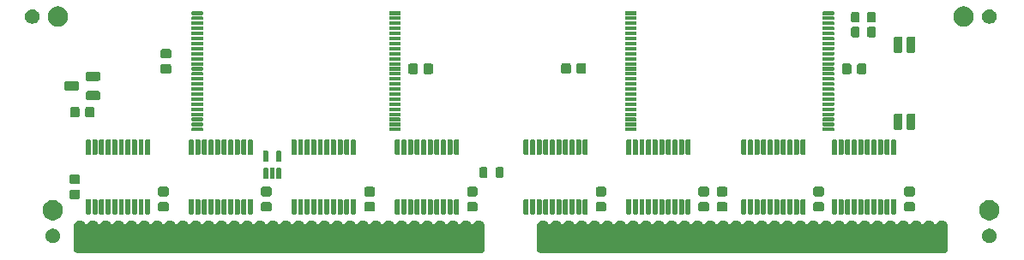
<source format=gts>
G04 #@! TF.GenerationSoftware,KiCad,Pcbnew,(5.1.5-0-10_14)*
G04 #@! TF.CreationDate,2021-04-13T03:25:20-04:00*
G04 #@! TF.ProjectId,ROMSIMM,524f4d53-494d-44d2-9e6b-696361645f70,1.0*
G04 #@! TF.SameCoordinates,Original*
G04 #@! TF.FileFunction,Soldermask,Top*
G04 #@! TF.FilePolarity,Negative*
%FSLAX46Y46*%
G04 Gerber Fmt 4.6, Leading zero omitted, Abs format (unit mm)*
G04 Created by KiCad (PCBNEW (5.1.5-0-10_14)) date 2021-04-13 03:25:20*
%MOMM*%
%LPD*%
G04 APERTURE LIST*
%ADD10C,0.175000*%
%ADD11C,0.100000*%
G04 APERTURE END LIST*
D10*
G36*
X163195000Y-127635000D02*
G01*
X123825000Y-127635000D01*
X123317000Y-125031500D01*
X163703000Y-125031500D01*
X163195000Y-127635000D01*
G37*
X163195000Y-127635000D02*
X123825000Y-127635000D01*
X123317000Y-125031500D01*
X163703000Y-125031500D01*
X163195000Y-127635000D01*
G36*
X117475000Y-127635000D02*
G01*
X78105000Y-127635000D01*
X77597000Y-125031500D01*
X117983000Y-125031500D01*
X117475000Y-127635000D01*
G37*
X117475000Y-127635000D02*
X78105000Y-127635000D01*
X77597000Y-125031500D01*
X117983000Y-125031500D01*
X117475000Y-127635000D01*
D11*
G36*
X78325114Y-124521202D02*
G01*
X78412594Y-124547739D01*
X78493210Y-124590829D01*
X78563876Y-124648824D01*
X78621871Y-124719490D01*
X78664961Y-124800106D01*
X78692154Y-124889750D01*
X78695905Y-124898805D01*
X78701350Y-124906955D01*
X78708281Y-124913886D01*
X78716431Y-124919331D01*
X78725486Y-124923082D01*
X78735099Y-124924994D01*
X78744901Y-124924994D01*
X78754514Y-124923082D01*
X78763569Y-124919331D01*
X78771719Y-124913886D01*
X78778650Y-124906955D01*
X78784095Y-124898805D01*
X78787846Y-124889750D01*
X78815039Y-124800106D01*
X78858129Y-124719490D01*
X78916124Y-124648824D01*
X78986790Y-124590829D01*
X79067406Y-124547739D01*
X79154886Y-124521202D01*
X79248314Y-124512000D01*
X79501686Y-124512000D01*
X79595114Y-124521202D01*
X79682594Y-124547739D01*
X79763210Y-124590829D01*
X79833876Y-124648824D01*
X79891871Y-124719490D01*
X79934961Y-124800106D01*
X79962154Y-124889750D01*
X79965905Y-124898805D01*
X79971350Y-124906955D01*
X79978281Y-124913886D01*
X79986431Y-124919331D01*
X79995486Y-124923082D01*
X80005099Y-124924994D01*
X80014901Y-124924994D01*
X80024514Y-124923082D01*
X80033569Y-124919331D01*
X80041719Y-124913886D01*
X80048650Y-124906955D01*
X80054095Y-124898805D01*
X80057846Y-124889750D01*
X80085039Y-124800106D01*
X80128129Y-124719490D01*
X80186124Y-124648824D01*
X80256790Y-124590829D01*
X80337406Y-124547739D01*
X80424886Y-124521202D01*
X80518314Y-124512000D01*
X80771686Y-124512000D01*
X80865114Y-124521202D01*
X80952594Y-124547739D01*
X81033210Y-124590829D01*
X81103876Y-124648824D01*
X81161871Y-124719490D01*
X81204961Y-124800106D01*
X81232154Y-124889750D01*
X81235905Y-124898805D01*
X81241350Y-124906955D01*
X81248281Y-124913886D01*
X81256431Y-124919331D01*
X81265486Y-124923082D01*
X81275099Y-124924994D01*
X81284901Y-124924994D01*
X81294514Y-124923082D01*
X81303569Y-124919331D01*
X81311719Y-124913886D01*
X81318650Y-124906955D01*
X81324095Y-124898805D01*
X81327846Y-124889750D01*
X81355039Y-124800106D01*
X81398129Y-124719490D01*
X81456124Y-124648824D01*
X81526790Y-124590829D01*
X81607406Y-124547739D01*
X81694886Y-124521202D01*
X81788314Y-124512000D01*
X82041686Y-124512000D01*
X82135114Y-124521202D01*
X82222594Y-124547739D01*
X82303210Y-124590829D01*
X82373876Y-124648824D01*
X82431871Y-124719490D01*
X82474961Y-124800106D01*
X82502154Y-124889750D01*
X82505905Y-124898805D01*
X82511350Y-124906955D01*
X82518281Y-124913886D01*
X82526431Y-124919331D01*
X82535486Y-124923082D01*
X82545099Y-124924994D01*
X82554901Y-124924994D01*
X82564514Y-124923082D01*
X82573569Y-124919331D01*
X82581719Y-124913886D01*
X82588650Y-124906955D01*
X82594095Y-124898805D01*
X82597846Y-124889750D01*
X82625039Y-124800106D01*
X82668129Y-124719490D01*
X82726124Y-124648824D01*
X82796790Y-124590829D01*
X82877406Y-124547739D01*
X82964886Y-124521202D01*
X83058314Y-124512000D01*
X83311686Y-124512000D01*
X83405114Y-124521202D01*
X83492594Y-124547739D01*
X83573210Y-124590829D01*
X83643876Y-124648824D01*
X83701871Y-124719490D01*
X83744961Y-124800106D01*
X83772154Y-124889750D01*
X83775905Y-124898805D01*
X83781350Y-124906955D01*
X83788281Y-124913886D01*
X83796431Y-124919331D01*
X83805486Y-124923082D01*
X83815099Y-124924994D01*
X83824901Y-124924994D01*
X83834514Y-124923082D01*
X83843569Y-124919331D01*
X83851719Y-124913886D01*
X83858650Y-124906955D01*
X83864095Y-124898805D01*
X83867846Y-124889750D01*
X83895039Y-124800106D01*
X83938129Y-124719490D01*
X83996124Y-124648824D01*
X84066790Y-124590829D01*
X84147406Y-124547739D01*
X84234886Y-124521202D01*
X84328314Y-124512000D01*
X84581686Y-124512000D01*
X84675114Y-124521202D01*
X84762594Y-124547739D01*
X84843210Y-124590829D01*
X84913876Y-124648824D01*
X84971871Y-124719490D01*
X85014961Y-124800106D01*
X85042154Y-124889750D01*
X85045905Y-124898805D01*
X85051350Y-124906955D01*
X85058281Y-124913886D01*
X85066431Y-124919331D01*
X85075486Y-124923082D01*
X85085099Y-124924994D01*
X85094901Y-124924994D01*
X85104514Y-124923082D01*
X85113569Y-124919331D01*
X85121719Y-124913886D01*
X85128650Y-124906955D01*
X85134095Y-124898805D01*
X85137846Y-124889750D01*
X85165039Y-124800106D01*
X85208129Y-124719490D01*
X85266124Y-124648824D01*
X85336790Y-124590829D01*
X85417406Y-124547739D01*
X85504886Y-124521202D01*
X85598314Y-124512000D01*
X85851686Y-124512000D01*
X85945114Y-124521202D01*
X86032594Y-124547739D01*
X86113210Y-124590829D01*
X86183876Y-124648824D01*
X86241871Y-124719490D01*
X86284961Y-124800106D01*
X86312154Y-124889750D01*
X86315905Y-124898805D01*
X86321350Y-124906955D01*
X86328281Y-124913886D01*
X86336431Y-124919331D01*
X86345486Y-124923082D01*
X86355099Y-124924994D01*
X86364901Y-124924994D01*
X86374514Y-124923082D01*
X86383569Y-124919331D01*
X86391719Y-124913886D01*
X86398650Y-124906955D01*
X86404095Y-124898805D01*
X86407846Y-124889750D01*
X86435039Y-124800106D01*
X86478129Y-124719490D01*
X86536124Y-124648824D01*
X86606790Y-124590829D01*
X86687406Y-124547739D01*
X86774886Y-124521202D01*
X86868314Y-124512000D01*
X87121686Y-124512000D01*
X87215114Y-124521202D01*
X87302594Y-124547739D01*
X87383210Y-124590829D01*
X87453876Y-124648824D01*
X87511871Y-124719490D01*
X87554961Y-124800106D01*
X87582154Y-124889750D01*
X87585905Y-124898805D01*
X87591350Y-124906955D01*
X87598281Y-124913886D01*
X87606431Y-124919331D01*
X87615486Y-124923082D01*
X87625099Y-124924994D01*
X87634901Y-124924994D01*
X87644514Y-124923082D01*
X87653569Y-124919331D01*
X87661719Y-124913886D01*
X87668650Y-124906955D01*
X87674095Y-124898805D01*
X87677846Y-124889750D01*
X87705039Y-124800106D01*
X87748129Y-124719490D01*
X87806124Y-124648824D01*
X87876790Y-124590829D01*
X87957406Y-124547739D01*
X88044886Y-124521202D01*
X88138314Y-124512000D01*
X88391686Y-124512000D01*
X88485114Y-124521202D01*
X88572594Y-124547739D01*
X88653210Y-124590829D01*
X88723876Y-124648824D01*
X88781871Y-124719490D01*
X88824961Y-124800106D01*
X88852154Y-124889750D01*
X88855905Y-124898805D01*
X88861350Y-124906955D01*
X88868281Y-124913886D01*
X88876431Y-124919331D01*
X88885486Y-124923082D01*
X88895099Y-124924994D01*
X88904901Y-124924994D01*
X88914514Y-124923082D01*
X88923569Y-124919331D01*
X88931719Y-124913886D01*
X88938650Y-124906955D01*
X88944095Y-124898805D01*
X88947846Y-124889750D01*
X88975039Y-124800106D01*
X89018129Y-124719490D01*
X89076124Y-124648824D01*
X89146790Y-124590829D01*
X89227406Y-124547739D01*
X89314886Y-124521202D01*
X89408314Y-124512000D01*
X89661686Y-124512000D01*
X89755114Y-124521202D01*
X89842594Y-124547739D01*
X89923210Y-124590829D01*
X89993876Y-124648824D01*
X90051871Y-124719490D01*
X90094961Y-124800106D01*
X90122154Y-124889750D01*
X90125905Y-124898805D01*
X90131350Y-124906955D01*
X90138281Y-124913886D01*
X90146431Y-124919331D01*
X90155486Y-124923082D01*
X90165099Y-124924994D01*
X90174901Y-124924994D01*
X90184514Y-124923082D01*
X90193569Y-124919331D01*
X90201719Y-124913886D01*
X90208650Y-124906955D01*
X90214095Y-124898805D01*
X90217846Y-124889750D01*
X90245039Y-124800106D01*
X90288129Y-124719490D01*
X90346124Y-124648824D01*
X90416790Y-124590829D01*
X90497406Y-124547739D01*
X90584886Y-124521202D01*
X90678314Y-124512000D01*
X90931686Y-124512000D01*
X91025114Y-124521202D01*
X91112594Y-124547739D01*
X91193210Y-124590829D01*
X91263876Y-124648824D01*
X91321871Y-124719490D01*
X91364961Y-124800106D01*
X91392154Y-124889750D01*
X91395905Y-124898805D01*
X91401350Y-124906955D01*
X91408281Y-124913886D01*
X91416431Y-124919331D01*
X91425486Y-124923082D01*
X91435099Y-124924994D01*
X91444901Y-124924994D01*
X91454514Y-124923082D01*
X91463569Y-124919331D01*
X91471719Y-124913886D01*
X91478650Y-124906955D01*
X91484095Y-124898805D01*
X91487846Y-124889750D01*
X91515039Y-124800106D01*
X91558129Y-124719490D01*
X91616124Y-124648824D01*
X91686790Y-124590829D01*
X91767406Y-124547739D01*
X91854886Y-124521202D01*
X91948314Y-124512000D01*
X92201686Y-124512000D01*
X92295114Y-124521202D01*
X92382594Y-124547739D01*
X92463210Y-124590829D01*
X92533876Y-124648824D01*
X92591871Y-124719490D01*
X92634961Y-124800106D01*
X92662154Y-124889750D01*
X92665905Y-124898805D01*
X92671350Y-124906955D01*
X92678281Y-124913886D01*
X92686431Y-124919331D01*
X92695486Y-124923082D01*
X92705099Y-124924994D01*
X92714901Y-124924994D01*
X92724514Y-124923082D01*
X92733569Y-124919331D01*
X92741719Y-124913886D01*
X92748650Y-124906955D01*
X92754095Y-124898805D01*
X92757846Y-124889750D01*
X92785039Y-124800106D01*
X92828129Y-124719490D01*
X92886124Y-124648824D01*
X92956790Y-124590829D01*
X93037406Y-124547739D01*
X93124886Y-124521202D01*
X93218314Y-124512000D01*
X93471686Y-124512000D01*
X93565114Y-124521202D01*
X93652594Y-124547739D01*
X93733210Y-124590829D01*
X93803876Y-124648824D01*
X93861871Y-124719490D01*
X93904961Y-124800106D01*
X93932154Y-124889750D01*
X93935905Y-124898805D01*
X93941350Y-124906955D01*
X93948281Y-124913886D01*
X93956431Y-124919331D01*
X93965486Y-124923082D01*
X93975099Y-124924994D01*
X93984901Y-124924994D01*
X93994514Y-124923082D01*
X94003569Y-124919331D01*
X94011719Y-124913886D01*
X94018650Y-124906955D01*
X94024095Y-124898805D01*
X94027846Y-124889750D01*
X94055039Y-124800106D01*
X94098129Y-124719490D01*
X94156124Y-124648824D01*
X94226790Y-124590829D01*
X94307406Y-124547739D01*
X94394886Y-124521202D01*
X94488314Y-124512000D01*
X94741686Y-124512000D01*
X94835114Y-124521202D01*
X94922594Y-124547739D01*
X95003210Y-124590829D01*
X95073876Y-124648824D01*
X95131871Y-124719490D01*
X95174961Y-124800106D01*
X95202154Y-124889750D01*
X95205905Y-124898805D01*
X95211350Y-124906955D01*
X95218281Y-124913886D01*
X95226431Y-124919331D01*
X95235486Y-124923082D01*
X95245099Y-124924994D01*
X95254901Y-124924994D01*
X95264514Y-124923082D01*
X95273569Y-124919331D01*
X95281719Y-124913886D01*
X95288650Y-124906955D01*
X95294095Y-124898805D01*
X95297846Y-124889750D01*
X95325039Y-124800106D01*
X95368129Y-124719490D01*
X95426124Y-124648824D01*
X95496790Y-124590829D01*
X95577406Y-124547739D01*
X95664886Y-124521202D01*
X95758314Y-124512000D01*
X96011686Y-124512000D01*
X96105114Y-124521202D01*
X96192594Y-124547739D01*
X96273210Y-124590829D01*
X96343876Y-124648824D01*
X96401871Y-124719490D01*
X96444961Y-124800106D01*
X96472154Y-124889750D01*
X96475905Y-124898805D01*
X96481350Y-124906955D01*
X96488281Y-124913886D01*
X96496431Y-124919331D01*
X96505486Y-124923082D01*
X96515099Y-124924994D01*
X96524901Y-124924994D01*
X96534514Y-124923082D01*
X96543569Y-124919331D01*
X96551719Y-124913886D01*
X96558650Y-124906955D01*
X96564095Y-124898805D01*
X96567846Y-124889750D01*
X96595039Y-124800106D01*
X96638129Y-124719490D01*
X96696124Y-124648824D01*
X96766790Y-124590829D01*
X96847406Y-124547739D01*
X96934886Y-124521202D01*
X97028314Y-124512000D01*
X97281686Y-124512000D01*
X97375114Y-124521202D01*
X97462594Y-124547739D01*
X97543210Y-124590829D01*
X97613876Y-124648824D01*
X97671871Y-124719490D01*
X97714961Y-124800106D01*
X97742154Y-124889750D01*
X97745905Y-124898805D01*
X97751350Y-124906955D01*
X97758281Y-124913886D01*
X97766431Y-124919331D01*
X97775486Y-124923082D01*
X97785099Y-124924994D01*
X97794901Y-124924994D01*
X97804514Y-124923082D01*
X97813569Y-124919331D01*
X97821719Y-124913886D01*
X97828650Y-124906955D01*
X97834095Y-124898805D01*
X97837846Y-124889750D01*
X97865039Y-124800106D01*
X97908129Y-124719490D01*
X97966124Y-124648824D01*
X98036790Y-124590829D01*
X98117406Y-124547739D01*
X98204886Y-124521202D01*
X98298314Y-124512000D01*
X98551686Y-124512000D01*
X98645114Y-124521202D01*
X98732594Y-124547739D01*
X98813210Y-124590829D01*
X98883876Y-124648824D01*
X98941871Y-124719490D01*
X98984961Y-124800106D01*
X99012154Y-124889750D01*
X99015905Y-124898805D01*
X99021350Y-124906955D01*
X99028281Y-124913886D01*
X99036431Y-124919331D01*
X99045486Y-124923082D01*
X99055099Y-124924994D01*
X99064901Y-124924994D01*
X99074514Y-124923082D01*
X99083569Y-124919331D01*
X99091719Y-124913886D01*
X99098650Y-124906955D01*
X99104095Y-124898805D01*
X99107846Y-124889750D01*
X99135039Y-124800106D01*
X99178129Y-124719490D01*
X99236124Y-124648824D01*
X99306790Y-124590829D01*
X99387406Y-124547739D01*
X99474886Y-124521202D01*
X99568314Y-124512000D01*
X99821686Y-124512000D01*
X99915114Y-124521202D01*
X100002594Y-124547739D01*
X100083210Y-124590829D01*
X100153876Y-124648824D01*
X100211871Y-124719490D01*
X100254961Y-124800106D01*
X100282154Y-124889750D01*
X100285905Y-124898805D01*
X100291350Y-124906955D01*
X100298281Y-124913886D01*
X100306431Y-124919331D01*
X100315486Y-124923082D01*
X100325099Y-124924994D01*
X100334901Y-124924994D01*
X100344514Y-124923082D01*
X100353569Y-124919331D01*
X100361719Y-124913886D01*
X100368650Y-124906955D01*
X100374095Y-124898805D01*
X100377846Y-124889750D01*
X100405039Y-124800106D01*
X100448129Y-124719490D01*
X100506124Y-124648824D01*
X100576790Y-124590829D01*
X100657406Y-124547739D01*
X100744886Y-124521202D01*
X100838314Y-124512000D01*
X101091686Y-124512000D01*
X101185114Y-124521202D01*
X101272594Y-124547739D01*
X101353210Y-124590829D01*
X101423876Y-124648824D01*
X101481871Y-124719490D01*
X101524961Y-124800106D01*
X101552154Y-124889750D01*
X101555905Y-124898805D01*
X101561350Y-124906955D01*
X101568281Y-124913886D01*
X101576431Y-124919331D01*
X101585486Y-124923082D01*
X101595099Y-124924994D01*
X101604901Y-124924994D01*
X101614514Y-124923082D01*
X101623569Y-124919331D01*
X101631719Y-124913886D01*
X101638650Y-124906955D01*
X101644095Y-124898805D01*
X101647846Y-124889750D01*
X101675039Y-124800106D01*
X101718129Y-124719490D01*
X101776124Y-124648824D01*
X101846790Y-124590829D01*
X101927406Y-124547739D01*
X102014886Y-124521202D01*
X102108314Y-124512000D01*
X102361686Y-124512000D01*
X102455114Y-124521202D01*
X102542594Y-124547739D01*
X102623210Y-124590829D01*
X102693876Y-124648824D01*
X102751871Y-124719490D01*
X102794961Y-124800106D01*
X102822154Y-124889750D01*
X102825905Y-124898805D01*
X102831350Y-124906955D01*
X102838281Y-124913886D01*
X102846431Y-124919331D01*
X102855486Y-124923082D01*
X102865099Y-124924994D01*
X102874901Y-124924994D01*
X102884514Y-124923082D01*
X102893569Y-124919331D01*
X102901719Y-124913886D01*
X102908650Y-124906955D01*
X102914095Y-124898805D01*
X102917846Y-124889750D01*
X102945039Y-124800106D01*
X102988129Y-124719490D01*
X103046124Y-124648824D01*
X103116790Y-124590829D01*
X103197406Y-124547739D01*
X103284886Y-124521202D01*
X103378314Y-124512000D01*
X103631686Y-124512000D01*
X103725114Y-124521202D01*
X103812594Y-124547739D01*
X103893210Y-124590829D01*
X103963876Y-124648824D01*
X104021871Y-124719490D01*
X104064961Y-124800106D01*
X104092154Y-124889750D01*
X104095905Y-124898805D01*
X104101350Y-124906955D01*
X104108281Y-124913886D01*
X104116431Y-124919331D01*
X104125486Y-124923082D01*
X104135099Y-124924994D01*
X104144901Y-124924994D01*
X104154514Y-124923082D01*
X104163569Y-124919331D01*
X104171719Y-124913886D01*
X104178650Y-124906955D01*
X104184095Y-124898805D01*
X104187846Y-124889750D01*
X104215039Y-124800106D01*
X104258129Y-124719490D01*
X104316124Y-124648824D01*
X104386790Y-124590829D01*
X104467406Y-124547739D01*
X104554886Y-124521202D01*
X104648314Y-124512000D01*
X104901686Y-124512000D01*
X104995114Y-124521202D01*
X105082594Y-124547739D01*
X105163210Y-124590829D01*
X105233876Y-124648824D01*
X105291871Y-124719490D01*
X105334961Y-124800106D01*
X105362154Y-124889750D01*
X105365905Y-124898805D01*
X105371350Y-124906955D01*
X105378281Y-124913886D01*
X105386431Y-124919331D01*
X105395486Y-124923082D01*
X105405099Y-124924994D01*
X105414901Y-124924994D01*
X105424514Y-124923082D01*
X105433569Y-124919331D01*
X105441719Y-124913886D01*
X105448650Y-124906955D01*
X105454095Y-124898805D01*
X105457846Y-124889750D01*
X105485039Y-124800106D01*
X105528129Y-124719490D01*
X105586124Y-124648824D01*
X105656790Y-124590829D01*
X105737406Y-124547739D01*
X105824886Y-124521202D01*
X105918314Y-124512000D01*
X106171686Y-124512000D01*
X106265114Y-124521202D01*
X106352594Y-124547739D01*
X106433210Y-124590829D01*
X106503876Y-124648824D01*
X106561871Y-124719490D01*
X106604961Y-124800106D01*
X106632154Y-124889750D01*
X106635905Y-124898805D01*
X106641350Y-124906955D01*
X106648281Y-124913886D01*
X106656431Y-124919331D01*
X106665486Y-124923082D01*
X106675099Y-124924994D01*
X106684901Y-124924994D01*
X106694514Y-124923082D01*
X106703569Y-124919331D01*
X106711719Y-124913886D01*
X106718650Y-124906955D01*
X106724095Y-124898805D01*
X106727846Y-124889750D01*
X106755039Y-124800106D01*
X106798129Y-124719490D01*
X106856124Y-124648824D01*
X106926790Y-124590829D01*
X107007406Y-124547739D01*
X107094886Y-124521202D01*
X107188314Y-124512000D01*
X107441686Y-124512000D01*
X107535114Y-124521202D01*
X107622594Y-124547739D01*
X107703210Y-124590829D01*
X107773876Y-124648824D01*
X107831871Y-124719490D01*
X107874961Y-124800106D01*
X107902154Y-124889750D01*
X107905905Y-124898805D01*
X107911350Y-124906955D01*
X107918281Y-124913886D01*
X107926431Y-124919331D01*
X107935486Y-124923082D01*
X107945099Y-124924994D01*
X107954901Y-124924994D01*
X107964514Y-124923082D01*
X107973569Y-124919331D01*
X107981719Y-124913886D01*
X107988650Y-124906955D01*
X107994095Y-124898805D01*
X107997846Y-124889750D01*
X108025039Y-124800106D01*
X108068129Y-124719490D01*
X108126124Y-124648824D01*
X108196790Y-124590829D01*
X108277406Y-124547739D01*
X108364886Y-124521202D01*
X108458314Y-124512000D01*
X108711686Y-124512000D01*
X108805114Y-124521202D01*
X108892594Y-124547739D01*
X108973210Y-124590829D01*
X109043876Y-124648824D01*
X109101871Y-124719490D01*
X109144961Y-124800106D01*
X109172154Y-124889750D01*
X109175905Y-124898805D01*
X109181350Y-124906955D01*
X109188281Y-124913886D01*
X109196431Y-124919331D01*
X109205486Y-124923082D01*
X109215099Y-124924994D01*
X109224901Y-124924994D01*
X109234514Y-124923082D01*
X109243569Y-124919331D01*
X109251719Y-124913886D01*
X109258650Y-124906955D01*
X109264095Y-124898805D01*
X109267846Y-124889750D01*
X109295039Y-124800106D01*
X109338129Y-124719490D01*
X109396124Y-124648824D01*
X109466790Y-124590829D01*
X109547406Y-124547739D01*
X109634886Y-124521202D01*
X109728314Y-124512000D01*
X109981686Y-124512000D01*
X110075114Y-124521202D01*
X110162594Y-124547739D01*
X110243210Y-124590829D01*
X110313876Y-124648824D01*
X110371871Y-124719490D01*
X110414961Y-124800106D01*
X110442154Y-124889750D01*
X110445905Y-124898805D01*
X110451350Y-124906955D01*
X110458281Y-124913886D01*
X110466431Y-124919331D01*
X110475486Y-124923082D01*
X110485099Y-124924994D01*
X110494901Y-124924994D01*
X110504514Y-124923082D01*
X110513569Y-124919331D01*
X110521719Y-124913886D01*
X110528650Y-124906955D01*
X110534095Y-124898805D01*
X110537846Y-124889750D01*
X110565039Y-124800106D01*
X110608129Y-124719490D01*
X110666124Y-124648824D01*
X110736790Y-124590829D01*
X110817406Y-124547739D01*
X110904886Y-124521202D01*
X110998314Y-124512000D01*
X111251686Y-124512000D01*
X111345114Y-124521202D01*
X111432594Y-124547739D01*
X111513210Y-124590829D01*
X111583876Y-124648824D01*
X111641871Y-124719490D01*
X111684961Y-124800106D01*
X111712154Y-124889750D01*
X111715905Y-124898805D01*
X111721350Y-124906955D01*
X111728281Y-124913886D01*
X111736431Y-124919331D01*
X111745486Y-124923082D01*
X111755099Y-124924994D01*
X111764901Y-124924994D01*
X111774514Y-124923082D01*
X111783569Y-124919331D01*
X111791719Y-124913886D01*
X111798650Y-124906955D01*
X111804095Y-124898805D01*
X111807846Y-124889750D01*
X111835039Y-124800106D01*
X111878129Y-124719490D01*
X111936124Y-124648824D01*
X112006790Y-124590829D01*
X112087406Y-124547739D01*
X112174886Y-124521202D01*
X112268314Y-124512000D01*
X112521686Y-124512000D01*
X112615114Y-124521202D01*
X112702594Y-124547739D01*
X112783210Y-124590829D01*
X112853876Y-124648824D01*
X112911871Y-124719490D01*
X112954961Y-124800106D01*
X112982154Y-124889750D01*
X112985905Y-124898805D01*
X112991350Y-124906955D01*
X112998281Y-124913886D01*
X113006431Y-124919331D01*
X113015486Y-124923082D01*
X113025099Y-124924994D01*
X113034901Y-124924994D01*
X113044514Y-124923082D01*
X113053569Y-124919331D01*
X113061719Y-124913886D01*
X113068650Y-124906955D01*
X113074095Y-124898805D01*
X113077846Y-124889750D01*
X113105039Y-124800106D01*
X113148129Y-124719490D01*
X113206124Y-124648824D01*
X113276790Y-124590829D01*
X113357406Y-124547739D01*
X113444886Y-124521202D01*
X113538314Y-124512000D01*
X113791686Y-124512000D01*
X113885114Y-124521202D01*
X113972594Y-124547739D01*
X114053210Y-124590829D01*
X114123876Y-124648824D01*
X114181871Y-124719490D01*
X114224961Y-124800106D01*
X114252154Y-124889750D01*
X114255905Y-124898805D01*
X114261350Y-124906955D01*
X114268281Y-124913886D01*
X114276431Y-124919331D01*
X114285486Y-124923082D01*
X114295099Y-124924994D01*
X114304901Y-124924994D01*
X114314514Y-124923082D01*
X114323569Y-124919331D01*
X114331719Y-124913886D01*
X114338650Y-124906955D01*
X114344095Y-124898805D01*
X114347846Y-124889750D01*
X114375039Y-124800106D01*
X114418129Y-124719490D01*
X114476124Y-124648824D01*
X114546790Y-124590829D01*
X114627406Y-124547739D01*
X114714886Y-124521202D01*
X114808314Y-124512000D01*
X115061686Y-124512000D01*
X115155114Y-124521202D01*
X115242594Y-124547739D01*
X115323210Y-124590829D01*
X115393876Y-124648824D01*
X115451871Y-124719490D01*
X115494961Y-124800106D01*
X115522154Y-124889750D01*
X115525905Y-124898805D01*
X115531350Y-124906955D01*
X115538281Y-124913886D01*
X115546431Y-124919331D01*
X115555486Y-124923082D01*
X115565099Y-124924994D01*
X115574901Y-124924994D01*
X115584514Y-124923082D01*
X115593569Y-124919331D01*
X115601719Y-124913886D01*
X115608650Y-124906955D01*
X115614095Y-124898805D01*
X115617846Y-124889750D01*
X115645039Y-124800106D01*
X115688129Y-124719490D01*
X115746124Y-124648824D01*
X115816790Y-124590829D01*
X115897406Y-124547739D01*
X115984886Y-124521202D01*
X116078314Y-124512000D01*
X116331686Y-124512000D01*
X116425114Y-124521202D01*
X116512594Y-124547739D01*
X116593210Y-124590829D01*
X116663876Y-124648824D01*
X116721871Y-124719490D01*
X116764961Y-124800106D01*
X116792154Y-124889750D01*
X116795905Y-124898805D01*
X116801350Y-124906955D01*
X116808281Y-124913886D01*
X116816431Y-124919331D01*
X116825486Y-124923082D01*
X116835099Y-124924994D01*
X116844901Y-124924994D01*
X116854514Y-124923082D01*
X116863569Y-124919331D01*
X116871719Y-124913886D01*
X116878650Y-124906955D01*
X116884095Y-124898805D01*
X116887846Y-124889750D01*
X116915039Y-124800106D01*
X116958129Y-124719490D01*
X117016124Y-124648824D01*
X117086790Y-124590829D01*
X117167406Y-124547739D01*
X117254886Y-124521202D01*
X117348314Y-124512000D01*
X117601686Y-124512000D01*
X117695114Y-124521202D01*
X117782594Y-124547739D01*
X117863210Y-124590829D01*
X117933876Y-124648824D01*
X117991871Y-124719490D01*
X118034961Y-124800106D01*
X118061498Y-124887586D01*
X118070700Y-124981014D01*
X118070700Y-127240986D01*
X118061498Y-127334414D01*
X118034961Y-127421894D01*
X117991871Y-127502510D01*
X117933876Y-127573176D01*
X117863210Y-127631171D01*
X117782594Y-127674261D01*
X117695114Y-127700798D01*
X117601686Y-127710000D01*
X117348314Y-127710000D01*
X117254886Y-127700798D01*
X117167406Y-127674261D01*
X117086790Y-127631171D01*
X117016124Y-127573176D01*
X116958129Y-127502510D01*
X116915039Y-127421894D01*
X116887846Y-127332250D01*
X116884095Y-127323195D01*
X116878650Y-127315045D01*
X116871719Y-127308114D01*
X116863569Y-127302669D01*
X116854514Y-127298918D01*
X116844901Y-127297006D01*
X116835099Y-127297006D01*
X116825486Y-127298918D01*
X116816431Y-127302669D01*
X116808281Y-127308114D01*
X116801350Y-127315045D01*
X116795905Y-127323195D01*
X116792154Y-127332250D01*
X116764961Y-127421894D01*
X116721871Y-127502510D01*
X116663876Y-127573176D01*
X116593210Y-127631171D01*
X116512594Y-127674261D01*
X116425114Y-127700798D01*
X116331686Y-127710000D01*
X116078314Y-127710000D01*
X115984886Y-127700798D01*
X115897406Y-127674261D01*
X115816790Y-127631171D01*
X115746124Y-127573176D01*
X115688129Y-127502510D01*
X115645039Y-127421894D01*
X115617846Y-127332250D01*
X115614095Y-127323195D01*
X115608650Y-127315045D01*
X115601719Y-127308114D01*
X115593569Y-127302669D01*
X115584514Y-127298918D01*
X115574901Y-127297006D01*
X115565099Y-127297006D01*
X115555486Y-127298918D01*
X115546431Y-127302669D01*
X115538281Y-127308114D01*
X115531350Y-127315045D01*
X115525905Y-127323195D01*
X115522154Y-127332250D01*
X115494961Y-127421894D01*
X115451871Y-127502510D01*
X115393876Y-127573176D01*
X115323210Y-127631171D01*
X115242594Y-127674261D01*
X115155114Y-127700798D01*
X115061686Y-127710000D01*
X114808314Y-127710000D01*
X114714886Y-127700798D01*
X114627406Y-127674261D01*
X114546790Y-127631171D01*
X114476124Y-127573176D01*
X114418129Y-127502510D01*
X114375039Y-127421894D01*
X114347846Y-127332250D01*
X114344095Y-127323195D01*
X114338650Y-127315045D01*
X114331719Y-127308114D01*
X114323569Y-127302669D01*
X114314514Y-127298918D01*
X114304901Y-127297006D01*
X114295099Y-127297006D01*
X114285486Y-127298918D01*
X114276431Y-127302669D01*
X114268281Y-127308114D01*
X114261350Y-127315045D01*
X114255905Y-127323195D01*
X114252154Y-127332250D01*
X114224961Y-127421894D01*
X114181871Y-127502510D01*
X114123876Y-127573176D01*
X114053210Y-127631171D01*
X113972594Y-127674261D01*
X113885114Y-127700798D01*
X113791686Y-127710000D01*
X113538314Y-127710000D01*
X113444886Y-127700798D01*
X113357406Y-127674261D01*
X113276790Y-127631171D01*
X113206124Y-127573176D01*
X113148129Y-127502510D01*
X113105039Y-127421894D01*
X113077846Y-127332250D01*
X113074095Y-127323195D01*
X113068650Y-127315045D01*
X113061719Y-127308114D01*
X113053569Y-127302669D01*
X113044514Y-127298918D01*
X113034901Y-127297006D01*
X113025099Y-127297006D01*
X113015486Y-127298918D01*
X113006431Y-127302669D01*
X112998281Y-127308114D01*
X112991350Y-127315045D01*
X112985905Y-127323195D01*
X112982154Y-127332250D01*
X112954961Y-127421894D01*
X112911871Y-127502510D01*
X112853876Y-127573176D01*
X112783210Y-127631171D01*
X112702594Y-127674261D01*
X112615114Y-127700798D01*
X112521686Y-127710000D01*
X112268314Y-127710000D01*
X112174886Y-127700798D01*
X112087406Y-127674261D01*
X112006790Y-127631171D01*
X111936124Y-127573176D01*
X111878129Y-127502510D01*
X111835039Y-127421894D01*
X111807846Y-127332250D01*
X111804095Y-127323195D01*
X111798650Y-127315045D01*
X111791719Y-127308114D01*
X111783569Y-127302669D01*
X111774514Y-127298918D01*
X111764901Y-127297006D01*
X111755099Y-127297006D01*
X111745486Y-127298918D01*
X111736431Y-127302669D01*
X111728281Y-127308114D01*
X111721350Y-127315045D01*
X111715905Y-127323195D01*
X111712154Y-127332250D01*
X111684961Y-127421894D01*
X111641871Y-127502510D01*
X111583876Y-127573176D01*
X111513210Y-127631171D01*
X111432594Y-127674261D01*
X111345114Y-127700798D01*
X111251686Y-127710000D01*
X110998314Y-127710000D01*
X110904886Y-127700798D01*
X110817406Y-127674261D01*
X110736790Y-127631171D01*
X110666124Y-127573176D01*
X110608129Y-127502510D01*
X110565039Y-127421894D01*
X110537846Y-127332250D01*
X110534095Y-127323195D01*
X110528650Y-127315045D01*
X110521719Y-127308114D01*
X110513569Y-127302669D01*
X110504514Y-127298918D01*
X110494901Y-127297006D01*
X110485099Y-127297006D01*
X110475486Y-127298918D01*
X110466431Y-127302669D01*
X110458281Y-127308114D01*
X110451350Y-127315045D01*
X110445905Y-127323195D01*
X110442154Y-127332250D01*
X110414961Y-127421894D01*
X110371871Y-127502510D01*
X110313876Y-127573176D01*
X110243210Y-127631171D01*
X110162594Y-127674261D01*
X110075114Y-127700798D01*
X109981686Y-127710000D01*
X109728314Y-127710000D01*
X109634886Y-127700798D01*
X109547406Y-127674261D01*
X109466790Y-127631171D01*
X109396124Y-127573176D01*
X109338129Y-127502510D01*
X109295039Y-127421894D01*
X109267846Y-127332250D01*
X109264095Y-127323195D01*
X109258650Y-127315045D01*
X109251719Y-127308114D01*
X109243569Y-127302669D01*
X109234514Y-127298918D01*
X109224901Y-127297006D01*
X109215099Y-127297006D01*
X109205486Y-127298918D01*
X109196431Y-127302669D01*
X109188281Y-127308114D01*
X109181350Y-127315045D01*
X109175905Y-127323195D01*
X109172154Y-127332250D01*
X109144961Y-127421894D01*
X109101871Y-127502510D01*
X109043876Y-127573176D01*
X108973210Y-127631171D01*
X108892594Y-127674261D01*
X108805114Y-127700798D01*
X108711686Y-127710000D01*
X108458314Y-127710000D01*
X108364886Y-127700798D01*
X108277406Y-127674261D01*
X108196790Y-127631171D01*
X108126124Y-127573176D01*
X108068129Y-127502510D01*
X108025039Y-127421894D01*
X107997846Y-127332250D01*
X107994095Y-127323195D01*
X107988650Y-127315045D01*
X107981719Y-127308114D01*
X107973569Y-127302669D01*
X107964514Y-127298918D01*
X107954901Y-127297006D01*
X107945099Y-127297006D01*
X107935486Y-127298918D01*
X107926431Y-127302669D01*
X107918281Y-127308114D01*
X107911350Y-127315045D01*
X107905905Y-127323195D01*
X107902154Y-127332250D01*
X107874961Y-127421894D01*
X107831871Y-127502510D01*
X107773876Y-127573176D01*
X107703210Y-127631171D01*
X107622594Y-127674261D01*
X107535114Y-127700798D01*
X107441686Y-127710000D01*
X107188314Y-127710000D01*
X107094886Y-127700798D01*
X107007406Y-127674261D01*
X106926790Y-127631171D01*
X106856124Y-127573176D01*
X106798129Y-127502510D01*
X106755039Y-127421894D01*
X106727846Y-127332250D01*
X106724095Y-127323195D01*
X106718650Y-127315045D01*
X106711719Y-127308114D01*
X106703569Y-127302669D01*
X106694514Y-127298918D01*
X106684901Y-127297006D01*
X106675099Y-127297006D01*
X106665486Y-127298918D01*
X106656431Y-127302669D01*
X106648281Y-127308114D01*
X106641350Y-127315045D01*
X106635905Y-127323195D01*
X106632154Y-127332250D01*
X106604961Y-127421894D01*
X106561871Y-127502510D01*
X106503876Y-127573176D01*
X106433210Y-127631171D01*
X106352594Y-127674261D01*
X106265114Y-127700798D01*
X106171686Y-127710000D01*
X105918314Y-127710000D01*
X105824886Y-127700798D01*
X105737406Y-127674261D01*
X105656790Y-127631171D01*
X105586124Y-127573176D01*
X105528129Y-127502510D01*
X105485039Y-127421894D01*
X105457846Y-127332250D01*
X105454095Y-127323195D01*
X105448650Y-127315045D01*
X105441719Y-127308114D01*
X105433569Y-127302669D01*
X105424514Y-127298918D01*
X105414901Y-127297006D01*
X105405099Y-127297006D01*
X105395486Y-127298918D01*
X105386431Y-127302669D01*
X105378281Y-127308114D01*
X105371350Y-127315045D01*
X105365905Y-127323195D01*
X105362154Y-127332250D01*
X105334961Y-127421894D01*
X105291871Y-127502510D01*
X105233876Y-127573176D01*
X105163210Y-127631171D01*
X105082594Y-127674261D01*
X104995114Y-127700798D01*
X104901686Y-127710000D01*
X104648314Y-127710000D01*
X104554886Y-127700798D01*
X104467406Y-127674261D01*
X104386790Y-127631171D01*
X104316124Y-127573176D01*
X104258129Y-127502510D01*
X104215039Y-127421894D01*
X104187846Y-127332250D01*
X104184095Y-127323195D01*
X104178650Y-127315045D01*
X104171719Y-127308114D01*
X104163569Y-127302669D01*
X104154514Y-127298918D01*
X104144901Y-127297006D01*
X104135099Y-127297006D01*
X104125486Y-127298918D01*
X104116431Y-127302669D01*
X104108281Y-127308114D01*
X104101350Y-127315045D01*
X104095905Y-127323195D01*
X104092154Y-127332250D01*
X104064961Y-127421894D01*
X104021871Y-127502510D01*
X103963876Y-127573176D01*
X103893210Y-127631171D01*
X103812594Y-127674261D01*
X103725114Y-127700798D01*
X103631686Y-127710000D01*
X103378314Y-127710000D01*
X103284886Y-127700798D01*
X103197406Y-127674261D01*
X103116790Y-127631171D01*
X103046124Y-127573176D01*
X102988129Y-127502510D01*
X102945039Y-127421894D01*
X102917846Y-127332250D01*
X102914095Y-127323195D01*
X102908650Y-127315045D01*
X102901719Y-127308114D01*
X102893569Y-127302669D01*
X102884514Y-127298918D01*
X102874901Y-127297006D01*
X102865099Y-127297006D01*
X102855486Y-127298918D01*
X102846431Y-127302669D01*
X102838281Y-127308114D01*
X102831350Y-127315045D01*
X102825905Y-127323195D01*
X102822154Y-127332250D01*
X102794961Y-127421894D01*
X102751871Y-127502510D01*
X102693876Y-127573176D01*
X102623210Y-127631171D01*
X102542594Y-127674261D01*
X102455114Y-127700798D01*
X102361686Y-127710000D01*
X102108314Y-127710000D01*
X102014886Y-127700798D01*
X101927406Y-127674261D01*
X101846790Y-127631171D01*
X101776124Y-127573176D01*
X101718129Y-127502510D01*
X101675039Y-127421894D01*
X101647846Y-127332250D01*
X101644095Y-127323195D01*
X101638650Y-127315045D01*
X101631719Y-127308114D01*
X101623569Y-127302669D01*
X101614514Y-127298918D01*
X101604901Y-127297006D01*
X101595099Y-127297006D01*
X101585486Y-127298918D01*
X101576431Y-127302669D01*
X101568281Y-127308114D01*
X101561350Y-127315045D01*
X101555905Y-127323195D01*
X101552154Y-127332250D01*
X101524961Y-127421894D01*
X101481871Y-127502510D01*
X101423876Y-127573176D01*
X101353210Y-127631171D01*
X101272594Y-127674261D01*
X101185114Y-127700798D01*
X101091686Y-127710000D01*
X100838314Y-127710000D01*
X100744886Y-127700798D01*
X100657406Y-127674261D01*
X100576790Y-127631171D01*
X100506124Y-127573176D01*
X100448129Y-127502510D01*
X100405039Y-127421894D01*
X100377846Y-127332250D01*
X100374095Y-127323195D01*
X100368650Y-127315045D01*
X100361719Y-127308114D01*
X100353569Y-127302669D01*
X100344514Y-127298918D01*
X100334901Y-127297006D01*
X100325099Y-127297006D01*
X100315486Y-127298918D01*
X100306431Y-127302669D01*
X100298281Y-127308114D01*
X100291350Y-127315045D01*
X100285905Y-127323195D01*
X100282154Y-127332250D01*
X100254961Y-127421894D01*
X100211871Y-127502510D01*
X100153876Y-127573176D01*
X100083210Y-127631171D01*
X100002594Y-127674261D01*
X99915114Y-127700798D01*
X99821686Y-127710000D01*
X99568314Y-127710000D01*
X99474886Y-127700798D01*
X99387406Y-127674261D01*
X99306790Y-127631171D01*
X99236124Y-127573176D01*
X99178129Y-127502510D01*
X99135039Y-127421894D01*
X99107846Y-127332250D01*
X99104095Y-127323195D01*
X99098650Y-127315045D01*
X99091719Y-127308114D01*
X99083569Y-127302669D01*
X99074514Y-127298918D01*
X99064901Y-127297006D01*
X99055099Y-127297006D01*
X99045486Y-127298918D01*
X99036431Y-127302669D01*
X99028281Y-127308114D01*
X99021350Y-127315045D01*
X99015905Y-127323195D01*
X99012154Y-127332250D01*
X98984961Y-127421894D01*
X98941871Y-127502510D01*
X98883876Y-127573176D01*
X98813210Y-127631171D01*
X98732594Y-127674261D01*
X98645114Y-127700798D01*
X98551686Y-127710000D01*
X98298314Y-127710000D01*
X98204886Y-127700798D01*
X98117406Y-127674261D01*
X98036790Y-127631171D01*
X97966124Y-127573176D01*
X97908129Y-127502510D01*
X97865039Y-127421894D01*
X97837846Y-127332250D01*
X97834095Y-127323195D01*
X97828650Y-127315045D01*
X97821719Y-127308114D01*
X97813569Y-127302669D01*
X97804514Y-127298918D01*
X97794901Y-127297006D01*
X97785099Y-127297006D01*
X97775486Y-127298918D01*
X97766431Y-127302669D01*
X97758281Y-127308114D01*
X97751350Y-127315045D01*
X97745905Y-127323195D01*
X97742154Y-127332250D01*
X97714961Y-127421894D01*
X97671871Y-127502510D01*
X97613876Y-127573176D01*
X97543210Y-127631171D01*
X97462594Y-127674261D01*
X97375114Y-127700798D01*
X97281686Y-127710000D01*
X97028314Y-127710000D01*
X96934886Y-127700798D01*
X96847406Y-127674261D01*
X96766790Y-127631171D01*
X96696124Y-127573176D01*
X96638129Y-127502510D01*
X96595039Y-127421894D01*
X96567846Y-127332250D01*
X96564095Y-127323195D01*
X96558650Y-127315045D01*
X96551719Y-127308114D01*
X96543569Y-127302669D01*
X96534514Y-127298918D01*
X96524901Y-127297006D01*
X96515099Y-127297006D01*
X96505486Y-127298918D01*
X96496431Y-127302669D01*
X96488281Y-127308114D01*
X96481350Y-127315045D01*
X96475905Y-127323195D01*
X96472154Y-127332250D01*
X96444961Y-127421894D01*
X96401871Y-127502510D01*
X96343876Y-127573176D01*
X96273210Y-127631171D01*
X96192594Y-127674261D01*
X96105114Y-127700798D01*
X96011686Y-127710000D01*
X95758314Y-127710000D01*
X95664886Y-127700798D01*
X95577406Y-127674261D01*
X95496790Y-127631171D01*
X95426124Y-127573176D01*
X95368129Y-127502510D01*
X95325039Y-127421894D01*
X95297846Y-127332250D01*
X95294095Y-127323195D01*
X95288650Y-127315045D01*
X95281719Y-127308114D01*
X95273569Y-127302669D01*
X95264514Y-127298918D01*
X95254901Y-127297006D01*
X95245099Y-127297006D01*
X95235486Y-127298918D01*
X95226431Y-127302669D01*
X95218281Y-127308114D01*
X95211350Y-127315045D01*
X95205905Y-127323195D01*
X95202154Y-127332250D01*
X95174961Y-127421894D01*
X95131871Y-127502510D01*
X95073876Y-127573176D01*
X95003210Y-127631171D01*
X94922594Y-127674261D01*
X94835114Y-127700798D01*
X94741686Y-127710000D01*
X94488314Y-127710000D01*
X94394886Y-127700798D01*
X94307406Y-127674261D01*
X94226790Y-127631171D01*
X94156124Y-127573176D01*
X94098129Y-127502510D01*
X94055039Y-127421894D01*
X94027846Y-127332250D01*
X94024095Y-127323195D01*
X94018650Y-127315045D01*
X94011719Y-127308114D01*
X94003569Y-127302669D01*
X93994514Y-127298918D01*
X93984901Y-127297006D01*
X93975099Y-127297006D01*
X93965486Y-127298918D01*
X93956431Y-127302669D01*
X93948281Y-127308114D01*
X93941350Y-127315045D01*
X93935905Y-127323195D01*
X93932154Y-127332250D01*
X93904961Y-127421894D01*
X93861871Y-127502510D01*
X93803876Y-127573176D01*
X93733210Y-127631171D01*
X93652594Y-127674261D01*
X93565114Y-127700798D01*
X93471686Y-127710000D01*
X93218314Y-127710000D01*
X93124886Y-127700798D01*
X93037406Y-127674261D01*
X92956790Y-127631171D01*
X92886124Y-127573176D01*
X92828129Y-127502510D01*
X92785039Y-127421894D01*
X92757846Y-127332250D01*
X92754095Y-127323195D01*
X92748650Y-127315045D01*
X92741719Y-127308114D01*
X92733569Y-127302669D01*
X92724514Y-127298918D01*
X92714901Y-127297006D01*
X92705099Y-127297006D01*
X92695486Y-127298918D01*
X92686431Y-127302669D01*
X92678281Y-127308114D01*
X92671350Y-127315045D01*
X92665905Y-127323195D01*
X92662154Y-127332250D01*
X92634961Y-127421894D01*
X92591871Y-127502510D01*
X92533876Y-127573176D01*
X92463210Y-127631171D01*
X92382594Y-127674261D01*
X92295114Y-127700798D01*
X92201686Y-127710000D01*
X91948314Y-127710000D01*
X91854886Y-127700798D01*
X91767406Y-127674261D01*
X91686790Y-127631171D01*
X91616124Y-127573176D01*
X91558129Y-127502510D01*
X91515039Y-127421894D01*
X91487846Y-127332250D01*
X91484095Y-127323195D01*
X91478650Y-127315045D01*
X91471719Y-127308114D01*
X91463569Y-127302669D01*
X91454514Y-127298918D01*
X91444901Y-127297006D01*
X91435099Y-127297006D01*
X91425486Y-127298918D01*
X91416431Y-127302669D01*
X91408281Y-127308114D01*
X91401350Y-127315045D01*
X91395905Y-127323195D01*
X91392154Y-127332250D01*
X91364961Y-127421894D01*
X91321871Y-127502510D01*
X91263876Y-127573176D01*
X91193210Y-127631171D01*
X91112594Y-127674261D01*
X91025114Y-127700798D01*
X90931686Y-127710000D01*
X90678314Y-127710000D01*
X90584886Y-127700798D01*
X90497406Y-127674261D01*
X90416790Y-127631171D01*
X90346124Y-127573176D01*
X90288129Y-127502510D01*
X90245039Y-127421894D01*
X90217846Y-127332250D01*
X90214095Y-127323195D01*
X90208650Y-127315045D01*
X90201719Y-127308114D01*
X90193569Y-127302669D01*
X90184514Y-127298918D01*
X90174901Y-127297006D01*
X90165099Y-127297006D01*
X90155486Y-127298918D01*
X90146431Y-127302669D01*
X90138281Y-127308114D01*
X90131350Y-127315045D01*
X90125905Y-127323195D01*
X90122154Y-127332250D01*
X90094961Y-127421894D01*
X90051871Y-127502510D01*
X89993876Y-127573176D01*
X89923210Y-127631171D01*
X89842594Y-127674261D01*
X89755114Y-127700798D01*
X89661686Y-127710000D01*
X89408314Y-127710000D01*
X89314886Y-127700798D01*
X89227406Y-127674261D01*
X89146790Y-127631171D01*
X89076124Y-127573176D01*
X89018129Y-127502510D01*
X88975039Y-127421894D01*
X88947846Y-127332250D01*
X88944095Y-127323195D01*
X88938650Y-127315045D01*
X88931719Y-127308114D01*
X88923569Y-127302669D01*
X88914514Y-127298918D01*
X88904901Y-127297006D01*
X88895099Y-127297006D01*
X88885486Y-127298918D01*
X88876431Y-127302669D01*
X88868281Y-127308114D01*
X88861350Y-127315045D01*
X88855905Y-127323195D01*
X88852154Y-127332250D01*
X88824961Y-127421894D01*
X88781871Y-127502510D01*
X88723876Y-127573176D01*
X88653210Y-127631171D01*
X88572594Y-127674261D01*
X88485114Y-127700798D01*
X88391686Y-127710000D01*
X88138314Y-127710000D01*
X88044886Y-127700798D01*
X87957406Y-127674261D01*
X87876790Y-127631171D01*
X87806124Y-127573176D01*
X87748129Y-127502510D01*
X87705039Y-127421894D01*
X87677846Y-127332250D01*
X87674095Y-127323195D01*
X87668650Y-127315045D01*
X87661719Y-127308114D01*
X87653569Y-127302669D01*
X87644514Y-127298918D01*
X87634901Y-127297006D01*
X87625099Y-127297006D01*
X87615486Y-127298918D01*
X87606431Y-127302669D01*
X87598281Y-127308114D01*
X87591350Y-127315045D01*
X87585905Y-127323195D01*
X87582154Y-127332250D01*
X87554961Y-127421894D01*
X87511871Y-127502510D01*
X87453876Y-127573176D01*
X87383210Y-127631171D01*
X87302594Y-127674261D01*
X87215114Y-127700798D01*
X87121686Y-127710000D01*
X86868314Y-127710000D01*
X86774886Y-127700798D01*
X86687406Y-127674261D01*
X86606790Y-127631171D01*
X86536124Y-127573176D01*
X86478129Y-127502510D01*
X86435039Y-127421894D01*
X86407846Y-127332250D01*
X86404095Y-127323195D01*
X86398650Y-127315045D01*
X86391719Y-127308114D01*
X86383569Y-127302669D01*
X86374514Y-127298918D01*
X86364901Y-127297006D01*
X86355099Y-127297006D01*
X86345486Y-127298918D01*
X86336431Y-127302669D01*
X86328281Y-127308114D01*
X86321350Y-127315045D01*
X86315905Y-127323195D01*
X86312154Y-127332250D01*
X86284961Y-127421894D01*
X86241871Y-127502510D01*
X86183876Y-127573176D01*
X86113210Y-127631171D01*
X86032594Y-127674261D01*
X85945114Y-127700798D01*
X85851686Y-127710000D01*
X85598314Y-127710000D01*
X85504886Y-127700798D01*
X85417406Y-127674261D01*
X85336790Y-127631171D01*
X85266124Y-127573176D01*
X85208129Y-127502510D01*
X85165039Y-127421894D01*
X85137846Y-127332250D01*
X85134095Y-127323195D01*
X85128650Y-127315045D01*
X85121719Y-127308114D01*
X85113569Y-127302669D01*
X85104514Y-127298918D01*
X85094901Y-127297006D01*
X85085099Y-127297006D01*
X85075486Y-127298918D01*
X85066431Y-127302669D01*
X85058281Y-127308114D01*
X85051350Y-127315045D01*
X85045905Y-127323195D01*
X85042154Y-127332250D01*
X85014961Y-127421894D01*
X84971871Y-127502510D01*
X84913876Y-127573176D01*
X84843210Y-127631171D01*
X84762594Y-127674261D01*
X84675114Y-127700798D01*
X84581686Y-127710000D01*
X84328314Y-127710000D01*
X84234886Y-127700798D01*
X84147406Y-127674261D01*
X84066790Y-127631171D01*
X83996124Y-127573176D01*
X83938129Y-127502510D01*
X83895039Y-127421894D01*
X83867846Y-127332250D01*
X83864095Y-127323195D01*
X83858650Y-127315045D01*
X83851719Y-127308114D01*
X83843569Y-127302669D01*
X83834514Y-127298918D01*
X83824901Y-127297006D01*
X83815099Y-127297006D01*
X83805486Y-127298918D01*
X83796431Y-127302669D01*
X83788281Y-127308114D01*
X83781350Y-127315045D01*
X83775905Y-127323195D01*
X83772154Y-127332250D01*
X83744961Y-127421894D01*
X83701871Y-127502510D01*
X83643876Y-127573176D01*
X83573210Y-127631171D01*
X83492594Y-127674261D01*
X83405114Y-127700798D01*
X83311686Y-127710000D01*
X83058314Y-127710000D01*
X82964886Y-127700798D01*
X82877406Y-127674261D01*
X82796790Y-127631171D01*
X82726124Y-127573176D01*
X82668129Y-127502510D01*
X82625039Y-127421894D01*
X82597846Y-127332250D01*
X82594095Y-127323195D01*
X82588650Y-127315045D01*
X82581719Y-127308114D01*
X82573569Y-127302669D01*
X82564514Y-127298918D01*
X82554901Y-127297006D01*
X82545099Y-127297006D01*
X82535486Y-127298918D01*
X82526431Y-127302669D01*
X82518281Y-127308114D01*
X82511350Y-127315045D01*
X82505905Y-127323195D01*
X82502154Y-127332250D01*
X82474961Y-127421894D01*
X82431871Y-127502510D01*
X82373876Y-127573176D01*
X82303210Y-127631171D01*
X82222594Y-127674261D01*
X82135114Y-127700798D01*
X82041686Y-127710000D01*
X81788314Y-127710000D01*
X81694886Y-127700798D01*
X81607406Y-127674261D01*
X81526790Y-127631171D01*
X81456124Y-127573176D01*
X81398129Y-127502510D01*
X81355039Y-127421894D01*
X81327846Y-127332250D01*
X81324095Y-127323195D01*
X81318650Y-127315045D01*
X81311719Y-127308114D01*
X81303569Y-127302669D01*
X81294514Y-127298918D01*
X81284901Y-127297006D01*
X81275099Y-127297006D01*
X81265486Y-127298918D01*
X81256431Y-127302669D01*
X81248281Y-127308114D01*
X81241350Y-127315045D01*
X81235905Y-127323195D01*
X81232154Y-127332250D01*
X81204961Y-127421894D01*
X81161871Y-127502510D01*
X81103876Y-127573176D01*
X81033210Y-127631171D01*
X80952594Y-127674261D01*
X80865114Y-127700798D01*
X80771686Y-127710000D01*
X80518314Y-127710000D01*
X80424886Y-127700798D01*
X80337406Y-127674261D01*
X80256790Y-127631171D01*
X80186124Y-127573176D01*
X80128129Y-127502510D01*
X80085039Y-127421894D01*
X80057846Y-127332250D01*
X80054095Y-127323195D01*
X80048650Y-127315045D01*
X80041719Y-127308114D01*
X80033569Y-127302669D01*
X80024514Y-127298918D01*
X80014901Y-127297006D01*
X80005099Y-127297006D01*
X79995486Y-127298918D01*
X79986431Y-127302669D01*
X79978281Y-127308114D01*
X79971350Y-127315045D01*
X79965905Y-127323195D01*
X79962154Y-127332250D01*
X79934961Y-127421894D01*
X79891871Y-127502510D01*
X79833876Y-127573176D01*
X79763210Y-127631171D01*
X79682594Y-127674261D01*
X79595114Y-127700798D01*
X79501686Y-127710000D01*
X79248314Y-127710000D01*
X79154886Y-127700798D01*
X79067406Y-127674261D01*
X78986790Y-127631171D01*
X78916124Y-127573176D01*
X78858129Y-127502510D01*
X78815039Y-127421894D01*
X78787846Y-127332250D01*
X78784095Y-127323195D01*
X78778650Y-127315045D01*
X78771719Y-127308114D01*
X78763569Y-127302669D01*
X78754514Y-127298918D01*
X78744901Y-127297006D01*
X78735099Y-127297006D01*
X78725486Y-127298918D01*
X78716431Y-127302669D01*
X78708281Y-127308114D01*
X78701350Y-127315045D01*
X78695905Y-127323195D01*
X78692154Y-127332250D01*
X78664961Y-127421894D01*
X78621871Y-127502510D01*
X78563876Y-127573176D01*
X78493210Y-127631171D01*
X78412594Y-127674261D01*
X78325114Y-127700798D01*
X78231686Y-127710000D01*
X77978314Y-127710000D01*
X77884886Y-127700798D01*
X77797406Y-127674261D01*
X77716790Y-127631171D01*
X77646124Y-127573176D01*
X77588129Y-127502510D01*
X77545039Y-127421894D01*
X77518502Y-127334414D01*
X77509300Y-127240986D01*
X77509300Y-124981014D01*
X77518502Y-124887586D01*
X77545039Y-124800106D01*
X77588129Y-124719490D01*
X77646124Y-124648824D01*
X77716790Y-124590829D01*
X77797406Y-124547739D01*
X77884886Y-124521202D01*
X77978314Y-124512000D01*
X78231686Y-124512000D01*
X78325114Y-124521202D01*
G37*
G36*
X124045114Y-124521202D02*
G01*
X124132594Y-124547739D01*
X124213210Y-124590829D01*
X124283876Y-124648824D01*
X124341871Y-124719490D01*
X124384961Y-124800106D01*
X124412154Y-124889750D01*
X124415905Y-124898805D01*
X124421350Y-124906955D01*
X124428281Y-124913886D01*
X124436431Y-124919331D01*
X124445486Y-124923082D01*
X124455099Y-124924994D01*
X124464901Y-124924994D01*
X124474514Y-124923082D01*
X124483569Y-124919331D01*
X124491719Y-124913886D01*
X124498650Y-124906955D01*
X124504095Y-124898805D01*
X124507846Y-124889750D01*
X124535039Y-124800106D01*
X124578129Y-124719490D01*
X124636124Y-124648824D01*
X124706790Y-124590829D01*
X124787406Y-124547739D01*
X124874886Y-124521202D01*
X124968314Y-124512000D01*
X125221686Y-124512000D01*
X125315114Y-124521202D01*
X125402594Y-124547739D01*
X125483210Y-124590829D01*
X125553876Y-124648824D01*
X125611871Y-124719490D01*
X125654961Y-124800106D01*
X125682154Y-124889750D01*
X125685905Y-124898805D01*
X125691350Y-124906955D01*
X125698281Y-124913886D01*
X125706431Y-124919331D01*
X125715486Y-124923082D01*
X125725099Y-124924994D01*
X125734901Y-124924994D01*
X125744514Y-124923082D01*
X125753569Y-124919331D01*
X125761719Y-124913886D01*
X125768650Y-124906955D01*
X125774095Y-124898805D01*
X125777846Y-124889750D01*
X125805039Y-124800106D01*
X125848129Y-124719490D01*
X125906124Y-124648824D01*
X125976790Y-124590829D01*
X126057406Y-124547739D01*
X126144886Y-124521202D01*
X126238314Y-124512000D01*
X126491686Y-124512000D01*
X126585114Y-124521202D01*
X126672594Y-124547739D01*
X126753210Y-124590829D01*
X126823876Y-124648824D01*
X126881871Y-124719490D01*
X126924961Y-124800106D01*
X126952154Y-124889750D01*
X126955905Y-124898805D01*
X126961350Y-124906955D01*
X126968281Y-124913886D01*
X126976431Y-124919331D01*
X126985486Y-124923082D01*
X126995099Y-124924994D01*
X127004901Y-124924994D01*
X127014514Y-124923082D01*
X127023569Y-124919331D01*
X127031719Y-124913886D01*
X127038650Y-124906955D01*
X127044095Y-124898805D01*
X127047846Y-124889750D01*
X127075039Y-124800106D01*
X127118129Y-124719490D01*
X127176124Y-124648824D01*
X127246790Y-124590829D01*
X127327406Y-124547739D01*
X127414886Y-124521202D01*
X127508314Y-124512000D01*
X127761686Y-124512000D01*
X127855114Y-124521202D01*
X127942594Y-124547739D01*
X128023210Y-124590829D01*
X128093876Y-124648824D01*
X128151871Y-124719490D01*
X128194961Y-124800106D01*
X128222154Y-124889750D01*
X128225905Y-124898805D01*
X128231350Y-124906955D01*
X128238281Y-124913886D01*
X128246431Y-124919331D01*
X128255486Y-124923082D01*
X128265099Y-124924994D01*
X128274901Y-124924994D01*
X128284514Y-124923082D01*
X128293569Y-124919331D01*
X128301719Y-124913886D01*
X128308650Y-124906955D01*
X128314095Y-124898805D01*
X128317846Y-124889750D01*
X128345039Y-124800106D01*
X128388129Y-124719490D01*
X128446124Y-124648824D01*
X128516790Y-124590829D01*
X128597406Y-124547739D01*
X128684886Y-124521202D01*
X128778314Y-124512000D01*
X129031686Y-124512000D01*
X129125114Y-124521202D01*
X129212594Y-124547739D01*
X129293210Y-124590829D01*
X129363876Y-124648824D01*
X129421871Y-124719490D01*
X129464961Y-124800106D01*
X129492154Y-124889750D01*
X129495905Y-124898805D01*
X129501350Y-124906955D01*
X129508281Y-124913886D01*
X129516431Y-124919331D01*
X129525486Y-124923082D01*
X129535099Y-124924994D01*
X129544901Y-124924994D01*
X129554514Y-124923082D01*
X129563569Y-124919331D01*
X129571719Y-124913886D01*
X129578650Y-124906955D01*
X129584095Y-124898805D01*
X129587846Y-124889750D01*
X129615039Y-124800106D01*
X129658129Y-124719490D01*
X129716124Y-124648824D01*
X129786790Y-124590829D01*
X129867406Y-124547739D01*
X129954886Y-124521202D01*
X130048314Y-124512000D01*
X130301686Y-124512000D01*
X130395114Y-124521202D01*
X130482594Y-124547739D01*
X130563210Y-124590829D01*
X130633876Y-124648824D01*
X130691871Y-124719490D01*
X130734961Y-124800106D01*
X130762154Y-124889750D01*
X130765905Y-124898805D01*
X130771350Y-124906955D01*
X130778281Y-124913886D01*
X130786431Y-124919331D01*
X130795486Y-124923082D01*
X130805099Y-124924994D01*
X130814901Y-124924994D01*
X130824514Y-124923082D01*
X130833569Y-124919331D01*
X130841719Y-124913886D01*
X130848650Y-124906955D01*
X130854095Y-124898805D01*
X130857846Y-124889750D01*
X130885039Y-124800106D01*
X130928129Y-124719490D01*
X130986124Y-124648824D01*
X131056790Y-124590829D01*
X131137406Y-124547739D01*
X131224886Y-124521202D01*
X131318314Y-124512000D01*
X131571686Y-124512000D01*
X131665114Y-124521202D01*
X131752594Y-124547739D01*
X131833210Y-124590829D01*
X131903876Y-124648824D01*
X131961871Y-124719490D01*
X132004961Y-124800106D01*
X132032154Y-124889750D01*
X132035905Y-124898805D01*
X132041350Y-124906955D01*
X132048281Y-124913886D01*
X132056431Y-124919331D01*
X132065486Y-124923082D01*
X132075099Y-124924994D01*
X132084901Y-124924994D01*
X132094514Y-124923082D01*
X132103569Y-124919331D01*
X132111719Y-124913886D01*
X132118650Y-124906955D01*
X132124095Y-124898805D01*
X132127846Y-124889750D01*
X132155039Y-124800106D01*
X132198129Y-124719490D01*
X132256124Y-124648824D01*
X132326790Y-124590829D01*
X132407406Y-124547739D01*
X132494886Y-124521202D01*
X132588314Y-124512000D01*
X132841686Y-124512000D01*
X132935114Y-124521202D01*
X133022594Y-124547739D01*
X133103210Y-124590829D01*
X133173876Y-124648824D01*
X133231871Y-124719490D01*
X133274961Y-124800106D01*
X133302154Y-124889750D01*
X133305905Y-124898805D01*
X133311350Y-124906955D01*
X133318281Y-124913886D01*
X133326431Y-124919331D01*
X133335486Y-124923082D01*
X133345099Y-124924994D01*
X133354901Y-124924994D01*
X133364514Y-124923082D01*
X133373569Y-124919331D01*
X133381719Y-124913886D01*
X133388650Y-124906955D01*
X133394095Y-124898805D01*
X133397846Y-124889750D01*
X133425039Y-124800106D01*
X133468129Y-124719490D01*
X133526124Y-124648824D01*
X133596790Y-124590829D01*
X133677406Y-124547739D01*
X133764886Y-124521202D01*
X133858314Y-124512000D01*
X134111686Y-124512000D01*
X134205114Y-124521202D01*
X134292594Y-124547739D01*
X134373210Y-124590829D01*
X134443876Y-124648824D01*
X134501871Y-124719490D01*
X134544961Y-124800106D01*
X134572154Y-124889750D01*
X134575905Y-124898805D01*
X134581350Y-124906955D01*
X134588281Y-124913886D01*
X134596431Y-124919331D01*
X134605486Y-124923082D01*
X134615099Y-124924994D01*
X134624901Y-124924994D01*
X134634514Y-124923082D01*
X134643569Y-124919331D01*
X134651719Y-124913886D01*
X134658650Y-124906955D01*
X134664095Y-124898805D01*
X134667846Y-124889750D01*
X134695039Y-124800106D01*
X134738129Y-124719490D01*
X134796124Y-124648824D01*
X134866790Y-124590829D01*
X134947406Y-124547739D01*
X135034886Y-124521202D01*
X135128314Y-124512000D01*
X135381686Y-124512000D01*
X135475114Y-124521202D01*
X135562594Y-124547739D01*
X135643210Y-124590829D01*
X135713876Y-124648824D01*
X135771871Y-124719490D01*
X135814961Y-124800106D01*
X135842154Y-124889750D01*
X135845905Y-124898805D01*
X135851350Y-124906955D01*
X135858281Y-124913886D01*
X135866431Y-124919331D01*
X135875486Y-124923082D01*
X135885099Y-124924994D01*
X135894901Y-124924994D01*
X135904514Y-124923082D01*
X135913569Y-124919331D01*
X135921719Y-124913886D01*
X135928650Y-124906955D01*
X135934095Y-124898805D01*
X135937846Y-124889750D01*
X135965039Y-124800106D01*
X136008129Y-124719490D01*
X136066124Y-124648824D01*
X136136790Y-124590829D01*
X136217406Y-124547739D01*
X136304886Y-124521202D01*
X136398314Y-124512000D01*
X136651686Y-124512000D01*
X136745114Y-124521202D01*
X136832594Y-124547739D01*
X136913210Y-124590829D01*
X136983876Y-124648824D01*
X137041871Y-124719490D01*
X137084961Y-124800106D01*
X137112154Y-124889750D01*
X137115905Y-124898805D01*
X137121350Y-124906955D01*
X137128281Y-124913886D01*
X137136431Y-124919331D01*
X137145486Y-124923082D01*
X137155099Y-124924994D01*
X137164901Y-124924994D01*
X137174514Y-124923082D01*
X137183569Y-124919331D01*
X137191719Y-124913886D01*
X137198650Y-124906955D01*
X137204095Y-124898805D01*
X137207846Y-124889750D01*
X137235039Y-124800106D01*
X137278129Y-124719490D01*
X137336124Y-124648824D01*
X137406790Y-124590829D01*
X137487406Y-124547739D01*
X137574886Y-124521202D01*
X137668314Y-124512000D01*
X137921686Y-124512000D01*
X138015114Y-124521202D01*
X138102594Y-124547739D01*
X138183210Y-124590829D01*
X138253876Y-124648824D01*
X138311871Y-124719490D01*
X138354961Y-124800106D01*
X138382154Y-124889750D01*
X138385905Y-124898805D01*
X138391350Y-124906955D01*
X138398281Y-124913886D01*
X138406431Y-124919331D01*
X138415486Y-124923082D01*
X138425099Y-124924994D01*
X138434901Y-124924994D01*
X138444514Y-124923082D01*
X138453569Y-124919331D01*
X138461719Y-124913886D01*
X138468650Y-124906955D01*
X138474095Y-124898805D01*
X138477846Y-124889750D01*
X138505039Y-124800106D01*
X138548129Y-124719490D01*
X138606124Y-124648824D01*
X138676790Y-124590829D01*
X138757406Y-124547739D01*
X138844886Y-124521202D01*
X138938314Y-124512000D01*
X139191686Y-124512000D01*
X139285114Y-124521202D01*
X139372594Y-124547739D01*
X139453210Y-124590829D01*
X139523876Y-124648824D01*
X139581871Y-124719490D01*
X139624961Y-124800106D01*
X139652154Y-124889750D01*
X139655905Y-124898805D01*
X139661350Y-124906955D01*
X139668281Y-124913886D01*
X139676431Y-124919331D01*
X139685486Y-124923082D01*
X139695099Y-124924994D01*
X139704901Y-124924994D01*
X139714514Y-124923082D01*
X139723569Y-124919331D01*
X139731719Y-124913886D01*
X139738650Y-124906955D01*
X139744095Y-124898805D01*
X139747846Y-124889750D01*
X139775039Y-124800106D01*
X139818129Y-124719490D01*
X139876124Y-124648824D01*
X139946790Y-124590829D01*
X140027406Y-124547739D01*
X140114886Y-124521202D01*
X140208314Y-124512000D01*
X140461686Y-124512000D01*
X140555114Y-124521202D01*
X140642594Y-124547739D01*
X140723210Y-124590829D01*
X140793876Y-124648824D01*
X140851871Y-124719490D01*
X140894961Y-124800106D01*
X140922154Y-124889750D01*
X140925905Y-124898805D01*
X140931350Y-124906955D01*
X140938281Y-124913886D01*
X140946431Y-124919331D01*
X140955486Y-124923082D01*
X140965099Y-124924994D01*
X140974901Y-124924994D01*
X140984514Y-124923082D01*
X140993569Y-124919331D01*
X141001719Y-124913886D01*
X141008650Y-124906955D01*
X141014095Y-124898805D01*
X141017846Y-124889750D01*
X141045039Y-124800106D01*
X141088129Y-124719490D01*
X141146124Y-124648824D01*
X141216790Y-124590829D01*
X141297406Y-124547739D01*
X141384886Y-124521202D01*
X141478314Y-124512000D01*
X141731686Y-124512000D01*
X141825114Y-124521202D01*
X141912594Y-124547739D01*
X141993210Y-124590829D01*
X142063876Y-124648824D01*
X142121871Y-124719490D01*
X142164961Y-124800106D01*
X142192154Y-124889750D01*
X142195905Y-124898805D01*
X142201350Y-124906955D01*
X142208281Y-124913886D01*
X142216431Y-124919331D01*
X142225486Y-124923082D01*
X142235099Y-124924994D01*
X142244901Y-124924994D01*
X142254514Y-124923082D01*
X142263569Y-124919331D01*
X142271719Y-124913886D01*
X142278650Y-124906955D01*
X142284095Y-124898805D01*
X142287846Y-124889750D01*
X142315039Y-124800106D01*
X142358129Y-124719490D01*
X142416124Y-124648824D01*
X142486790Y-124590829D01*
X142567406Y-124547739D01*
X142654886Y-124521202D01*
X142748314Y-124512000D01*
X143001686Y-124512000D01*
X143095114Y-124521202D01*
X143182594Y-124547739D01*
X143263210Y-124590829D01*
X143333876Y-124648824D01*
X143391871Y-124719490D01*
X143434961Y-124800106D01*
X143462154Y-124889750D01*
X143465905Y-124898805D01*
X143471350Y-124906955D01*
X143478281Y-124913886D01*
X143486431Y-124919331D01*
X143495486Y-124923082D01*
X143505099Y-124924994D01*
X143514901Y-124924994D01*
X143524514Y-124923082D01*
X143533569Y-124919331D01*
X143541719Y-124913886D01*
X143548650Y-124906955D01*
X143554095Y-124898805D01*
X143557846Y-124889750D01*
X143585039Y-124800106D01*
X143628129Y-124719490D01*
X143686124Y-124648824D01*
X143756790Y-124590829D01*
X143837406Y-124547739D01*
X143924886Y-124521202D01*
X144018314Y-124512000D01*
X144271686Y-124512000D01*
X144365114Y-124521202D01*
X144452594Y-124547739D01*
X144533210Y-124590829D01*
X144603876Y-124648824D01*
X144661871Y-124719490D01*
X144704961Y-124800106D01*
X144732154Y-124889750D01*
X144735905Y-124898805D01*
X144741350Y-124906955D01*
X144748281Y-124913886D01*
X144756431Y-124919331D01*
X144765486Y-124923082D01*
X144775099Y-124924994D01*
X144784901Y-124924994D01*
X144794514Y-124923082D01*
X144803569Y-124919331D01*
X144811719Y-124913886D01*
X144818650Y-124906955D01*
X144824095Y-124898805D01*
X144827846Y-124889750D01*
X144855039Y-124800106D01*
X144898129Y-124719490D01*
X144956124Y-124648824D01*
X145026790Y-124590829D01*
X145107406Y-124547739D01*
X145194886Y-124521202D01*
X145288314Y-124512000D01*
X145541686Y-124512000D01*
X145635114Y-124521202D01*
X145722594Y-124547739D01*
X145803210Y-124590829D01*
X145873876Y-124648824D01*
X145931871Y-124719490D01*
X145974961Y-124800106D01*
X146002154Y-124889750D01*
X146005905Y-124898805D01*
X146011350Y-124906955D01*
X146018281Y-124913886D01*
X146026431Y-124919331D01*
X146035486Y-124923082D01*
X146045099Y-124924994D01*
X146054901Y-124924994D01*
X146064514Y-124923082D01*
X146073569Y-124919331D01*
X146081719Y-124913886D01*
X146088650Y-124906955D01*
X146094095Y-124898805D01*
X146097846Y-124889750D01*
X146125039Y-124800106D01*
X146168129Y-124719490D01*
X146226124Y-124648824D01*
X146296790Y-124590829D01*
X146377406Y-124547739D01*
X146464886Y-124521202D01*
X146558314Y-124512000D01*
X146811686Y-124512000D01*
X146905114Y-124521202D01*
X146992594Y-124547739D01*
X147073210Y-124590829D01*
X147143876Y-124648824D01*
X147201871Y-124719490D01*
X147244961Y-124800106D01*
X147272154Y-124889750D01*
X147275905Y-124898805D01*
X147281350Y-124906955D01*
X147288281Y-124913886D01*
X147296431Y-124919331D01*
X147305486Y-124923082D01*
X147315099Y-124924994D01*
X147324901Y-124924994D01*
X147334514Y-124923082D01*
X147343569Y-124919331D01*
X147351719Y-124913886D01*
X147358650Y-124906955D01*
X147364095Y-124898805D01*
X147367846Y-124889750D01*
X147395039Y-124800106D01*
X147438129Y-124719490D01*
X147496124Y-124648824D01*
X147566790Y-124590829D01*
X147647406Y-124547739D01*
X147734886Y-124521202D01*
X147828314Y-124512000D01*
X148081686Y-124512000D01*
X148175114Y-124521202D01*
X148262594Y-124547739D01*
X148343210Y-124590829D01*
X148413876Y-124648824D01*
X148471871Y-124719490D01*
X148514961Y-124800106D01*
X148542154Y-124889750D01*
X148545905Y-124898805D01*
X148551350Y-124906955D01*
X148558281Y-124913886D01*
X148566431Y-124919331D01*
X148575486Y-124923082D01*
X148585099Y-124924994D01*
X148594901Y-124924994D01*
X148604514Y-124923082D01*
X148613569Y-124919331D01*
X148621719Y-124913886D01*
X148628650Y-124906955D01*
X148634095Y-124898805D01*
X148637846Y-124889750D01*
X148665039Y-124800106D01*
X148708129Y-124719490D01*
X148766124Y-124648824D01*
X148836790Y-124590829D01*
X148917406Y-124547739D01*
X149004886Y-124521202D01*
X149098314Y-124512000D01*
X149351686Y-124512000D01*
X149445114Y-124521202D01*
X149532594Y-124547739D01*
X149613210Y-124590829D01*
X149683876Y-124648824D01*
X149741871Y-124719490D01*
X149784961Y-124800106D01*
X149812154Y-124889750D01*
X149815905Y-124898805D01*
X149821350Y-124906955D01*
X149828281Y-124913886D01*
X149836431Y-124919331D01*
X149845486Y-124923082D01*
X149855099Y-124924994D01*
X149864901Y-124924994D01*
X149874514Y-124923082D01*
X149883569Y-124919331D01*
X149891719Y-124913886D01*
X149898650Y-124906955D01*
X149904095Y-124898805D01*
X149907846Y-124889750D01*
X149935039Y-124800106D01*
X149978129Y-124719490D01*
X150036124Y-124648824D01*
X150106790Y-124590829D01*
X150187406Y-124547739D01*
X150274886Y-124521202D01*
X150368314Y-124512000D01*
X150621686Y-124512000D01*
X150715114Y-124521202D01*
X150802594Y-124547739D01*
X150883210Y-124590829D01*
X150953876Y-124648824D01*
X151011871Y-124719490D01*
X151054961Y-124800106D01*
X151082154Y-124889750D01*
X151085905Y-124898805D01*
X151091350Y-124906955D01*
X151098281Y-124913886D01*
X151106431Y-124919331D01*
X151115486Y-124923082D01*
X151125099Y-124924994D01*
X151134901Y-124924994D01*
X151144514Y-124923082D01*
X151153569Y-124919331D01*
X151161719Y-124913886D01*
X151168650Y-124906955D01*
X151174095Y-124898805D01*
X151177846Y-124889750D01*
X151205039Y-124800106D01*
X151248129Y-124719490D01*
X151306124Y-124648824D01*
X151376790Y-124590829D01*
X151457406Y-124547739D01*
X151544886Y-124521202D01*
X151638314Y-124512000D01*
X151891686Y-124512000D01*
X151985114Y-124521202D01*
X152072594Y-124547739D01*
X152153210Y-124590829D01*
X152223876Y-124648824D01*
X152281871Y-124719490D01*
X152324961Y-124800106D01*
X152352154Y-124889750D01*
X152355905Y-124898805D01*
X152361350Y-124906955D01*
X152368281Y-124913886D01*
X152376431Y-124919331D01*
X152385486Y-124923082D01*
X152395099Y-124924994D01*
X152404901Y-124924994D01*
X152414514Y-124923082D01*
X152423569Y-124919331D01*
X152431719Y-124913886D01*
X152438650Y-124906955D01*
X152444095Y-124898805D01*
X152447846Y-124889750D01*
X152475039Y-124800106D01*
X152518129Y-124719490D01*
X152576124Y-124648824D01*
X152646790Y-124590829D01*
X152727406Y-124547739D01*
X152814886Y-124521202D01*
X152908314Y-124512000D01*
X153161686Y-124512000D01*
X153255114Y-124521202D01*
X153342594Y-124547739D01*
X153423210Y-124590829D01*
X153493876Y-124648824D01*
X153551871Y-124719490D01*
X153594961Y-124800106D01*
X153622154Y-124889750D01*
X153625905Y-124898805D01*
X153631350Y-124906955D01*
X153638281Y-124913886D01*
X153646431Y-124919331D01*
X153655486Y-124923082D01*
X153665099Y-124924994D01*
X153674901Y-124924994D01*
X153684514Y-124923082D01*
X153693569Y-124919331D01*
X153701719Y-124913886D01*
X153708650Y-124906955D01*
X153714095Y-124898805D01*
X153717846Y-124889750D01*
X153745039Y-124800106D01*
X153788129Y-124719490D01*
X153846124Y-124648824D01*
X153916790Y-124590829D01*
X153997406Y-124547739D01*
X154084886Y-124521202D01*
X154178314Y-124512000D01*
X154431686Y-124512000D01*
X154525114Y-124521202D01*
X154612594Y-124547739D01*
X154693210Y-124590829D01*
X154763876Y-124648824D01*
X154821871Y-124719490D01*
X154864961Y-124800106D01*
X154892154Y-124889750D01*
X154895905Y-124898805D01*
X154901350Y-124906955D01*
X154908281Y-124913886D01*
X154916431Y-124919331D01*
X154925486Y-124923082D01*
X154935099Y-124924994D01*
X154944901Y-124924994D01*
X154954514Y-124923082D01*
X154963569Y-124919331D01*
X154971719Y-124913886D01*
X154978650Y-124906955D01*
X154984095Y-124898805D01*
X154987846Y-124889750D01*
X155015039Y-124800106D01*
X155058129Y-124719490D01*
X155116124Y-124648824D01*
X155186790Y-124590829D01*
X155267406Y-124547739D01*
X155354886Y-124521202D01*
X155448314Y-124512000D01*
X155701686Y-124512000D01*
X155795114Y-124521202D01*
X155882594Y-124547739D01*
X155963210Y-124590829D01*
X156033876Y-124648824D01*
X156091871Y-124719490D01*
X156134961Y-124800106D01*
X156162154Y-124889750D01*
X156165905Y-124898805D01*
X156171350Y-124906955D01*
X156178281Y-124913886D01*
X156186431Y-124919331D01*
X156195486Y-124923082D01*
X156205099Y-124924994D01*
X156214901Y-124924994D01*
X156224514Y-124923082D01*
X156233569Y-124919331D01*
X156241719Y-124913886D01*
X156248650Y-124906955D01*
X156254095Y-124898805D01*
X156257846Y-124889750D01*
X156285039Y-124800106D01*
X156328129Y-124719490D01*
X156386124Y-124648824D01*
X156456790Y-124590829D01*
X156537406Y-124547739D01*
X156624886Y-124521202D01*
X156718314Y-124512000D01*
X156971686Y-124512000D01*
X157065114Y-124521202D01*
X157152594Y-124547739D01*
X157233210Y-124590829D01*
X157303876Y-124648824D01*
X157361871Y-124719490D01*
X157404961Y-124800106D01*
X157432154Y-124889750D01*
X157435905Y-124898805D01*
X157441350Y-124906955D01*
X157448281Y-124913886D01*
X157456431Y-124919331D01*
X157465486Y-124923082D01*
X157475099Y-124924994D01*
X157484901Y-124924994D01*
X157494514Y-124923082D01*
X157503569Y-124919331D01*
X157511719Y-124913886D01*
X157518650Y-124906955D01*
X157524095Y-124898805D01*
X157527846Y-124889750D01*
X157555039Y-124800106D01*
X157598129Y-124719490D01*
X157656124Y-124648824D01*
X157726790Y-124590829D01*
X157807406Y-124547739D01*
X157894886Y-124521202D01*
X157988314Y-124512000D01*
X158241686Y-124512000D01*
X158335114Y-124521202D01*
X158422594Y-124547739D01*
X158503210Y-124590829D01*
X158573876Y-124648824D01*
X158631871Y-124719490D01*
X158674961Y-124800106D01*
X158702154Y-124889750D01*
X158705905Y-124898805D01*
X158711350Y-124906955D01*
X158718281Y-124913886D01*
X158726431Y-124919331D01*
X158735486Y-124923082D01*
X158745099Y-124924994D01*
X158754901Y-124924994D01*
X158764514Y-124923082D01*
X158773569Y-124919331D01*
X158781719Y-124913886D01*
X158788650Y-124906955D01*
X158794095Y-124898805D01*
X158797846Y-124889750D01*
X158825039Y-124800106D01*
X158868129Y-124719490D01*
X158926124Y-124648824D01*
X158996790Y-124590829D01*
X159077406Y-124547739D01*
X159164886Y-124521202D01*
X159258314Y-124512000D01*
X159511686Y-124512000D01*
X159605114Y-124521202D01*
X159692594Y-124547739D01*
X159773210Y-124590829D01*
X159843876Y-124648824D01*
X159901871Y-124719490D01*
X159944961Y-124800106D01*
X159972154Y-124889750D01*
X159975905Y-124898805D01*
X159981350Y-124906955D01*
X159988281Y-124913886D01*
X159996431Y-124919331D01*
X160005486Y-124923082D01*
X160015099Y-124924994D01*
X160024901Y-124924994D01*
X160034514Y-124923082D01*
X160043569Y-124919331D01*
X160051719Y-124913886D01*
X160058650Y-124906955D01*
X160064095Y-124898805D01*
X160067846Y-124889750D01*
X160095039Y-124800106D01*
X160138129Y-124719490D01*
X160196124Y-124648824D01*
X160266790Y-124590829D01*
X160347406Y-124547739D01*
X160434886Y-124521202D01*
X160528314Y-124512000D01*
X160781686Y-124512000D01*
X160875114Y-124521202D01*
X160962594Y-124547739D01*
X161043210Y-124590829D01*
X161113876Y-124648824D01*
X161171871Y-124719490D01*
X161214961Y-124800106D01*
X161242154Y-124889750D01*
X161245905Y-124898805D01*
X161251350Y-124906955D01*
X161258281Y-124913886D01*
X161266431Y-124919331D01*
X161275486Y-124923082D01*
X161285099Y-124924994D01*
X161294901Y-124924994D01*
X161304514Y-124923082D01*
X161313569Y-124919331D01*
X161321719Y-124913886D01*
X161328650Y-124906955D01*
X161334095Y-124898805D01*
X161337846Y-124889750D01*
X161365039Y-124800106D01*
X161408129Y-124719490D01*
X161466124Y-124648824D01*
X161536790Y-124590829D01*
X161617406Y-124547739D01*
X161704886Y-124521202D01*
X161798314Y-124512000D01*
X162051686Y-124512000D01*
X162145114Y-124521202D01*
X162232594Y-124547739D01*
X162313210Y-124590829D01*
X162383876Y-124648824D01*
X162441871Y-124719490D01*
X162484961Y-124800106D01*
X162512154Y-124889750D01*
X162515905Y-124898805D01*
X162521350Y-124906955D01*
X162528281Y-124913886D01*
X162536431Y-124919331D01*
X162545486Y-124923082D01*
X162555099Y-124924994D01*
X162564901Y-124924994D01*
X162574514Y-124923082D01*
X162583569Y-124919331D01*
X162591719Y-124913886D01*
X162598650Y-124906955D01*
X162604095Y-124898805D01*
X162607846Y-124889750D01*
X162635039Y-124800106D01*
X162678129Y-124719490D01*
X162736124Y-124648824D01*
X162806790Y-124590829D01*
X162887406Y-124547739D01*
X162974886Y-124521202D01*
X163068314Y-124512000D01*
X163321686Y-124512000D01*
X163415114Y-124521202D01*
X163502594Y-124547739D01*
X163583210Y-124590829D01*
X163653876Y-124648824D01*
X163711871Y-124719490D01*
X163754961Y-124800106D01*
X163781498Y-124887586D01*
X163790700Y-124981014D01*
X163790700Y-127240986D01*
X163781498Y-127334414D01*
X163754961Y-127421894D01*
X163711871Y-127502510D01*
X163653876Y-127573176D01*
X163583210Y-127631171D01*
X163502594Y-127674261D01*
X163415114Y-127700798D01*
X163321686Y-127710000D01*
X163068314Y-127710000D01*
X162974886Y-127700798D01*
X162887406Y-127674261D01*
X162806790Y-127631171D01*
X162736124Y-127573176D01*
X162678129Y-127502510D01*
X162635039Y-127421894D01*
X162607846Y-127332250D01*
X162604095Y-127323195D01*
X162598650Y-127315045D01*
X162591719Y-127308114D01*
X162583569Y-127302669D01*
X162574514Y-127298918D01*
X162564901Y-127297006D01*
X162555099Y-127297006D01*
X162545486Y-127298918D01*
X162536431Y-127302669D01*
X162528281Y-127308114D01*
X162521350Y-127315045D01*
X162515905Y-127323195D01*
X162512154Y-127332250D01*
X162484961Y-127421894D01*
X162441871Y-127502510D01*
X162383876Y-127573176D01*
X162313210Y-127631171D01*
X162232594Y-127674261D01*
X162145114Y-127700798D01*
X162051686Y-127710000D01*
X161798314Y-127710000D01*
X161704886Y-127700798D01*
X161617406Y-127674261D01*
X161536790Y-127631171D01*
X161466124Y-127573176D01*
X161408129Y-127502510D01*
X161365039Y-127421894D01*
X161337846Y-127332250D01*
X161334095Y-127323195D01*
X161328650Y-127315045D01*
X161321719Y-127308114D01*
X161313569Y-127302669D01*
X161304514Y-127298918D01*
X161294901Y-127297006D01*
X161285099Y-127297006D01*
X161275486Y-127298918D01*
X161266431Y-127302669D01*
X161258281Y-127308114D01*
X161251350Y-127315045D01*
X161245905Y-127323195D01*
X161242154Y-127332250D01*
X161214961Y-127421894D01*
X161171871Y-127502510D01*
X161113876Y-127573176D01*
X161043210Y-127631171D01*
X160962594Y-127674261D01*
X160875114Y-127700798D01*
X160781686Y-127710000D01*
X160528314Y-127710000D01*
X160434886Y-127700798D01*
X160347406Y-127674261D01*
X160266790Y-127631171D01*
X160196124Y-127573176D01*
X160138129Y-127502510D01*
X160095039Y-127421894D01*
X160067846Y-127332250D01*
X160064095Y-127323195D01*
X160058650Y-127315045D01*
X160051719Y-127308114D01*
X160043569Y-127302669D01*
X160034514Y-127298918D01*
X160024901Y-127297006D01*
X160015099Y-127297006D01*
X160005486Y-127298918D01*
X159996431Y-127302669D01*
X159988281Y-127308114D01*
X159981350Y-127315045D01*
X159975905Y-127323195D01*
X159972154Y-127332250D01*
X159944961Y-127421894D01*
X159901871Y-127502510D01*
X159843876Y-127573176D01*
X159773210Y-127631171D01*
X159692594Y-127674261D01*
X159605114Y-127700798D01*
X159511686Y-127710000D01*
X159258314Y-127710000D01*
X159164886Y-127700798D01*
X159077406Y-127674261D01*
X158996790Y-127631171D01*
X158926124Y-127573176D01*
X158868129Y-127502510D01*
X158825039Y-127421894D01*
X158797846Y-127332250D01*
X158794095Y-127323195D01*
X158788650Y-127315045D01*
X158781719Y-127308114D01*
X158773569Y-127302669D01*
X158764514Y-127298918D01*
X158754901Y-127297006D01*
X158745099Y-127297006D01*
X158735486Y-127298918D01*
X158726431Y-127302669D01*
X158718281Y-127308114D01*
X158711350Y-127315045D01*
X158705905Y-127323195D01*
X158702154Y-127332250D01*
X158674961Y-127421894D01*
X158631871Y-127502510D01*
X158573876Y-127573176D01*
X158503210Y-127631171D01*
X158422594Y-127674261D01*
X158335114Y-127700798D01*
X158241686Y-127710000D01*
X157988314Y-127710000D01*
X157894886Y-127700798D01*
X157807406Y-127674261D01*
X157726790Y-127631171D01*
X157656124Y-127573176D01*
X157598129Y-127502510D01*
X157555039Y-127421894D01*
X157527846Y-127332250D01*
X157524095Y-127323195D01*
X157518650Y-127315045D01*
X157511719Y-127308114D01*
X157503569Y-127302669D01*
X157494514Y-127298918D01*
X157484901Y-127297006D01*
X157475099Y-127297006D01*
X157465486Y-127298918D01*
X157456431Y-127302669D01*
X157448281Y-127308114D01*
X157441350Y-127315045D01*
X157435905Y-127323195D01*
X157432154Y-127332250D01*
X157404961Y-127421894D01*
X157361871Y-127502510D01*
X157303876Y-127573176D01*
X157233210Y-127631171D01*
X157152594Y-127674261D01*
X157065114Y-127700798D01*
X156971686Y-127710000D01*
X156718314Y-127710000D01*
X156624886Y-127700798D01*
X156537406Y-127674261D01*
X156456790Y-127631171D01*
X156386124Y-127573176D01*
X156328129Y-127502510D01*
X156285039Y-127421894D01*
X156257846Y-127332250D01*
X156254095Y-127323195D01*
X156248650Y-127315045D01*
X156241719Y-127308114D01*
X156233569Y-127302669D01*
X156224514Y-127298918D01*
X156214901Y-127297006D01*
X156205099Y-127297006D01*
X156195486Y-127298918D01*
X156186431Y-127302669D01*
X156178281Y-127308114D01*
X156171350Y-127315045D01*
X156165905Y-127323195D01*
X156162154Y-127332250D01*
X156134961Y-127421894D01*
X156091871Y-127502510D01*
X156033876Y-127573176D01*
X155963210Y-127631171D01*
X155882594Y-127674261D01*
X155795114Y-127700798D01*
X155701686Y-127710000D01*
X155448314Y-127710000D01*
X155354886Y-127700798D01*
X155267406Y-127674261D01*
X155186790Y-127631171D01*
X155116124Y-127573176D01*
X155058129Y-127502510D01*
X155015039Y-127421894D01*
X154987846Y-127332250D01*
X154984095Y-127323195D01*
X154978650Y-127315045D01*
X154971719Y-127308114D01*
X154963569Y-127302669D01*
X154954514Y-127298918D01*
X154944901Y-127297006D01*
X154935099Y-127297006D01*
X154925486Y-127298918D01*
X154916431Y-127302669D01*
X154908281Y-127308114D01*
X154901350Y-127315045D01*
X154895905Y-127323195D01*
X154892154Y-127332250D01*
X154864961Y-127421894D01*
X154821871Y-127502510D01*
X154763876Y-127573176D01*
X154693210Y-127631171D01*
X154612594Y-127674261D01*
X154525114Y-127700798D01*
X154431686Y-127710000D01*
X154178314Y-127710000D01*
X154084886Y-127700798D01*
X153997406Y-127674261D01*
X153916790Y-127631171D01*
X153846124Y-127573176D01*
X153788129Y-127502510D01*
X153745039Y-127421894D01*
X153717846Y-127332250D01*
X153714095Y-127323195D01*
X153708650Y-127315045D01*
X153701719Y-127308114D01*
X153693569Y-127302669D01*
X153684514Y-127298918D01*
X153674901Y-127297006D01*
X153665099Y-127297006D01*
X153655486Y-127298918D01*
X153646431Y-127302669D01*
X153638281Y-127308114D01*
X153631350Y-127315045D01*
X153625905Y-127323195D01*
X153622154Y-127332250D01*
X153594961Y-127421894D01*
X153551871Y-127502510D01*
X153493876Y-127573176D01*
X153423210Y-127631171D01*
X153342594Y-127674261D01*
X153255114Y-127700798D01*
X153161686Y-127710000D01*
X152908314Y-127710000D01*
X152814886Y-127700798D01*
X152727406Y-127674261D01*
X152646790Y-127631171D01*
X152576124Y-127573176D01*
X152518129Y-127502510D01*
X152475039Y-127421894D01*
X152447846Y-127332250D01*
X152444095Y-127323195D01*
X152438650Y-127315045D01*
X152431719Y-127308114D01*
X152423569Y-127302669D01*
X152414514Y-127298918D01*
X152404901Y-127297006D01*
X152395099Y-127297006D01*
X152385486Y-127298918D01*
X152376431Y-127302669D01*
X152368281Y-127308114D01*
X152361350Y-127315045D01*
X152355905Y-127323195D01*
X152352154Y-127332250D01*
X152324961Y-127421894D01*
X152281871Y-127502510D01*
X152223876Y-127573176D01*
X152153210Y-127631171D01*
X152072594Y-127674261D01*
X151985114Y-127700798D01*
X151891686Y-127710000D01*
X151638314Y-127710000D01*
X151544886Y-127700798D01*
X151457406Y-127674261D01*
X151376790Y-127631171D01*
X151306124Y-127573176D01*
X151248129Y-127502510D01*
X151205039Y-127421894D01*
X151177846Y-127332250D01*
X151174095Y-127323195D01*
X151168650Y-127315045D01*
X151161719Y-127308114D01*
X151153569Y-127302669D01*
X151144514Y-127298918D01*
X151134901Y-127297006D01*
X151125099Y-127297006D01*
X151115486Y-127298918D01*
X151106431Y-127302669D01*
X151098281Y-127308114D01*
X151091350Y-127315045D01*
X151085905Y-127323195D01*
X151082154Y-127332250D01*
X151054961Y-127421894D01*
X151011871Y-127502510D01*
X150953876Y-127573176D01*
X150883210Y-127631171D01*
X150802594Y-127674261D01*
X150715114Y-127700798D01*
X150621686Y-127710000D01*
X150368314Y-127710000D01*
X150274886Y-127700798D01*
X150187406Y-127674261D01*
X150106790Y-127631171D01*
X150036124Y-127573176D01*
X149978129Y-127502510D01*
X149935039Y-127421894D01*
X149907846Y-127332250D01*
X149904095Y-127323195D01*
X149898650Y-127315045D01*
X149891719Y-127308114D01*
X149883569Y-127302669D01*
X149874514Y-127298918D01*
X149864901Y-127297006D01*
X149855099Y-127297006D01*
X149845486Y-127298918D01*
X149836431Y-127302669D01*
X149828281Y-127308114D01*
X149821350Y-127315045D01*
X149815905Y-127323195D01*
X149812154Y-127332250D01*
X149784961Y-127421894D01*
X149741871Y-127502510D01*
X149683876Y-127573176D01*
X149613210Y-127631171D01*
X149532594Y-127674261D01*
X149445114Y-127700798D01*
X149351686Y-127710000D01*
X149098314Y-127710000D01*
X149004886Y-127700798D01*
X148917406Y-127674261D01*
X148836790Y-127631171D01*
X148766124Y-127573176D01*
X148708129Y-127502510D01*
X148665039Y-127421894D01*
X148637846Y-127332250D01*
X148634095Y-127323195D01*
X148628650Y-127315045D01*
X148621719Y-127308114D01*
X148613569Y-127302669D01*
X148604514Y-127298918D01*
X148594901Y-127297006D01*
X148585099Y-127297006D01*
X148575486Y-127298918D01*
X148566431Y-127302669D01*
X148558281Y-127308114D01*
X148551350Y-127315045D01*
X148545905Y-127323195D01*
X148542154Y-127332250D01*
X148514961Y-127421894D01*
X148471871Y-127502510D01*
X148413876Y-127573176D01*
X148343210Y-127631171D01*
X148262594Y-127674261D01*
X148175114Y-127700798D01*
X148081686Y-127710000D01*
X147828314Y-127710000D01*
X147734886Y-127700798D01*
X147647406Y-127674261D01*
X147566790Y-127631171D01*
X147496124Y-127573176D01*
X147438129Y-127502510D01*
X147395039Y-127421894D01*
X147367846Y-127332250D01*
X147364095Y-127323195D01*
X147358650Y-127315045D01*
X147351719Y-127308114D01*
X147343569Y-127302669D01*
X147334514Y-127298918D01*
X147324901Y-127297006D01*
X147315099Y-127297006D01*
X147305486Y-127298918D01*
X147296431Y-127302669D01*
X147288281Y-127308114D01*
X147281350Y-127315045D01*
X147275905Y-127323195D01*
X147272154Y-127332250D01*
X147244961Y-127421894D01*
X147201871Y-127502510D01*
X147143876Y-127573176D01*
X147073210Y-127631171D01*
X146992594Y-127674261D01*
X146905114Y-127700798D01*
X146811686Y-127710000D01*
X146558314Y-127710000D01*
X146464886Y-127700798D01*
X146377406Y-127674261D01*
X146296790Y-127631171D01*
X146226124Y-127573176D01*
X146168129Y-127502510D01*
X146125039Y-127421894D01*
X146097846Y-127332250D01*
X146094095Y-127323195D01*
X146088650Y-127315045D01*
X146081719Y-127308114D01*
X146073569Y-127302669D01*
X146064514Y-127298918D01*
X146054901Y-127297006D01*
X146045099Y-127297006D01*
X146035486Y-127298918D01*
X146026431Y-127302669D01*
X146018281Y-127308114D01*
X146011350Y-127315045D01*
X146005905Y-127323195D01*
X146002154Y-127332250D01*
X145974961Y-127421894D01*
X145931871Y-127502510D01*
X145873876Y-127573176D01*
X145803210Y-127631171D01*
X145722594Y-127674261D01*
X145635114Y-127700798D01*
X145541686Y-127710000D01*
X145288314Y-127710000D01*
X145194886Y-127700798D01*
X145107406Y-127674261D01*
X145026790Y-127631171D01*
X144956124Y-127573176D01*
X144898129Y-127502510D01*
X144855039Y-127421894D01*
X144827846Y-127332250D01*
X144824095Y-127323195D01*
X144818650Y-127315045D01*
X144811719Y-127308114D01*
X144803569Y-127302669D01*
X144794514Y-127298918D01*
X144784901Y-127297006D01*
X144775099Y-127297006D01*
X144765486Y-127298918D01*
X144756431Y-127302669D01*
X144748281Y-127308114D01*
X144741350Y-127315045D01*
X144735905Y-127323195D01*
X144732154Y-127332250D01*
X144704961Y-127421894D01*
X144661871Y-127502510D01*
X144603876Y-127573176D01*
X144533210Y-127631171D01*
X144452594Y-127674261D01*
X144365114Y-127700798D01*
X144271686Y-127710000D01*
X144018314Y-127710000D01*
X143924886Y-127700798D01*
X143837406Y-127674261D01*
X143756790Y-127631171D01*
X143686124Y-127573176D01*
X143628129Y-127502510D01*
X143585039Y-127421894D01*
X143557846Y-127332250D01*
X143554095Y-127323195D01*
X143548650Y-127315045D01*
X143541719Y-127308114D01*
X143533569Y-127302669D01*
X143524514Y-127298918D01*
X143514901Y-127297006D01*
X143505099Y-127297006D01*
X143495486Y-127298918D01*
X143486431Y-127302669D01*
X143478281Y-127308114D01*
X143471350Y-127315045D01*
X143465905Y-127323195D01*
X143462154Y-127332250D01*
X143434961Y-127421894D01*
X143391871Y-127502510D01*
X143333876Y-127573176D01*
X143263210Y-127631171D01*
X143182594Y-127674261D01*
X143095114Y-127700798D01*
X143001686Y-127710000D01*
X142748314Y-127710000D01*
X142654886Y-127700798D01*
X142567406Y-127674261D01*
X142486790Y-127631171D01*
X142416124Y-127573176D01*
X142358129Y-127502510D01*
X142315039Y-127421894D01*
X142287846Y-127332250D01*
X142284095Y-127323195D01*
X142278650Y-127315045D01*
X142271719Y-127308114D01*
X142263569Y-127302669D01*
X142254514Y-127298918D01*
X142244901Y-127297006D01*
X142235099Y-127297006D01*
X142225486Y-127298918D01*
X142216431Y-127302669D01*
X142208281Y-127308114D01*
X142201350Y-127315045D01*
X142195905Y-127323195D01*
X142192154Y-127332250D01*
X142164961Y-127421894D01*
X142121871Y-127502510D01*
X142063876Y-127573176D01*
X141993210Y-127631171D01*
X141912594Y-127674261D01*
X141825114Y-127700798D01*
X141731686Y-127710000D01*
X141478314Y-127710000D01*
X141384886Y-127700798D01*
X141297406Y-127674261D01*
X141216790Y-127631171D01*
X141146124Y-127573176D01*
X141088129Y-127502510D01*
X141045039Y-127421894D01*
X141017846Y-127332250D01*
X141014095Y-127323195D01*
X141008650Y-127315045D01*
X141001719Y-127308114D01*
X140993569Y-127302669D01*
X140984514Y-127298918D01*
X140974901Y-127297006D01*
X140965099Y-127297006D01*
X140955486Y-127298918D01*
X140946431Y-127302669D01*
X140938281Y-127308114D01*
X140931350Y-127315045D01*
X140925905Y-127323195D01*
X140922154Y-127332250D01*
X140894961Y-127421894D01*
X140851871Y-127502510D01*
X140793876Y-127573176D01*
X140723210Y-127631171D01*
X140642594Y-127674261D01*
X140555114Y-127700798D01*
X140461686Y-127710000D01*
X140208314Y-127710000D01*
X140114886Y-127700798D01*
X140027406Y-127674261D01*
X139946790Y-127631171D01*
X139876124Y-127573176D01*
X139818129Y-127502510D01*
X139775039Y-127421894D01*
X139747846Y-127332250D01*
X139744095Y-127323195D01*
X139738650Y-127315045D01*
X139731719Y-127308114D01*
X139723569Y-127302669D01*
X139714514Y-127298918D01*
X139704901Y-127297006D01*
X139695099Y-127297006D01*
X139685486Y-127298918D01*
X139676431Y-127302669D01*
X139668281Y-127308114D01*
X139661350Y-127315045D01*
X139655905Y-127323195D01*
X139652154Y-127332250D01*
X139624961Y-127421894D01*
X139581871Y-127502510D01*
X139523876Y-127573176D01*
X139453210Y-127631171D01*
X139372594Y-127674261D01*
X139285114Y-127700798D01*
X139191686Y-127710000D01*
X138938314Y-127710000D01*
X138844886Y-127700798D01*
X138757406Y-127674261D01*
X138676790Y-127631171D01*
X138606124Y-127573176D01*
X138548129Y-127502510D01*
X138505039Y-127421894D01*
X138477846Y-127332250D01*
X138474095Y-127323195D01*
X138468650Y-127315045D01*
X138461719Y-127308114D01*
X138453569Y-127302669D01*
X138444514Y-127298918D01*
X138434901Y-127297006D01*
X138425099Y-127297006D01*
X138415486Y-127298918D01*
X138406431Y-127302669D01*
X138398281Y-127308114D01*
X138391350Y-127315045D01*
X138385905Y-127323195D01*
X138382154Y-127332250D01*
X138354961Y-127421894D01*
X138311871Y-127502510D01*
X138253876Y-127573176D01*
X138183210Y-127631171D01*
X138102594Y-127674261D01*
X138015114Y-127700798D01*
X137921686Y-127710000D01*
X137668314Y-127710000D01*
X137574886Y-127700798D01*
X137487406Y-127674261D01*
X137406790Y-127631171D01*
X137336124Y-127573176D01*
X137278129Y-127502510D01*
X137235039Y-127421894D01*
X137207846Y-127332250D01*
X137204095Y-127323195D01*
X137198650Y-127315045D01*
X137191719Y-127308114D01*
X137183569Y-127302669D01*
X137174514Y-127298918D01*
X137164901Y-127297006D01*
X137155099Y-127297006D01*
X137145486Y-127298918D01*
X137136431Y-127302669D01*
X137128281Y-127308114D01*
X137121350Y-127315045D01*
X137115905Y-127323195D01*
X137112154Y-127332250D01*
X137084961Y-127421894D01*
X137041871Y-127502510D01*
X136983876Y-127573176D01*
X136913210Y-127631171D01*
X136832594Y-127674261D01*
X136745114Y-127700798D01*
X136651686Y-127710000D01*
X136398314Y-127710000D01*
X136304886Y-127700798D01*
X136217406Y-127674261D01*
X136136790Y-127631171D01*
X136066124Y-127573176D01*
X136008129Y-127502510D01*
X135965039Y-127421894D01*
X135937846Y-127332250D01*
X135934095Y-127323195D01*
X135928650Y-127315045D01*
X135921719Y-127308114D01*
X135913569Y-127302669D01*
X135904514Y-127298918D01*
X135894901Y-127297006D01*
X135885099Y-127297006D01*
X135875486Y-127298918D01*
X135866431Y-127302669D01*
X135858281Y-127308114D01*
X135851350Y-127315045D01*
X135845905Y-127323195D01*
X135842154Y-127332250D01*
X135814961Y-127421894D01*
X135771871Y-127502510D01*
X135713876Y-127573176D01*
X135643210Y-127631171D01*
X135562594Y-127674261D01*
X135475114Y-127700798D01*
X135381686Y-127710000D01*
X135128314Y-127710000D01*
X135034886Y-127700798D01*
X134947406Y-127674261D01*
X134866790Y-127631171D01*
X134796124Y-127573176D01*
X134738129Y-127502510D01*
X134695039Y-127421894D01*
X134667846Y-127332250D01*
X134664095Y-127323195D01*
X134658650Y-127315045D01*
X134651719Y-127308114D01*
X134643569Y-127302669D01*
X134634514Y-127298918D01*
X134624901Y-127297006D01*
X134615099Y-127297006D01*
X134605486Y-127298918D01*
X134596431Y-127302669D01*
X134588281Y-127308114D01*
X134581350Y-127315045D01*
X134575905Y-127323195D01*
X134572154Y-127332250D01*
X134544961Y-127421894D01*
X134501871Y-127502510D01*
X134443876Y-127573176D01*
X134373210Y-127631171D01*
X134292594Y-127674261D01*
X134205114Y-127700798D01*
X134111686Y-127710000D01*
X133858314Y-127710000D01*
X133764886Y-127700798D01*
X133677406Y-127674261D01*
X133596790Y-127631171D01*
X133526124Y-127573176D01*
X133468129Y-127502510D01*
X133425039Y-127421894D01*
X133397846Y-127332250D01*
X133394095Y-127323195D01*
X133388650Y-127315045D01*
X133381719Y-127308114D01*
X133373569Y-127302669D01*
X133364514Y-127298918D01*
X133354901Y-127297006D01*
X133345099Y-127297006D01*
X133335486Y-127298918D01*
X133326431Y-127302669D01*
X133318281Y-127308114D01*
X133311350Y-127315045D01*
X133305905Y-127323195D01*
X133302154Y-127332250D01*
X133274961Y-127421894D01*
X133231871Y-127502510D01*
X133173876Y-127573176D01*
X133103210Y-127631171D01*
X133022594Y-127674261D01*
X132935114Y-127700798D01*
X132841686Y-127710000D01*
X132588314Y-127710000D01*
X132494886Y-127700798D01*
X132407406Y-127674261D01*
X132326790Y-127631171D01*
X132256124Y-127573176D01*
X132198129Y-127502510D01*
X132155039Y-127421894D01*
X132127846Y-127332250D01*
X132124095Y-127323195D01*
X132118650Y-127315045D01*
X132111719Y-127308114D01*
X132103569Y-127302669D01*
X132094514Y-127298918D01*
X132084901Y-127297006D01*
X132075099Y-127297006D01*
X132065486Y-127298918D01*
X132056431Y-127302669D01*
X132048281Y-127308114D01*
X132041350Y-127315045D01*
X132035905Y-127323195D01*
X132032154Y-127332250D01*
X132004961Y-127421894D01*
X131961871Y-127502510D01*
X131903876Y-127573176D01*
X131833210Y-127631171D01*
X131752594Y-127674261D01*
X131665114Y-127700798D01*
X131571686Y-127710000D01*
X131318314Y-127710000D01*
X131224886Y-127700798D01*
X131137406Y-127674261D01*
X131056790Y-127631171D01*
X130986124Y-127573176D01*
X130928129Y-127502510D01*
X130885039Y-127421894D01*
X130857846Y-127332250D01*
X130854095Y-127323195D01*
X130848650Y-127315045D01*
X130841719Y-127308114D01*
X130833569Y-127302669D01*
X130824514Y-127298918D01*
X130814901Y-127297006D01*
X130805099Y-127297006D01*
X130795486Y-127298918D01*
X130786431Y-127302669D01*
X130778281Y-127308114D01*
X130771350Y-127315045D01*
X130765905Y-127323195D01*
X130762154Y-127332250D01*
X130734961Y-127421894D01*
X130691871Y-127502510D01*
X130633876Y-127573176D01*
X130563210Y-127631171D01*
X130482594Y-127674261D01*
X130395114Y-127700798D01*
X130301686Y-127710000D01*
X130048314Y-127710000D01*
X129954886Y-127700798D01*
X129867406Y-127674261D01*
X129786790Y-127631171D01*
X129716124Y-127573176D01*
X129658129Y-127502510D01*
X129615039Y-127421894D01*
X129587846Y-127332250D01*
X129584095Y-127323195D01*
X129578650Y-127315045D01*
X129571719Y-127308114D01*
X129563569Y-127302669D01*
X129554514Y-127298918D01*
X129544901Y-127297006D01*
X129535099Y-127297006D01*
X129525486Y-127298918D01*
X129516431Y-127302669D01*
X129508281Y-127308114D01*
X129501350Y-127315045D01*
X129495905Y-127323195D01*
X129492154Y-127332250D01*
X129464961Y-127421894D01*
X129421871Y-127502510D01*
X129363876Y-127573176D01*
X129293210Y-127631171D01*
X129212594Y-127674261D01*
X129125114Y-127700798D01*
X129031686Y-127710000D01*
X128778314Y-127710000D01*
X128684886Y-127700798D01*
X128597406Y-127674261D01*
X128516790Y-127631171D01*
X128446124Y-127573176D01*
X128388129Y-127502510D01*
X128345039Y-127421894D01*
X128317846Y-127332250D01*
X128314095Y-127323195D01*
X128308650Y-127315045D01*
X128301719Y-127308114D01*
X128293569Y-127302669D01*
X128284514Y-127298918D01*
X128274901Y-127297006D01*
X128265099Y-127297006D01*
X128255486Y-127298918D01*
X128246431Y-127302669D01*
X128238281Y-127308114D01*
X128231350Y-127315045D01*
X128225905Y-127323195D01*
X128222154Y-127332250D01*
X128194961Y-127421894D01*
X128151871Y-127502510D01*
X128093876Y-127573176D01*
X128023210Y-127631171D01*
X127942594Y-127674261D01*
X127855114Y-127700798D01*
X127761686Y-127710000D01*
X127508314Y-127710000D01*
X127414886Y-127700798D01*
X127327406Y-127674261D01*
X127246790Y-127631171D01*
X127176124Y-127573176D01*
X127118129Y-127502510D01*
X127075039Y-127421894D01*
X127047846Y-127332250D01*
X127044095Y-127323195D01*
X127038650Y-127315045D01*
X127031719Y-127308114D01*
X127023569Y-127302669D01*
X127014514Y-127298918D01*
X127004901Y-127297006D01*
X126995099Y-127297006D01*
X126985486Y-127298918D01*
X126976431Y-127302669D01*
X126968281Y-127308114D01*
X126961350Y-127315045D01*
X126955905Y-127323195D01*
X126952154Y-127332250D01*
X126924961Y-127421894D01*
X126881871Y-127502510D01*
X126823876Y-127573176D01*
X126753210Y-127631171D01*
X126672594Y-127674261D01*
X126585114Y-127700798D01*
X126491686Y-127710000D01*
X126238314Y-127710000D01*
X126144886Y-127700798D01*
X126057406Y-127674261D01*
X125976790Y-127631171D01*
X125906124Y-127573176D01*
X125848129Y-127502510D01*
X125805039Y-127421894D01*
X125777846Y-127332250D01*
X125774095Y-127323195D01*
X125768650Y-127315045D01*
X125761719Y-127308114D01*
X125753569Y-127302669D01*
X125744514Y-127298918D01*
X125734901Y-127297006D01*
X125725099Y-127297006D01*
X125715486Y-127298918D01*
X125706431Y-127302669D01*
X125698281Y-127308114D01*
X125691350Y-127315045D01*
X125685905Y-127323195D01*
X125682154Y-127332250D01*
X125654961Y-127421894D01*
X125611871Y-127502510D01*
X125553876Y-127573176D01*
X125483210Y-127631171D01*
X125402594Y-127674261D01*
X125315114Y-127700798D01*
X125221686Y-127710000D01*
X124968314Y-127710000D01*
X124874886Y-127700798D01*
X124787406Y-127674261D01*
X124706790Y-127631171D01*
X124636124Y-127573176D01*
X124578129Y-127502510D01*
X124535039Y-127421894D01*
X124507846Y-127332250D01*
X124504095Y-127323195D01*
X124498650Y-127315045D01*
X124491719Y-127308114D01*
X124483569Y-127302669D01*
X124474514Y-127298918D01*
X124464901Y-127297006D01*
X124455099Y-127297006D01*
X124445486Y-127298918D01*
X124436431Y-127302669D01*
X124428281Y-127308114D01*
X124421350Y-127315045D01*
X124415905Y-127323195D01*
X124412154Y-127332250D01*
X124384961Y-127421894D01*
X124341871Y-127502510D01*
X124283876Y-127573176D01*
X124213210Y-127631171D01*
X124132594Y-127674261D01*
X124045114Y-127700798D01*
X123951686Y-127710000D01*
X123698314Y-127710000D01*
X123604886Y-127700798D01*
X123517406Y-127674261D01*
X123436790Y-127631171D01*
X123366124Y-127573176D01*
X123308129Y-127502510D01*
X123265039Y-127421894D01*
X123238502Y-127334414D01*
X123229300Y-127240986D01*
X123229300Y-124981014D01*
X123238502Y-124887586D01*
X123265039Y-124800106D01*
X123308129Y-124719490D01*
X123366124Y-124648824D01*
X123436790Y-124590829D01*
X123517406Y-124547739D01*
X123604886Y-124521202D01*
X123698314Y-124512000D01*
X123951686Y-124512000D01*
X124045114Y-124521202D01*
G37*
G36*
X75649181Y-125287822D02*
G01*
X75649184Y-125287823D01*
X75649183Y-125287823D01*
X75780943Y-125342400D01*
X75840635Y-125382285D01*
X75899522Y-125421632D01*
X76000368Y-125522478D01*
X76079601Y-125641059D01*
X76134178Y-125772819D01*
X76162000Y-125912691D01*
X76162000Y-126055309D01*
X76134178Y-126195181D01*
X76134177Y-126195183D01*
X76079600Y-126326943D01*
X76000367Y-126445523D01*
X75899523Y-126546367D01*
X75780943Y-126625600D01*
X75780942Y-126625601D01*
X75780941Y-126625601D01*
X75649181Y-126680178D01*
X75509309Y-126708000D01*
X75366691Y-126708000D01*
X75226819Y-126680178D01*
X75095059Y-126625601D01*
X75095058Y-126625601D01*
X75095057Y-126625600D01*
X74976477Y-126546367D01*
X74875633Y-126445523D01*
X74796400Y-126326943D01*
X74741823Y-126195183D01*
X74741822Y-126195181D01*
X74714000Y-126055309D01*
X74714000Y-125912691D01*
X74741822Y-125772819D01*
X74796399Y-125641059D01*
X74875632Y-125522478D01*
X74976478Y-125421632D01*
X75035365Y-125382285D01*
X75095057Y-125342400D01*
X75226817Y-125287823D01*
X75226816Y-125287823D01*
X75226819Y-125287822D01*
X75366691Y-125260000D01*
X75509309Y-125260000D01*
X75649181Y-125287822D01*
G37*
G36*
X168105181Y-125287822D02*
G01*
X168105184Y-125287823D01*
X168105183Y-125287823D01*
X168236943Y-125342400D01*
X168296635Y-125382285D01*
X168355522Y-125421632D01*
X168456368Y-125522478D01*
X168535601Y-125641059D01*
X168590178Y-125772819D01*
X168618000Y-125912691D01*
X168618000Y-126055309D01*
X168590178Y-126195181D01*
X168590177Y-126195183D01*
X168535600Y-126326943D01*
X168456367Y-126445523D01*
X168355523Y-126546367D01*
X168236943Y-126625600D01*
X168236942Y-126625601D01*
X168236941Y-126625601D01*
X168105181Y-126680178D01*
X167965309Y-126708000D01*
X167822691Y-126708000D01*
X167682819Y-126680178D01*
X167551059Y-126625601D01*
X167551058Y-126625601D01*
X167551057Y-126625600D01*
X167432477Y-126546367D01*
X167331633Y-126445523D01*
X167252400Y-126326943D01*
X167197823Y-126195183D01*
X167197822Y-126195181D01*
X167170000Y-126055309D01*
X167170000Y-125912691D01*
X167197822Y-125772819D01*
X167252399Y-125641059D01*
X167331632Y-125522478D01*
X167432478Y-125421632D01*
X167491365Y-125382285D01*
X167551057Y-125342400D01*
X167682817Y-125287823D01*
X167682816Y-125287823D01*
X167682819Y-125287822D01*
X167822691Y-125260000D01*
X167965309Y-125260000D01*
X168105181Y-125287822D01*
G37*
G36*
X168089090Y-122463215D02*
G01*
X168185689Y-122482429D01*
X168367678Y-122557811D01*
X168531463Y-122667249D01*
X168670751Y-122806537D01*
X168780189Y-122970322D01*
X168855571Y-123152311D01*
X168855571Y-123152313D01*
X168894000Y-123345507D01*
X168894000Y-123542493D01*
X168888393Y-123570680D01*
X168855571Y-123735689D01*
X168780189Y-123917678D01*
X168670751Y-124081463D01*
X168531463Y-124220751D01*
X168367678Y-124330189D01*
X168185689Y-124405571D01*
X168089090Y-124424786D01*
X167992493Y-124444000D01*
X167795507Y-124444000D01*
X167698910Y-124424786D01*
X167602311Y-124405571D01*
X167420322Y-124330189D01*
X167256537Y-124220751D01*
X167117249Y-124081463D01*
X167007811Y-123917678D01*
X166932429Y-123735689D01*
X166899607Y-123570680D01*
X166894000Y-123542493D01*
X166894000Y-123345507D01*
X166932429Y-123152313D01*
X166932429Y-123152311D01*
X167007811Y-122970322D01*
X167117249Y-122806537D01*
X167256537Y-122667249D01*
X167420322Y-122557811D01*
X167602311Y-122482429D01*
X167698910Y-122463215D01*
X167795507Y-122444000D01*
X167992493Y-122444000D01*
X168089090Y-122463215D01*
G37*
G36*
X75633090Y-122463215D02*
G01*
X75729689Y-122482429D01*
X75911678Y-122557811D01*
X76075463Y-122667249D01*
X76214751Y-122806537D01*
X76324189Y-122970322D01*
X76399571Y-123152311D01*
X76399571Y-123152313D01*
X76438000Y-123345507D01*
X76438000Y-123542493D01*
X76432393Y-123570680D01*
X76399571Y-123735689D01*
X76324189Y-123917678D01*
X76214751Y-124081463D01*
X76075463Y-124220751D01*
X75911678Y-124330189D01*
X75729689Y-124405571D01*
X75633090Y-124424786D01*
X75536493Y-124444000D01*
X75339507Y-124444000D01*
X75242910Y-124424786D01*
X75146311Y-124405571D01*
X74964322Y-124330189D01*
X74800537Y-124220751D01*
X74661249Y-124081463D01*
X74551811Y-123917678D01*
X74476429Y-123735689D01*
X74443607Y-123570680D01*
X74438000Y-123542493D01*
X74438000Y-123345507D01*
X74476429Y-123152313D01*
X74476429Y-123152311D01*
X74551811Y-122970322D01*
X74661249Y-122806537D01*
X74800537Y-122667249D01*
X74964322Y-122557811D01*
X75146311Y-122482429D01*
X75242910Y-122463215D01*
X75339507Y-122444000D01*
X75536493Y-122444000D01*
X75633090Y-122463215D01*
G37*
G36*
X89918865Y-122353149D02*
G01*
X89937485Y-122358797D01*
X89954643Y-122367968D01*
X89969686Y-122380314D01*
X89982032Y-122395357D01*
X89991203Y-122412515D01*
X89996851Y-122431135D01*
X89999000Y-122452954D01*
X89999000Y-123747046D01*
X89996851Y-123768865D01*
X89991203Y-123787485D01*
X89982032Y-123804643D01*
X89969686Y-123819686D01*
X89954643Y-123832032D01*
X89937485Y-123841203D01*
X89918865Y-123846851D01*
X89897046Y-123849000D01*
X89602954Y-123849000D01*
X89581135Y-123846851D01*
X89562515Y-123841203D01*
X89545357Y-123832032D01*
X89530314Y-123819686D01*
X89517968Y-123804643D01*
X89508797Y-123787485D01*
X89503149Y-123768865D01*
X89501000Y-123747046D01*
X89501000Y-122452954D01*
X89503149Y-122431135D01*
X89508797Y-122412515D01*
X89517968Y-122395357D01*
X89530314Y-122380314D01*
X89545357Y-122367968D01*
X89562515Y-122358797D01*
X89581135Y-122353149D01*
X89602954Y-122351000D01*
X89897046Y-122351000D01*
X89918865Y-122353149D01*
G37*
G36*
X89268865Y-122353149D02*
G01*
X89287485Y-122358797D01*
X89304643Y-122367968D01*
X89319686Y-122380314D01*
X89332032Y-122395357D01*
X89341203Y-122412515D01*
X89346851Y-122431135D01*
X89349000Y-122452954D01*
X89349000Y-123747046D01*
X89346851Y-123768865D01*
X89341203Y-123787485D01*
X89332032Y-123804643D01*
X89319686Y-123819686D01*
X89304643Y-123832032D01*
X89287485Y-123841203D01*
X89268865Y-123846851D01*
X89247046Y-123849000D01*
X88952954Y-123849000D01*
X88931135Y-123846851D01*
X88912515Y-123841203D01*
X88895357Y-123832032D01*
X88880314Y-123819686D01*
X88867968Y-123804643D01*
X88858797Y-123787485D01*
X88853149Y-123768865D01*
X88851000Y-123747046D01*
X88851000Y-122452954D01*
X88853149Y-122431135D01*
X88858797Y-122412515D01*
X88867968Y-122395357D01*
X88880314Y-122380314D01*
X88895357Y-122367968D01*
X88912515Y-122358797D01*
X88931135Y-122353149D01*
X88952954Y-122351000D01*
X89247046Y-122351000D01*
X89268865Y-122353149D01*
G37*
G36*
X84968865Y-122353149D02*
G01*
X84987485Y-122358797D01*
X85004643Y-122367968D01*
X85019686Y-122380314D01*
X85032032Y-122395357D01*
X85041203Y-122412515D01*
X85046851Y-122431135D01*
X85049000Y-122452954D01*
X85049000Y-123747046D01*
X85046851Y-123768865D01*
X85041203Y-123787485D01*
X85032032Y-123804643D01*
X85019686Y-123819686D01*
X85004643Y-123832032D01*
X84987485Y-123841203D01*
X84968865Y-123846851D01*
X84947046Y-123849000D01*
X84652954Y-123849000D01*
X84631135Y-123846851D01*
X84612515Y-123841203D01*
X84595357Y-123832032D01*
X84580314Y-123819686D01*
X84567968Y-123804643D01*
X84558797Y-123787485D01*
X84553149Y-123768865D01*
X84551000Y-123747046D01*
X84551000Y-122452954D01*
X84553149Y-122431135D01*
X84558797Y-122412515D01*
X84567968Y-122395357D01*
X84580314Y-122380314D01*
X84595357Y-122367968D01*
X84612515Y-122358797D01*
X84631135Y-122353149D01*
X84652954Y-122351000D01*
X84947046Y-122351000D01*
X84968865Y-122353149D01*
G37*
G36*
X84318865Y-122353149D02*
G01*
X84337485Y-122358797D01*
X84354643Y-122367968D01*
X84369686Y-122380314D01*
X84382032Y-122395357D01*
X84391203Y-122412515D01*
X84396851Y-122431135D01*
X84399000Y-122452954D01*
X84399000Y-123747046D01*
X84396851Y-123768865D01*
X84391203Y-123787485D01*
X84382032Y-123804643D01*
X84369686Y-123819686D01*
X84354643Y-123832032D01*
X84337485Y-123841203D01*
X84318865Y-123846851D01*
X84297046Y-123849000D01*
X84002954Y-123849000D01*
X83981135Y-123846851D01*
X83962515Y-123841203D01*
X83945357Y-123832032D01*
X83930314Y-123819686D01*
X83917968Y-123804643D01*
X83908797Y-123787485D01*
X83903149Y-123768865D01*
X83901000Y-123747046D01*
X83901000Y-122452954D01*
X83903149Y-122431135D01*
X83908797Y-122412515D01*
X83917968Y-122395357D01*
X83930314Y-122380314D01*
X83945357Y-122367968D01*
X83962515Y-122358797D01*
X83981135Y-122353149D01*
X84002954Y-122351000D01*
X84297046Y-122351000D01*
X84318865Y-122353149D01*
G37*
G36*
X83668865Y-122353149D02*
G01*
X83687485Y-122358797D01*
X83704643Y-122367968D01*
X83719686Y-122380314D01*
X83732032Y-122395357D01*
X83741203Y-122412515D01*
X83746851Y-122431135D01*
X83749000Y-122452954D01*
X83749000Y-123747046D01*
X83746851Y-123768865D01*
X83741203Y-123787485D01*
X83732032Y-123804643D01*
X83719686Y-123819686D01*
X83704643Y-123832032D01*
X83687485Y-123841203D01*
X83668865Y-123846851D01*
X83647046Y-123849000D01*
X83352954Y-123849000D01*
X83331135Y-123846851D01*
X83312515Y-123841203D01*
X83295357Y-123832032D01*
X83280314Y-123819686D01*
X83267968Y-123804643D01*
X83258797Y-123787485D01*
X83253149Y-123768865D01*
X83251000Y-123747046D01*
X83251000Y-122452954D01*
X83253149Y-122431135D01*
X83258797Y-122412515D01*
X83267968Y-122395357D01*
X83280314Y-122380314D01*
X83295357Y-122367968D01*
X83312515Y-122358797D01*
X83331135Y-122353149D01*
X83352954Y-122351000D01*
X83647046Y-122351000D01*
X83668865Y-122353149D01*
G37*
G36*
X83018865Y-122353149D02*
G01*
X83037485Y-122358797D01*
X83054643Y-122367968D01*
X83069686Y-122380314D01*
X83082032Y-122395357D01*
X83091203Y-122412515D01*
X83096851Y-122431135D01*
X83099000Y-122452954D01*
X83099000Y-123747046D01*
X83096851Y-123768865D01*
X83091203Y-123787485D01*
X83082032Y-123804643D01*
X83069686Y-123819686D01*
X83054643Y-123832032D01*
X83037485Y-123841203D01*
X83018865Y-123846851D01*
X82997046Y-123849000D01*
X82702954Y-123849000D01*
X82681135Y-123846851D01*
X82662515Y-123841203D01*
X82645357Y-123832032D01*
X82630314Y-123819686D01*
X82617968Y-123804643D01*
X82608797Y-123787485D01*
X82603149Y-123768865D01*
X82601000Y-123747046D01*
X82601000Y-122452954D01*
X82603149Y-122431135D01*
X82608797Y-122412515D01*
X82617968Y-122395357D01*
X82630314Y-122380314D01*
X82645357Y-122367968D01*
X82662515Y-122358797D01*
X82681135Y-122353149D01*
X82702954Y-122351000D01*
X82997046Y-122351000D01*
X83018865Y-122353149D01*
G37*
G36*
X82368865Y-122353149D02*
G01*
X82387485Y-122358797D01*
X82404643Y-122367968D01*
X82419686Y-122380314D01*
X82432032Y-122395357D01*
X82441203Y-122412515D01*
X82446851Y-122431135D01*
X82449000Y-122452954D01*
X82449000Y-123747046D01*
X82446851Y-123768865D01*
X82441203Y-123787485D01*
X82432032Y-123804643D01*
X82419686Y-123819686D01*
X82404643Y-123832032D01*
X82387485Y-123841203D01*
X82368865Y-123846851D01*
X82347046Y-123849000D01*
X82052954Y-123849000D01*
X82031135Y-123846851D01*
X82012515Y-123841203D01*
X81995357Y-123832032D01*
X81980314Y-123819686D01*
X81967968Y-123804643D01*
X81958797Y-123787485D01*
X81953149Y-123768865D01*
X81951000Y-123747046D01*
X81951000Y-122452954D01*
X81953149Y-122431135D01*
X81958797Y-122412515D01*
X81967968Y-122395357D01*
X81980314Y-122380314D01*
X81995357Y-122367968D01*
X82012515Y-122358797D01*
X82031135Y-122353149D01*
X82052954Y-122351000D01*
X82347046Y-122351000D01*
X82368865Y-122353149D01*
G37*
G36*
X81718865Y-122353149D02*
G01*
X81737485Y-122358797D01*
X81754643Y-122367968D01*
X81769686Y-122380314D01*
X81782032Y-122395357D01*
X81791203Y-122412515D01*
X81796851Y-122431135D01*
X81799000Y-122452954D01*
X81799000Y-123747046D01*
X81796851Y-123768865D01*
X81791203Y-123787485D01*
X81782032Y-123804643D01*
X81769686Y-123819686D01*
X81754643Y-123832032D01*
X81737485Y-123841203D01*
X81718865Y-123846851D01*
X81697046Y-123849000D01*
X81402954Y-123849000D01*
X81381135Y-123846851D01*
X81362515Y-123841203D01*
X81345357Y-123832032D01*
X81330314Y-123819686D01*
X81317968Y-123804643D01*
X81308797Y-123787485D01*
X81303149Y-123768865D01*
X81301000Y-123747046D01*
X81301000Y-122452954D01*
X81303149Y-122431135D01*
X81308797Y-122412515D01*
X81317968Y-122395357D01*
X81330314Y-122380314D01*
X81345357Y-122367968D01*
X81362515Y-122358797D01*
X81381135Y-122353149D01*
X81402954Y-122351000D01*
X81697046Y-122351000D01*
X81718865Y-122353149D01*
G37*
G36*
X81068865Y-122353149D02*
G01*
X81087485Y-122358797D01*
X81104643Y-122367968D01*
X81119686Y-122380314D01*
X81132032Y-122395357D01*
X81141203Y-122412515D01*
X81146851Y-122431135D01*
X81149000Y-122452954D01*
X81149000Y-123747046D01*
X81146851Y-123768865D01*
X81141203Y-123787485D01*
X81132032Y-123804643D01*
X81119686Y-123819686D01*
X81104643Y-123832032D01*
X81087485Y-123841203D01*
X81068865Y-123846851D01*
X81047046Y-123849000D01*
X80752954Y-123849000D01*
X80731135Y-123846851D01*
X80712515Y-123841203D01*
X80695357Y-123832032D01*
X80680314Y-123819686D01*
X80667968Y-123804643D01*
X80658797Y-123787485D01*
X80653149Y-123768865D01*
X80651000Y-123747046D01*
X80651000Y-122452954D01*
X80653149Y-122431135D01*
X80658797Y-122412515D01*
X80667968Y-122395357D01*
X80680314Y-122380314D01*
X80695357Y-122367968D01*
X80712515Y-122358797D01*
X80731135Y-122353149D01*
X80752954Y-122351000D01*
X81047046Y-122351000D01*
X81068865Y-122353149D01*
G37*
G36*
X80418865Y-122353149D02*
G01*
X80437485Y-122358797D01*
X80454643Y-122367968D01*
X80469686Y-122380314D01*
X80482032Y-122395357D01*
X80491203Y-122412515D01*
X80496851Y-122431135D01*
X80499000Y-122452954D01*
X80499000Y-123747046D01*
X80496851Y-123768865D01*
X80491203Y-123787485D01*
X80482032Y-123804643D01*
X80469686Y-123819686D01*
X80454643Y-123832032D01*
X80437485Y-123841203D01*
X80418865Y-123846851D01*
X80397046Y-123849000D01*
X80102954Y-123849000D01*
X80081135Y-123846851D01*
X80062515Y-123841203D01*
X80045357Y-123832032D01*
X80030314Y-123819686D01*
X80017968Y-123804643D01*
X80008797Y-123787485D01*
X80003149Y-123768865D01*
X80001000Y-123747046D01*
X80001000Y-122452954D01*
X80003149Y-122431135D01*
X80008797Y-122412515D01*
X80017968Y-122395357D01*
X80030314Y-122380314D01*
X80045357Y-122367968D01*
X80062515Y-122358797D01*
X80081135Y-122353149D01*
X80102954Y-122351000D01*
X80397046Y-122351000D01*
X80418865Y-122353149D01*
G37*
G36*
X79768865Y-122353149D02*
G01*
X79787485Y-122358797D01*
X79804643Y-122367968D01*
X79819686Y-122380314D01*
X79832032Y-122395357D01*
X79841203Y-122412515D01*
X79846851Y-122431135D01*
X79849000Y-122452954D01*
X79849000Y-123747046D01*
X79846851Y-123768865D01*
X79841203Y-123787485D01*
X79832032Y-123804643D01*
X79819686Y-123819686D01*
X79804643Y-123832032D01*
X79787485Y-123841203D01*
X79768865Y-123846851D01*
X79747046Y-123849000D01*
X79452954Y-123849000D01*
X79431135Y-123846851D01*
X79412515Y-123841203D01*
X79395357Y-123832032D01*
X79380314Y-123819686D01*
X79367968Y-123804643D01*
X79358797Y-123787485D01*
X79353149Y-123768865D01*
X79351000Y-123747046D01*
X79351000Y-122452954D01*
X79353149Y-122431135D01*
X79358797Y-122412515D01*
X79367968Y-122395357D01*
X79380314Y-122380314D01*
X79395357Y-122367968D01*
X79412515Y-122358797D01*
X79431135Y-122353149D01*
X79452954Y-122351000D01*
X79747046Y-122351000D01*
X79768865Y-122353149D01*
G37*
G36*
X79118865Y-122353149D02*
G01*
X79137485Y-122358797D01*
X79154643Y-122367968D01*
X79169686Y-122380314D01*
X79182032Y-122395357D01*
X79191203Y-122412515D01*
X79196851Y-122431135D01*
X79199000Y-122452954D01*
X79199000Y-123747046D01*
X79196851Y-123768865D01*
X79191203Y-123787485D01*
X79182032Y-123804643D01*
X79169686Y-123819686D01*
X79154643Y-123832032D01*
X79137485Y-123841203D01*
X79118865Y-123846851D01*
X79097046Y-123849000D01*
X78802954Y-123849000D01*
X78781135Y-123846851D01*
X78762515Y-123841203D01*
X78745357Y-123832032D01*
X78730314Y-123819686D01*
X78717968Y-123804643D01*
X78708797Y-123787485D01*
X78703149Y-123768865D01*
X78701000Y-123747046D01*
X78701000Y-122452954D01*
X78703149Y-122431135D01*
X78708797Y-122412515D01*
X78717968Y-122395357D01*
X78730314Y-122380314D01*
X78745357Y-122367968D01*
X78762515Y-122358797D01*
X78781135Y-122353149D01*
X78802954Y-122351000D01*
X79097046Y-122351000D01*
X79118865Y-122353149D01*
G37*
G36*
X114818865Y-122353149D02*
G01*
X114837485Y-122358797D01*
X114854643Y-122367968D01*
X114869686Y-122380314D01*
X114882032Y-122395357D01*
X114891203Y-122412515D01*
X114896851Y-122431135D01*
X114899000Y-122452954D01*
X114899000Y-123747046D01*
X114896851Y-123768865D01*
X114891203Y-123787485D01*
X114882032Y-123804643D01*
X114869686Y-123819686D01*
X114854643Y-123832032D01*
X114837485Y-123841203D01*
X114818865Y-123846851D01*
X114797046Y-123849000D01*
X114502954Y-123849000D01*
X114481135Y-123846851D01*
X114462515Y-123841203D01*
X114445357Y-123832032D01*
X114430314Y-123819686D01*
X114417968Y-123804643D01*
X114408797Y-123787485D01*
X114403149Y-123768865D01*
X114401000Y-123747046D01*
X114401000Y-122452954D01*
X114403149Y-122431135D01*
X114408797Y-122412515D01*
X114417968Y-122395357D01*
X114430314Y-122380314D01*
X114445357Y-122367968D01*
X114462515Y-122358797D01*
X114481135Y-122353149D01*
X114502954Y-122351000D01*
X114797046Y-122351000D01*
X114818865Y-122353149D01*
G37*
G36*
X115468865Y-122353149D02*
G01*
X115487485Y-122358797D01*
X115504643Y-122367968D01*
X115519686Y-122380314D01*
X115532032Y-122395357D01*
X115541203Y-122412515D01*
X115546851Y-122431135D01*
X115549000Y-122452954D01*
X115549000Y-123747046D01*
X115546851Y-123768865D01*
X115541203Y-123787485D01*
X115532032Y-123804643D01*
X115519686Y-123819686D01*
X115504643Y-123832032D01*
X115487485Y-123841203D01*
X115468865Y-123846851D01*
X115447046Y-123849000D01*
X115152954Y-123849000D01*
X115131135Y-123846851D01*
X115112515Y-123841203D01*
X115095357Y-123832032D01*
X115080314Y-123819686D01*
X115067968Y-123804643D01*
X115058797Y-123787485D01*
X115053149Y-123768865D01*
X115051000Y-123747046D01*
X115051000Y-122452954D01*
X115053149Y-122431135D01*
X115058797Y-122412515D01*
X115067968Y-122395357D01*
X115080314Y-122380314D01*
X115095357Y-122367968D01*
X115112515Y-122358797D01*
X115131135Y-122353149D01*
X115152954Y-122351000D01*
X115447046Y-122351000D01*
X115468865Y-122353149D01*
G37*
G36*
X143818865Y-122353149D02*
G01*
X143837485Y-122358797D01*
X143854643Y-122367968D01*
X143869686Y-122380314D01*
X143882032Y-122395357D01*
X143891203Y-122412515D01*
X143896851Y-122431135D01*
X143899000Y-122452954D01*
X143899000Y-123747046D01*
X143896851Y-123768865D01*
X143891203Y-123787485D01*
X143882032Y-123804643D01*
X143869686Y-123819686D01*
X143854643Y-123832032D01*
X143837485Y-123841203D01*
X143818865Y-123846851D01*
X143797046Y-123849000D01*
X143502954Y-123849000D01*
X143481135Y-123846851D01*
X143462515Y-123841203D01*
X143445357Y-123832032D01*
X143430314Y-123819686D01*
X143417968Y-123804643D01*
X143408797Y-123787485D01*
X143403149Y-123768865D01*
X143401000Y-123747046D01*
X143401000Y-122452954D01*
X143403149Y-122431135D01*
X143408797Y-122412515D01*
X143417968Y-122395357D01*
X143430314Y-122380314D01*
X143445357Y-122367968D01*
X143462515Y-122358797D01*
X143481135Y-122353149D01*
X143502954Y-122351000D01*
X143797046Y-122351000D01*
X143818865Y-122353149D01*
G37*
G36*
X144468865Y-122353149D02*
G01*
X144487485Y-122358797D01*
X144504643Y-122367968D01*
X144519686Y-122380314D01*
X144532032Y-122395357D01*
X144541203Y-122412515D01*
X144546851Y-122431135D01*
X144549000Y-122452954D01*
X144549000Y-123747046D01*
X144546851Y-123768865D01*
X144541203Y-123787485D01*
X144532032Y-123804643D01*
X144519686Y-123819686D01*
X144504643Y-123832032D01*
X144487485Y-123841203D01*
X144468865Y-123846851D01*
X144447046Y-123849000D01*
X144152954Y-123849000D01*
X144131135Y-123846851D01*
X144112515Y-123841203D01*
X144095357Y-123832032D01*
X144080314Y-123819686D01*
X144067968Y-123804643D01*
X144058797Y-123787485D01*
X144053149Y-123768865D01*
X144051000Y-123747046D01*
X144051000Y-122452954D01*
X144053149Y-122431135D01*
X144058797Y-122412515D01*
X144067968Y-122395357D01*
X144080314Y-122380314D01*
X144095357Y-122367968D01*
X144112515Y-122358797D01*
X144131135Y-122353149D01*
X144152954Y-122351000D01*
X144447046Y-122351000D01*
X144468865Y-122353149D01*
G37*
G36*
X145118865Y-122353149D02*
G01*
X145137485Y-122358797D01*
X145154643Y-122367968D01*
X145169686Y-122380314D01*
X145182032Y-122395357D01*
X145191203Y-122412515D01*
X145196851Y-122431135D01*
X145199000Y-122452954D01*
X145199000Y-123747046D01*
X145196851Y-123768865D01*
X145191203Y-123787485D01*
X145182032Y-123804643D01*
X145169686Y-123819686D01*
X145154643Y-123832032D01*
X145137485Y-123841203D01*
X145118865Y-123846851D01*
X145097046Y-123849000D01*
X144802954Y-123849000D01*
X144781135Y-123846851D01*
X144762515Y-123841203D01*
X144745357Y-123832032D01*
X144730314Y-123819686D01*
X144717968Y-123804643D01*
X144708797Y-123787485D01*
X144703149Y-123768865D01*
X144701000Y-123747046D01*
X144701000Y-122452954D01*
X144703149Y-122431135D01*
X144708797Y-122412515D01*
X144717968Y-122395357D01*
X144730314Y-122380314D01*
X144745357Y-122367968D01*
X144762515Y-122358797D01*
X144781135Y-122353149D01*
X144802954Y-122351000D01*
X145097046Y-122351000D01*
X145118865Y-122353149D01*
G37*
G36*
X145768865Y-122353149D02*
G01*
X145787485Y-122358797D01*
X145804643Y-122367968D01*
X145819686Y-122380314D01*
X145832032Y-122395357D01*
X145841203Y-122412515D01*
X145846851Y-122431135D01*
X145849000Y-122452954D01*
X145849000Y-123747046D01*
X145846851Y-123768865D01*
X145841203Y-123787485D01*
X145832032Y-123804643D01*
X145819686Y-123819686D01*
X145804643Y-123832032D01*
X145787485Y-123841203D01*
X145768865Y-123846851D01*
X145747046Y-123849000D01*
X145452954Y-123849000D01*
X145431135Y-123846851D01*
X145412515Y-123841203D01*
X145395357Y-123832032D01*
X145380314Y-123819686D01*
X145367968Y-123804643D01*
X145358797Y-123787485D01*
X145353149Y-123768865D01*
X145351000Y-123747046D01*
X145351000Y-122452954D01*
X145353149Y-122431135D01*
X145358797Y-122412515D01*
X145367968Y-122395357D01*
X145380314Y-122380314D01*
X145395357Y-122367968D01*
X145412515Y-122358797D01*
X145431135Y-122353149D01*
X145452954Y-122351000D01*
X145747046Y-122351000D01*
X145768865Y-122353149D01*
G37*
G36*
X146418865Y-122353149D02*
G01*
X146437485Y-122358797D01*
X146454643Y-122367968D01*
X146469686Y-122380314D01*
X146482032Y-122395357D01*
X146491203Y-122412515D01*
X146496851Y-122431135D01*
X146499000Y-122452954D01*
X146499000Y-123747046D01*
X146496851Y-123768865D01*
X146491203Y-123787485D01*
X146482032Y-123804643D01*
X146469686Y-123819686D01*
X146454643Y-123832032D01*
X146437485Y-123841203D01*
X146418865Y-123846851D01*
X146397046Y-123849000D01*
X146102954Y-123849000D01*
X146081135Y-123846851D01*
X146062515Y-123841203D01*
X146045357Y-123832032D01*
X146030314Y-123819686D01*
X146017968Y-123804643D01*
X146008797Y-123787485D01*
X146003149Y-123768865D01*
X146001000Y-123747046D01*
X146001000Y-122452954D01*
X146003149Y-122431135D01*
X146008797Y-122412515D01*
X146017968Y-122395357D01*
X146030314Y-122380314D01*
X146045357Y-122367968D01*
X146062515Y-122358797D01*
X146081135Y-122353149D01*
X146102954Y-122351000D01*
X146397046Y-122351000D01*
X146418865Y-122353149D01*
G37*
G36*
X147068865Y-122353149D02*
G01*
X147087485Y-122358797D01*
X147104643Y-122367968D01*
X147119686Y-122380314D01*
X147132032Y-122395357D01*
X147141203Y-122412515D01*
X147146851Y-122431135D01*
X147149000Y-122452954D01*
X147149000Y-123747046D01*
X147146851Y-123768865D01*
X147141203Y-123787485D01*
X147132032Y-123804643D01*
X147119686Y-123819686D01*
X147104643Y-123832032D01*
X147087485Y-123841203D01*
X147068865Y-123846851D01*
X147047046Y-123849000D01*
X146752954Y-123849000D01*
X146731135Y-123846851D01*
X146712515Y-123841203D01*
X146695357Y-123832032D01*
X146680314Y-123819686D01*
X146667968Y-123804643D01*
X146658797Y-123787485D01*
X146653149Y-123768865D01*
X146651000Y-123747046D01*
X146651000Y-122452954D01*
X146653149Y-122431135D01*
X146658797Y-122412515D01*
X146667968Y-122395357D01*
X146680314Y-122380314D01*
X146695357Y-122367968D01*
X146712515Y-122358797D01*
X146731135Y-122353149D01*
X146752954Y-122351000D01*
X147047046Y-122351000D01*
X147068865Y-122353149D01*
G37*
G36*
X147718865Y-122353149D02*
G01*
X147737485Y-122358797D01*
X147754643Y-122367968D01*
X147769686Y-122380314D01*
X147782032Y-122395357D01*
X147791203Y-122412515D01*
X147796851Y-122431135D01*
X147799000Y-122452954D01*
X147799000Y-123747046D01*
X147796851Y-123768865D01*
X147791203Y-123787485D01*
X147782032Y-123804643D01*
X147769686Y-123819686D01*
X147754643Y-123832032D01*
X147737485Y-123841203D01*
X147718865Y-123846851D01*
X147697046Y-123849000D01*
X147402954Y-123849000D01*
X147381135Y-123846851D01*
X147362515Y-123841203D01*
X147345357Y-123832032D01*
X147330314Y-123819686D01*
X147317968Y-123804643D01*
X147308797Y-123787485D01*
X147303149Y-123768865D01*
X147301000Y-123747046D01*
X147301000Y-122452954D01*
X147303149Y-122431135D01*
X147308797Y-122412515D01*
X147317968Y-122395357D01*
X147330314Y-122380314D01*
X147345357Y-122367968D01*
X147362515Y-122358797D01*
X147381135Y-122353149D01*
X147402954Y-122351000D01*
X147697046Y-122351000D01*
X147718865Y-122353149D01*
G37*
G36*
X148368865Y-122353149D02*
G01*
X148387485Y-122358797D01*
X148404643Y-122367968D01*
X148419686Y-122380314D01*
X148432032Y-122395357D01*
X148441203Y-122412515D01*
X148446851Y-122431135D01*
X148449000Y-122452954D01*
X148449000Y-123747046D01*
X148446851Y-123768865D01*
X148441203Y-123787485D01*
X148432032Y-123804643D01*
X148419686Y-123819686D01*
X148404643Y-123832032D01*
X148387485Y-123841203D01*
X148368865Y-123846851D01*
X148347046Y-123849000D01*
X148052954Y-123849000D01*
X148031135Y-123846851D01*
X148012515Y-123841203D01*
X147995357Y-123832032D01*
X147980314Y-123819686D01*
X147967968Y-123804643D01*
X147958797Y-123787485D01*
X147953149Y-123768865D01*
X147951000Y-123747046D01*
X147951000Y-122452954D01*
X147953149Y-122431135D01*
X147958797Y-122412515D01*
X147967968Y-122395357D01*
X147980314Y-122380314D01*
X147995357Y-122367968D01*
X148012515Y-122358797D01*
X148031135Y-122353149D01*
X148052954Y-122351000D01*
X148347046Y-122351000D01*
X148368865Y-122353149D01*
G37*
G36*
X149018865Y-122353149D02*
G01*
X149037485Y-122358797D01*
X149054643Y-122367968D01*
X149069686Y-122380314D01*
X149082032Y-122395357D01*
X149091203Y-122412515D01*
X149096851Y-122431135D01*
X149099000Y-122452954D01*
X149099000Y-123747046D01*
X149096851Y-123768865D01*
X149091203Y-123787485D01*
X149082032Y-123804643D01*
X149069686Y-123819686D01*
X149054643Y-123832032D01*
X149037485Y-123841203D01*
X149018865Y-123846851D01*
X148997046Y-123849000D01*
X148702954Y-123849000D01*
X148681135Y-123846851D01*
X148662515Y-123841203D01*
X148645357Y-123832032D01*
X148630314Y-123819686D01*
X148617968Y-123804643D01*
X148608797Y-123787485D01*
X148603149Y-123768865D01*
X148601000Y-123747046D01*
X148601000Y-122452954D01*
X148603149Y-122431135D01*
X148608797Y-122412515D01*
X148617968Y-122395357D01*
X148630314Y-122380314D01*
X148645357Y-122367968D01*
X148662515Y-122358797D01*
X148681135Y-122353149D01*
X148702954Y-122351000D01*
X148997046Y-122351000D01*
X149018865Y-122353149D01*
G37*
G36*
X149668865Y-122353149D02*
G01*
X149687485Y-122358797D01*
X149704643Y-122367968D01*
X149719686Y-122380314D01*
X149732032Y-122395357D01*
X149741203Y-122412515D01*
X149746851Y-122431135D01*
X149749000Y-122452954D01*
X149749000Y-123747046D01*
X149746851Y-123768865D01*
X149741203Y-123787485D01*
X149732032Y-123804643D01*
X149719686Y-123819686D01*
X149704643Y-123832032D01*
X149687485Y-123841203D01*
X149668865Y-123846851D01*
X149647046Y-123849000D01*
X149352954Y-123849000D01*
X149331135Y-123846851D01*
X149312515Y-123841203D01*
X149295357Y-123832032D01*
X149280314Y-123819686D01*
X149267968Y-123804643D01*
X149258797Y-123787485D01*
X149253149Y-123768865D01*
X149251000Y-123747046D01*
X149251000Y-122452954D01*
X149253149Y-122431135D01*
X149258797Y-122412515D01*
X149267968Y-122395357D01*
X149280314Y-122380314D01*
X149295357Y-122367968D01*
X149312515Y-122358797D01*
X149331135Y-122353149D01*
X149352954Y-122351000D01*
X149647046Y-122351000D01*
X149668865Y-122353149D01*
G37*
G36*
X99418865Y-122353149D02*
G01*
X99437485Y-122358797D01*
X99454643Y-122367968D01*
X99469686Y-122380314D01*
X99482032Y-122395357D01*
X99491203Y-122412515D01*
X99496851Y-122431135D01*
X99499000Y-122452954D01*
X99499000Y-123747046D01*
X99496851Y-123768865D01*
X99491203Y-123787485D01*
X99482032Y-123804643D01*
X99469686Y-123819686D01*
X99454643Y-123832032D01*
X99437485Y-123841203D01*
X99418865Y-123846851D01*
X99397046Y-123849000D01*
X99102954Y-123849000D01*
X99081135Y-123846851D01*
X99062515Y-123841203D01*
X99045357Y-123832032D01*
X99030314Y-123819686D01*
X99017968Y-123804643D01*
X99008797Y-123787485D01*
X99003149Y-123768865D01*
X99001000Y-123747046D01*
X99001000Y-122452954D01*
X99003149Y-122431135D01*
X99008797Y-122412515D01*
X99017968Y-122395357D01*
X99030314Y-122380314D01*
X99045357Y-122367968D01*
X99062515Y-122358797D01*
X99081135Y-122353149D01*
X99102954Y-122351000D01*
X99397046Y-122351000D01*
X99418865Y-122353149D01*
G37*
G36*
X100068865Y-122353149D02*
G01*
X100087485Y-122358797D01*
X100104643Y-122367968D01*
X100119686Y-122380314D01*
X100132032Y-122395357D01*
X100141203Y-122412515D01*
X100146851Y-122431135D01*
X100149000Y-122452954D01*
X100149000Y-123747046D01*
X100146851Y-123768865D01*
X100141203Y-123787485D01*
X100132032Y-123804643D01*
X100119686Y-123819686D01*
X100104643Y-123832032D01*
X100087485Y-123841203D01*
X100068865Y-123846851D01*
X100047046Y-123849000D01*
X99752954Y-123849000D01*
X99731135Y-123846851D01*
X99712515Y-123841203D01*
X99695357Y-123832032D01*
X99680314Y-123819686D01*
X99667968Y-123804643D01*
X99658797Y-123787485D01*
X99653149Y-123768865D01*
X99651000Y-123747046D01*
X99651000Y-122452954D01*
X99653149Y-122431135D01*
X99658797Y-122412515D01*
X99667968Y-122395357D01*
X99680314Y-122380314D01*
X99695357Y-122367968D01*
X99712515Y-122358797D01*
X99731135Y-122353149D01*
X99752954Y-122351000D01*
X100047046Y-122351000D01*
X100068865Y-122353149D01*
G37*
G36*
X100718865Y-122353149D02*
G01*
X100737485Y-122358797D01*
X100754643Y-122367968D01*
X100769686Y-122380314D01*
X100782032Y-122395357D01*
X100791203Y-122412515D01*
X100796851Y-122431135D01*
X100799000Y-122452954D01*
X100799000Y-123747046D01*
X100796851Y-123768865D01*
X100791203Y-123787485D01*
X100782032Y-123804643D01*
X100769686Y-123819686D01*
X100754643Y-123832032D01*
X100737485Y-123841203D01*
X100718865Y-123846851D01*
X100697046Y-123849000D01*
X100402954Y-123849000D01*
X100381135Y-123846851D01*
X100362515Y-123841203D01*
X100345357Y-123832032D01*
X100330314Y-123819686D01*
X100317968Y-123804643D01*
X100308797Y-123787485D01*
X100303149Y-123768865D01*
X100301000Y-123747046D01*
X100301000Y-122452954D01*
X100303149Y-122431135D01*
X100308797Y-122412515D01*
X100317968Y-122395357D01*
X100330314Y-122380314D01*
X100345357Y-122367968D01*
X100362515Y-122358797D01*
X100381135Y-122353149D01*
X100402954Y-122351000D01*
X100697046Y-122351000D01*
X100718865Y-122353149D01*
G37*
G36*
X101368865Y-122353149D02*
G01*
X101387485Y-122358797D01*
X101404643Y-122367968D01*
X101419686Y-122380314D01*
X101432032Y-122395357D01*
X101441203Y-122412515D01*
X101446851Y-122431135D01*
X101449000Y-122452954D01*
X101449000Y-123747046D01*
X101446851Y-123768865D01*
X101441203Y-123787485D01*
X101432032Y-123804643D01*
X101419686Y-123819686D01*
X101404643Y-123832032D01*
X101387485Y-123841203D01*
X101368865Y-123846851D01*
X101347046Y-123849000D01*
X101052954Y-123849000D01*
X101031135Y-123846851D01*
X101012515Y-123841203D01*
X100995357Y-123832032D01*
X100980314Y-123819686D01*
X100967968Y-123804643D01*
X100958797Y-123787485D01*
X100953149Y-123768865D01*
X100951000Y-123747046D01*
X100951000Y-122452954D01*
X100953149Y-122431135D01*
X100958797Y-122412515D01*
X100967968Y-122395357D01*
X100980314Y-122380314D01*
X100995357Y-122367968D01*
X101012515Y-122358797D01*
X101031135Y-122353149D01*
X101052954Y-122351000D01*
X101347046Y-122351000D01*
X101368865Y-122353149D01*
G37*
G36*
X102018865Y-122353149D02*
G01*
X102037485Y-122358797D01*
X102054643Y-122367968D01*
X102069686Y-122380314D01*
X102082032Y-122395357D01*
X102091203Y-122412515D01*
X102096851Y-122431135D01*
X102099000Y-122452954D01*
X102099000Y-123747046D01*
X102096851Y-123768865D01*
X102091203Y-123787485D01*
X102082032Y-123804643D01*
X102069686Y-123819686D01*
X102054643Y-123832032D01*
X102037485Y-123841203D01*
X102018865Y-123846851D01*
X101997046Y-123849000D01*
X101702954Y-123849000D01*
X101681135Y-123846851D01*
X101662515Y-123841203D01*
X101645357Y-123832032D01*
X101630314Y-123819686D01*
X101617968Y-123804643D01*
X101608797Y-123787485D01*
X101603149Y-123768865D01*
X101601000Y-123747046D01*
X101601000Y-122452954D01*
X101603149Y-122431135D01*
X101608797Y-122412515D01*
X101617968Y-122395357D01*
X101630314Y-122380314D01*
X101645357Y-122367968D01*
X101662515Y-122358797D01*
X101681135Y-122353149D01*
X101702954Y-122351000D01*
X101997046Y-122351000D01*
X102018865Y-122353149D01*
G37*
G36*
X102668865Y-122353149D02*
G01*
X102687485Y-122358797D01*
X102704643Y-122367968D01*
X102719686Y-122380314D01*
X102732032Y-122395357D01*
X102741203Y-122412515D01*
X102746851Y-122431135D01*
X102749000Y-122452954D01*
X102749000Y-123747046D01*
X102746851Y-123768865D01*
X102741203Y-123787485D01*
X102732032Y-123804643D01*
X102719686Y-123819686D01*
X102704643Y-123832032D01*
X102687485Y-123841203D01*
X102668865Y-123846851D01*
X102647046Y-123849000D01*
X102352954Y-123849000D01*
X102331135Y-123846851D01*
X102312515Y-123841203D01*
X102295357Y-123832032D01*
X102280314Y-123819686D01*
X102267968Y-123804643D01*
X102258797Y-123787485D01*
X102253149Y-123768865D01*
X102251000Y-123747046D01*
X102251000Y-122452954D01*
X102253149Y-122431135D01*
X102258797Y-122412515D01*
X102267968Y-122395357D01*
X102280314Y-122380314D01*
X102295357Y-122367968D01*
X102312515Y-122358797D01*
X102331135Y-122353149D01*
X102352954Y-122351000D01*
X102647046Y-122351000D01*
X102668865Y-122353149D01*
G37*
G36*
X103318865Y-122353149D02*
G01*
X103337485Y-122358797D01*
X103354643Y-122367968D01*
X103369686Y-122380314D01*
X103382032Y-122395357D01*
X103391203Y-122412515D01*
X103396851Y-122431135D01*
X103399000Y-122452954D01*
X103399000Y-123747046D01*
X103396851Y-123768865D01*
X103391203Y-123787485D01*
X103382032Y-123804643D01*
X103369686Y-123819686D01*
X103354643Y-123832032D01*
X103337485Y-123841203D01*
X103318865Y-123846851D01*
X103297046Y-123849000D01*
X103002954Y-123849000D01*
X102981135Y-123846851D01*
X102962515Y-123841203D01*
X102945357Y-123832032D01*
X102930314Y-123819686D01*
X102917968Y-123804643D01*
X102908797Y-123787485D01*
X102903149Y-123768865D01*
X102901000Y-123747046D01*
X102901000Y-122452954D01*
X102903149Y-122431135D01*
X102908797Y-122412515D01*
X102917968Y-122395357D01*
X102930314Y-122380314D01*
X102945357Y-122367968D01*
X102962515Y-122358797D01*
X102981135Y-122353149D01*
X103002954Y-122351000D01*
X103297046Y-122351000D01*
X103318865Y-122353149D01*
G37*
G36*
X103968865Y-122353149D02*
G01*
X103987485Y-122358797D01*
X104004643Y-122367968D01*
X104019686Y-122380314D01*
X104032032Y-122395357D01*
X104041203Y-122412515D01*
X104046851Y-122431135D01*
X104049000Y-122452954D01*
X104049000Y-123747046D01*
X104046851Y-123768865D01*
X104041203Y-123787485D01*
X104032032Y-123804643D01*
X104019686Y-123819686D01*
X104004643Y-123832032D01*
X103987485Y-123841203D01*
X103968865Y-123846851D01*
X103947046Y-123849000D01*
X103652954Y-123849000D01*
X103631135Y-123846851D01*
X103612515Y-123841203D01*
X103595357Y-123832032D01*
X103580314Y-123819686D01*
X103567968Y-123804643D01*
X103558797Y-123787485D01*
X103553149Y-123768865D01*
X103551000Y-123747046D01*
X103551000Y-122452954D01*
X103553149Y-122431135D01*
X103558797Y-122412515D01*
X103567968Y-122395357D01*
X103580314Y-122380314D01*
X103595357Y-122367968D01*
X103612515Y-122358797D01*
X103631135Y-122353149D01*
X103652954Y-122351000D01*
X103947046Y-122351000D01*
X103968865Y-122353149D01*
G37*
G36*
X104618865Y-122353149D02*
G01*
X104637485Y-122358797D01*
X104654643Y-122367968D01*
X104669686Y-122380314D01*
X104682032Y-122395357D01*
X104691203Y-122412515D01*
X104696851Y-122431135D01*
X104699000Y-122452954D01*
X104699000Y-123747046D01*
X104696851Y-123768865D01*
X104691203Y-123787485D01*
X104682032Y-123804643D01*
X104669686Y-123819686D01*
X104654643Y-123832032D01*
X104637485Y-123841203D01*
X104618865Y-123846851D01*
X104597046Y-123849000D01*
X104302954Y-123849000D01*
X104281135Y-123846851D01*
X104262515Y-123841203D01*
X104245357Y-123832032D01*
X104230314Y-123819686D01*
X104217968Y-123804643D01*
X104208797Y-123787485D01*
X104203149Y-123768865D01*
X104201000Y-123747046D01*
X104201000Y-122452954D01*
X104203149Y-122431135D01*
X104208797Y-122412515D01*
X104217968Y-122395357D01*
X104230314Y-122380314D01*
X104245357Y-122367968D01*
X104262515Y-122358797D01*
X104281135Y-122353149D01*
X104302954Y-122351000D01*
X104597046Y-122351000D01*
X104618865Y-122353149D01*
G37*
G36*
X105268865Y-122353149D02*
G01*
X105287485Y-122358797D01*
X105304643Y-122367968D01*
X105319686Y-122380314D01*
X105332032Y-122395357D01*
X105341203Y-122412515D01*
X105346851Y-122431135D01*
X105349000Y-122452954D01*
X105349000Y-123747046D01*
X105346851Y-123768865D01*
X105341203Y-123787485D01*
X105332032Y-123804643D01*
X105319686Y-123819686D01*
X105304643Y-123832032D01*
X105287485Y-123841203D01*
X105268865Y-123846851D01*
X105247046Y-123849000D01*
X104952954Y-123849000D01*
X104931135Y-123846851D01*
X104912515Y-123841203D01*
X104895357Y-123832032D01*
X104880314Y-123819686D01*
X104867968Y-123804643D01*
X104858797Y-123787485D01*
X104853149Y-123768865D01*
X104851000Y-123747046D01*
X104851000Y-122452954D01*
X104853149Y-122431135D01*
X104858797Y-122412515D01*
X104867968Y-122395357D01*
X104880314Y-122380314D01*
X104895357Y-122367968D01*
X104912515Y-122358797D01*
X104931135Y-122353149D01*
X104952954Y-122351000D01*
X105247046Y-122351000D01*
X105268865Y-122353149D01*
G37*
G36*
X156018865Y-122353149D02*
G01*
X156037485Y-122358797D01*
X156054643Y-122367968D01*
X156069686Y-122380314D01*
X156082032Y-122395357D01*
X156091203Y-122412515D01*
X156096851Y-122431135D01*
X156099000Y-122452954D01*
X156099000Y-123747046D01*
X156096851Y-123768865D01*
X156091203Y-123787485D01*
X156082032Y-123804643D01*
X156069686Y-123819686D01*
X156054643Y-123832032D01*
X156037485Y-123841203D01*
X156018865Y-123846851D01*
X155997046Y-123849000D01*
X155702954Y-123849000D01*
X155681135Y-123846851D01*
X155662515Y-123841203D01*
X155645357Y-123832032D01*
X155630314Y-123819686D01*
X155617968Y-123804643D01*
X155608797Y-123787485D01*
X155603149Y-123768865D01*
X155601000Y-123747046D01*
X155601000Y-122452954D01*
X155603149Y-122431135D01*
X155608797Y-122412515D01*
X155617968Y-122395357D01*
X155630314Y-122380314D01*
X155645357Y-122367968D01*
X155662515Y-122358797D01*
X155681135Y-122353149D01*
X155702954Y-122351000D01*
X155997046Y-122351000D01*
X156018865Y-122353149D01*
G37*
G36*
X155368865Y-122353149D02*
G01*
X155387485Y-122358797D01*
X155404643Y-122367968D01*
X155419686Y-122380314D01*
X155432032Y-122395357D01*
X155441203Y-122412515D01*
X155446851Y-122431135D01*
X155449000Y-122452954D01*
X155449000Y-123747046D01*
X155446851Y-123768865D01*
X155441203Y-123787485D01*
X155432032Y-123804643D01*
X155419686Y-123819686D01*
X155404643Y-123832032D01*
X155387485Y-123841203D01*
X155368865Y-123846851D01*
X155347046Y-123849000D01*
X155052954Y-123849000D01*
X155031135Y-123846851D01*
X155012515Y-123841203D01*
X154995357Y-123832032D01*
X154980314Y-123819686D01*
X154967968Y-123804643D01*
X154958797Y-123787485D01*
X154953149Y-123768865D01*
X154951000Y-123747046D01*
X154951000Y-122452954D01*
X154953149Y-122431135D01*
X154958797Y-122412515D01*
X154967968Y-122395357D01*
X154980314Y-122380314D01*
X154995357Y-122367968D01*
X155012515Y-122358797D01*
X155031135Y-122353149D01*
X155052954Y-122351000D01*
X155347046Y-122351000D01*
X155368865Y-122353149D01*
G37*
G36*
X154718865Y-122353149D02*
G01*
X154737485Y-122358797D01*
X154754643Y-122367968D01*
X154769686Y-122380314D01*
X154782032Y-122395357D01*
X154791203Y-122412515D01*
X154796851Y-122431135D01*
X154799000Y-122452954D01*
X154799000Y-123747046D01*
X154796851Y-123768865D01*
X154791203Y-123787485D01*
X154782032Y-123804643D01*
X154769686Y-123819686D01*
X154754643Y-123832032D01*
X154737485Y-123841203D01*
X154718865Y-123846851D01*
X154697046Y-123849000D01*
X154402954Y-123849000D01*
X154381135Y-123846851D01*
X154362515Y-123841203D01*
X154345357Y-123832032D01*
X154330314Y-123819686D01*
X154317968Y-123804643D01*
X154308797Y-123787485D01*
X154303149Y-123768865D01*
X154301000Y-123747046D01*
X154301000Y-122452954D01*
X154303149Y-122431135D01*
X154308797Y-122412515D01*
X154317968Y-122395357D01*
X154330314Y-122380314D01*
X154345357Y-122367968D01*
X154362515Y-122358797D01*
X154381135Y-122353149D01*
X154402954Y-122351000D01*
X154697046Y-122351000D01*
X154718865Y-122353149D01*
G37*
G36*
X154068865Y-122353149D02*
G01*
X154087485Y-122358797D01*
X154104643Y-122367968D01*
X154119686Y-122380314D01*
X154132032Y-122395357D01*
X154141203Y-122412515D01*
X154146851Y-122431135D01*
X154149000Y-122452954D01*
X154149000Y-123747046D01*
X154146851Y-123768865D01*
X154141203Y-123787485D01*
X154132032Y-123804643D01*
X154119686Y-123819686D01*
X154104643Y-123832032D01*
X154087485Y-123841203D01*
X154068865Y-123846851D01*
X154047046Y-123849000D01*
X153752954Y-123849000D01*
X153731135Y-123846851D01*
X153712515Y-123841203D01*
X153695357Y-123832032D01*
X153680314Y-123819686D01*
X153667968Y-123804643D01*
X153658797Y-123787485D01*
X153653149Y-123768865D01*
X153651000Y-123747046D01*
X153651000Y-122452954D01*
X153653149Y-122431135D01*
X153658797Y-122412515D01*
X153667968Y-122395357D01*
X153680314Y-122380314D01*
X153695357Y-122367968D01*
X153712515Y-122358797D01*
X153731135Y-122353149D01*
X153752954Y-122351000D01*
X154047046Y-122351000D01*
X154068865Y-122353149D01*
G37*
G36*
X153418865Y-122353149D02*
G01*
X153437485Y-122358797D01*
X153454643Y-122367968D01*
X153469686Y-122380314D01*
X153482032Y-122395357D01*
X153491203Y-122412515D01*
X153496851Y-122431135D01*
X153499000Y-122452954D01*
X153499000Y-123747046D01*
X153496851Y-123768865D01*
X153491203Y-123787485D01*
X153482032Y-123804643D01*
X153469686Y-123819686D01*
X153454643Y-123832032D01*
X153437485Y-123841203D01*
X153418865Y-123846851D01*
X153397046Y-123849000D01*
X153102954Y-123849000D01*
X153081135Y-123846851D01*
X153062515Y-123841203D01*
X153045357Y-123832032D01*
X153030314Y-123819686D01*
X153017968Y-123804643D01*
X153008797Y-123787485D01*
X153003149Y-123768865D01*
X153001000Y-123747046D01*
X153001000Y-122452954D01*
X153003149Y-122431135D01*
X153008797Y-122412515D01*
X153017968Y-122395357D01*
X153030314Y-122380314D01*
X153045357Y-122367968D01*
X153062515Y-122358797D01*
X153081135Y-122353149D01*
X153102954Y-122351000D01*
X153397046Y-122351000D01*
X153418865Y-122353149D01*
G37*
G36*
X152768865Y-122353149D02*
G01*
X152787485Y-122358797D01*
X152804643Y-122367968D01*
X152819686Y-122380314D01*
X152832032Y-122395357D01*
X152841203Y-122412515D01*
X152846851Y-122431135D01*
X152849000Y-122452954D01*
X152849000Y-123747046D01*
X152846851Y-123768865D01*
X152841203Y-123787485D01*
X152832032Y-123804643D01*
X152819686Y-123819686D01*
X152804643Y-123832032D01*
X152787485Y-123841203D01*
X152768865Y-123846851D01*
X152747046Y-123849000D01*
X152452954Y-123849000D01*
X152431135Y-123846851D01*
X152412515Y-123841203D01*
X152395357Y-123832032D01*
X152380314Y-123819686D01*
X152367968Y-123804643D01*
X152358797Y-123787485D01*
X152353149Y-123768865D01*
X152351000Y-123747046D01*
X152351000Y-122452954D01*
X152353149Y-122431135D01*
X152358797Y-122412515D01*
X152367968Y-122395357D01*
X152380314Y-122380314D01*
X152395357Y-122367968D01*
X152412515Y-122358797D01*
X152431135Y-122353149D01*
X152452954Y-122351000D01*
X152747046Y-122351000D01*
X152768865Y-122353149D01*
G37*
G36*
X114168865Y-122353149D02*
G01*
X114187485Y-122358797D01*
X114204643Y-122367968D01*
X114219686Y-122380314D01*
X114232032Y-122395357D01*
X114241203Y-122412515D01*
X114246851Y-122431135D01*
X114249000Y-122452954D01*
X114249000Y-123747046D01*
X114246851Y-123768865D01*
X114241203Y-123787485D01*
X114232032Y-123804643D01*
X114219686Y-123819686D01*
X114204643Y-123832032D01*
X114187485Y-123841203D01*
X114168865Y-123846851D01*
X114147046Y-123849000D01*
X113852954Y-123849000D01*
X113831135Y-123846851D01*
X113812515Y-123841203D01*
X113795357Y-123832032D01*
X113780314Y-123819686D01*
X113767968Y-123804643D01*
X113758797Y-123787485D01*
X113753149Y-123768865D01*
X113751000Y-123747046D01*
X113751000Y-122452954D01*
X113753149Y-122431135D01*
X113758797Y-122412515D01*
X113767968Y-122395357D01*
X113780314Y-122380314D01*
X113795357Y-122367968D01*
X113812515Y-122358797D01*
X113831135Y-122353149D01*
X113852954Y-122351000D01*
X114147046Y-122351000D01*
X114168865Y-122353149D01*
G37*
G36*
X113518865Y-122353149D02*
G01*
X113537485Y-122358797D01*
X113554643Y-122367968D01*
X113569686Y-122380314D01*
X113582032Y-122395357D01*
X113591203Y-122412515D01*
X113596851Y-122431135D01*
X113599000Y-122452954D01*
X113599000Y-123747046D01*
X113596851Y-123768865D01*
X113591203Y-123787485D01*
X113582032Y-123804643D01*
X113569686Y-123819686D01*
X113554643Y-123832032D01*
X113537485Y-123841203D01*
X113518865Y-123846851D01*
X113497046Y-123849000D01*
X113202954Y-123849000D01*
X113181135Y-123846851D01*
X113162515Y-123841203D01*
X113145357Y-123832032D01*
X113130314Y-123819686D01*
X113117968Y-123804643D01*
X113108797Y-123787485D01*
X113103149Y-123768865D01*
X113101000Y-123747046D01*
X113101000Y-122452954D01*
X113103149Y-122431135D01*
X113108797Y-122412515D01*
X113117968Y-122395357D01*
X113130314Y-122380314D01*
X113145357Y-122367968D01*
X113162515Y-122358797D01*
X113181135Y-122353149D01*
X113202954Y-122351000D01*
X113497046Y-122351000D01*
X113518865Y-122353149D01*
G37*
G36*
X112868865Y-122353149D02*
G01*
X112887485Y-122358797D01*
X112904643Y-122367968D01*
X112919686Y-122380314D01*
X112932032Y-122395357D01*
X112941203Y-122412515D01*
X112946851Y-122431135D01*
X112949000Y-122452954D01*
X112949000Y-123747046D01*
X112946851Y-123768865D01*
X112941203Y-123787485D01*
X112932032Y-123804643D01*
X112919686Y-123819686D01*
X112904643Y-123832032D01*
X112887485Y-123841203D01*
X112868865Y-123846851D01*
X112847046Y-123849000D01*
X112552954Y-123849000D01*
X112531135Y-123846851D01*
X112512515Y-123841203D01*
X112495357Y-123832032D01*
X112480314Y-123819686D01*
X112467968Y-123804643D01*
X112458797Y-123787485D01*
X112453149Y-123768865D01*
X112451000Y-123747046D01*
X112451000Y-122452954D01*
X112453149Y-122431135D01*
X112458797Y-122412515D01*
X112467968Y-122395357D01*
X112480314Y-122380314D01*
X112495357Y-122367968D01*
X112512515Y-122358797D01*
X112531135Y-122353149D01*
X112552954Y-122351000D01*
X112847046Y-122351000D01*
X112868865Y-122353149D01*
G37*
G36*
X112218865Y-122353149D02*
G01*
X112237485Y-122358797D01*
X112254643Y-122367968D01*
X112269686Y-122380314D01*
X112282032Y-122395357D01*
X112291203Y-122412515D01*
X112296851Y-122431135D01*
X112299000Y-122452954D01*
X112299000Y-123747046D01*
X112296851Y-123768865D01*
X112291203Y-123787485D01*
X112282032Y-123804643D01*
X112269686Y-123819686D01*
X112254643Y-123832032D01*
X112237485Y-123841203D01*
X112218865Y-123846851D01*
X112197046Y-123849000D01*
X111902954Y-123849000D01*
X111881135Y-123846851D01*
X111862515Y-123841203D01*
X111845357Y-123832032D01*
X111830314Y-123819686D01*
X111817968Y-123804643D01*
X111808797Y-123787485D01*
X111803149Y-123768865D01*
X111801000Y-123747046D01*
X111801000Y-122452954D01*
X111803149Y-122431135D01*
X111808797Y-122412515D01*
X111817968Y-122395357D01*
X111830314Y-122380314D01*
X111845357Y-122367968D01*
X111862515Y-122358797D01*
X111881135Y-122353149D01*
X111902954Y-122351000D01*
X112197046Y-122351000D01*
X112218865Y-122353149D01*
G37*
G36*
X111568865Y-122353149D02*
G01*
X111587485Y-122358797D01*
X111604643Y-122367968D01*
X111619686Y-122380314D01*
X111632032Y-122395357D01*
X111641203Y-122412515D01*
X111646851Y-122431135D01*
X111649000Y-122452954D01*
X111649000Y-123747046D01*
X111646851Y-123768865D01*
X111641203Y-123787485D01*
X111632032Y-123804643D01*
X111619686Y-123819686D01*
X111604643Y-123832032D01*
X111587485Y-123841203D01*
X111568865Y-123846851D01*
X111547046Y-123849000D01*
X111252954Y-123849000D01*
X111231135Y-123846851D01*
X111212515Y-123841203D01*
X111195357Y-123832032D01*
X111180314Y-123819686D01*
X111167968Y-123804643D01*
X111158797Y-123787485D01*
X111153149Y-123768865D01*
X111151000Y-123747046D01*
X111151000Y-122452954D01*
X111153149Y-122431135D01*
X111158797Y-122412515D01*
X111167968Y-122395357D01*
X111180314Y-122380314D01*
X111195357Y-122367968D01*
X111212515Y-122358797D01*
X111231135Y-122353149D01*
X111252954Y-122351000D01*
X111547046Y-122351000D01*
X111568865Y-122353149D01*
G37*
G36*
X110918865Y-122353149D02*
G01*
X110937485Y-122358797D01*
X110954643Y-122367968D01*
X110969686Y-122380314D01*
X110982032Y-122395357D01*
X110991203Y-122412515D01*
X110996851Y-122431135D01*
X110999000Y-122452954D01*
X110999000Y-123747046D01*
X110996851Y-123768865D01*
X110991203Y-123787485D01*
X110982032Y-123804643D01*
X110969686Y-123819686D01*
X110954643Y-123832032D01*
X110937485Y-123841203D01*
X110918865Y-123846851D01*
X110897046Y-123849000D01*
X110602954Y-123849000D01*
X110581135Y-123846851D01*
X110562515Y-123841203D01*
X110545357Y-123832032D01*
X110530314Y-123819686D01*
X110517968Y-123804643D01*
X110508797Y-123787485D01*
X110503149Y-123768865D01*
X110501000Y-123747046D01*
X110501000Y-122452954D01*
X110503149Y-122431135D01*
X110508797Y-122412515D01*
X110517968Y-122395357D01*
X110530314Y-122380314D01*
X110545357Y-122367968D01*
X110562515Y-122358797D01*
X110581135Y-122353149D01*
X110602954Y-122351000D01*
X110897046Y-122351000D01*
X110918865Y-122353149D01*
G37*
G36*
X110268865Y-122353149D02*
G01*
X110287485Y-122358797D01*
X110304643Y-122367968D01*
X110319686Y-122380314D01*
X110332032Y-122395357D01*
X110341203Y-122412515D01*
X110346851Y-122431135D01*
X110349000Y-122452954D01*
X110349000Y-123747046D01*
X110346851Y-123768865D01*
X110341203Y-123787485D01*
X110332032Y-123804643D01*
X110319686Y-123819686D01*
X110304643Y-123832032D01*
X110287485Y-123841203D01*
X110268865Y-123846851D01*
X110247046Y-123849000D01*
X109952954Y-123849000D01*
X109931135Y-123846851D01*
X109912515Y-123841203D01*
X109895357Y-123832032D01*
X109880314Y-123819686D01*
X109867968Y-123804643D01*
X109858797Y-123787485D01*
X109853149Y-123768865D01*
X109851000Y-123747046D01*
X109851000Y-122452954D01*
X109853149Y-122431135D01*
X109858797Y-122412515D01*
X109867968Y-122395357D01*
X109880314Y-122380314D01*
X109895357Y-122367968D01*
X109912515Y-122358797D01*
X109931135Y-122353149D01*
X109952954Y-122351000D01*
X110247046Y-122351000D01*
X110268865Y-122353149D01*
G37*
G36*
X109618865Y-122353149D02*
G01*
X109637485Y-122358797D01*
X109654643Y-122367968D01*
X109669686Y-122380314D01*
X109682032Y-122395357D01*
X109691203Y-122412515D01*
X109696851Y-122431135D01*
X109699000Y-122452954D01*
X109699000Y-123747046D01*
X109696851Y-123768865D01*
X109691203Y-123787485D01*
X109682032Y-123804643D01*
X109669686Y-123819686D01*
X109654643Y-123832032D01*
X109637485Y-123841203D01*
X109618865Y-123846851D01*
X109597046Y-123849000D01*
X109302954Y-123849000D01*
X109281135Y-123846851D01*
X109262515Y-123841203D01*
X109245357Y-123832032D01*
X109230314Y-123819686D01*
X109217968Y-123804643D01*
X109208797Y-123787485D01*
X109203149Y-123768865D01*
X109201000Y-123747046D01*
X109201000Y-122452954D01*
X109203149Y-122431135D01*
X109208797Y-122412515D01*
X109217968Y-122395357D01*
X109230314Y-122380314D01*
X109245357Y-122367968D01*
X109262515Y-122358797D01*
X109281135Y-122353149D01*
X109302954Y-122351000D01*
X109597046Y-122351000D01*
X109618865Y-122353149D01*
G37*
G36*
X158618865Y-122353149D02*
G01*
X158637485Y-122358797D01*
X158654643Y-122367968D01*
X158669686Y-122380314D01*
X158682032Y-122395357D01*
X158691203Y-122412515D01*
X158696851Y-122431135D01*
X158699000Y-122452954D01*
X158699000Y-123747046D01*
X158696851Y-123768865D01*
X158691203Y-123787485D01*
X158682032Y-123804643D01*
X158669686Y-123819686D01*
X158654643Y-123832032D01*
X158637485Y-123841203D01*
X158618865Y-123846851D01*
X158597046Y-123849000D01*
X158302954Y-123849000D01*
X158281135Y-123846851D01*
X158262515Y-123841203D01*
X158245357Y-123832032D01*
X158230314Y-123819686D01*
X158217968Y-123804643D01*
X158208797Y-123787485D01*
X158203149Y-123768865D01*
X158201000Y-123747046D01*
X158201000Y-122452954D01*
X158203149Y-122431135D01*
X158208797Y-122412515D01*
X158217968Y-122395357D01*
X158230314Y-122380314D01*
X158245357Y-122367968D01*
X158262515Y-122358797D01*
X158281135Y-122353149D01*
X158302954Y-122351000D01*
X158597046Y-122351000D01*
X158618865Y-122353149D01*
G37*
G36*
X157968865Y-122353149D02*
G01*
X157987485Y-122358797D01*
X158004643Y-122367968D01*
X158019686Y-122380314D01*
X158032032Y-122395357D01*
X158041203Y-122412515D01*
X158046851Y-122431135D01*
X158049000Y-122452954D01*
X158049000Y-123747046D01*
X158046851Y-123768865D01*
X158041203Y-123787485D01*
X158032032Y-123804643D01*
X158019686Y-123819686D01*
X158004643Y-123832032D01*
X157987485Y-123841203D01*
X157968865Y-123846851D01*
X157947046Y-123849000D01*
X157652954Y-123849000D01*
X157631135Y-123846851D01*
X157612515Y-123841203D01*
X157595357Y-123832032D01*
X157580314Y-123819686D01*
X157567968Y-123804643D01*
X157558797Y-123787485D01*
X157553149Y-123768865D01*
X157551000Y-123747046D01*
X157551000Y-122452954D01*
X157553149Y-122431135D01*
X157558797Y-122412515D01*
X157567968Y-122395357D01*
X157580314Y-122380314D01*
X157595357Y-122367968D01*
X157612515Y-122358797D01*
X157631135Y-122353149D01*
X157652954Y-122351000D01*
X157947046Y-122351000D01*
X157968865Y-122353149D01*
G37*
G36*
X157318865Y-122353149D02*
G01*
X157337485Y-122358797D01*
X157354643Y-122367968D01*
X157369686Y-122380314D01*
X157382032Y-122395357D01*
X157391203Y-122412515D01*
X157396851Y-122431135D01*
X157399000Y-122452954D01*
X157399000Y-123747046D01*
X157396851Y-123768865D01*
X157391203Y-123787485D01*
X157382032Y-123804643D01*
X157369686Y-123819686D01*
X157354643Y-123832032D01*
X157337485Y-123841203D01*
X157318865Y-123846851D01*
X157297046Y-123849000D01*
X157002954Y-123849000D01*
X156981135Y-123846851D01*
X156962515Y-123841203D01*
X156945357Y-123832032D01*
X156930314Y-123819686D01*
X156917968Y-123804643D01*
X156908797Y-123787485D01*
X156903149Y-123768865D01*
X156901000Y-123747046D01*
X156901000Y-122452954D01*
X156903149Y-122431135D01*
X156908797Y-122412515D01*
X156917968Y-122395357D01*
X156930314Y-122380314D01*
X156945357Y-122367968D01*
X156962515Y-122358797D01*
X156981135Y-122353149D01*
X157002954Y-122351000D01*
X157297046Y-122351000D01*
X157318865Y-122353149D01*
G37*
G36*
X156668865Y-122353149D02*
G01*
X156687485Y-122358797D01*
X156704643Y-122367968D01*
X156719686Y-122380314D01*
X156732032Y-122395357D01*
X156741203Y-122412515D01*
X156746851Y-122431135D01*
X156749000Y-122452954D01*
X156749000Y-123747046D01*
X156746851Y-123768865D01*
X156741203Y-123787485D01*
X156732032Y-123804643D01*
X156719686Y-123819686D01*
X156704643Y-123832032D01*
X156687485Y-123841203D01*
X156668865Y-123846851D01*
X156647046Y-123849000D01*
X156352954Y-123849000D01*
X156331135Y-123846851D01*
X156312515Y-123841203D01*
X156295357Y-123832032D01*
X156280314Y-123819686D01*
X156267968Y-123804643D01*
X156258797Y-123787485D01*
X156253149Y-123768865D01*
X156251000Y-123747046D01*
X156251000Y-122452954D01*
X156253149Y-122431135D01*
X156258797Y-122412515D01*
X156267968Y-122395357D01*
X156280314Y-122380314D01*
X156295357Y-122367968D01*
X156312515Y-122358797D01*
X156331135Y-122353149D01*
X156352954Y-122351000D01*
X156647046Y-122351000D01*
X156668865Y-122353149D01*
G37*
G36*
X138318865Y-122353149D02*
G01*
X138337485Y-122358797D01*
X138354643Y-122367968D01*
X138369686Y-122380314D01*
X138382032Y-122395357D01*
X138391203Y-122412515D01*
X138396851Y-122431135D01*
X138399000Y-122452954D01*
X138399000Y-123747046D01*
X138396851Y-123768865D01*
X138391203Y-123787485D01*
X138382032Y-123804643D01*
X138369686Y-123819686D01*
X138354643Y-123832032D01*
X138337485Y-123841203D01*
X138318865Y-123846851D01*
X138297046Y-123849000D01*
X138002954Y-123849000D01*
X137981135Y-123846851D01*
X137962515Y-123841203D01*
X137945357Y-123832032D01*
X137930314Y-123819686D01*
X137917968Y-123804643D01*
X137908797Y-123787485D01*
X137903149Y-123768865D01*
X137901000Y-123747046D01*
X137901000Y-122452954D01*
X137903149Y-122431135D01*
X137908797Y-122412515D01*
X137917968Y-122395357D01*
X137930314Y-122380314D01*
X137945357Y-122367968D01*
X137962515Y-122358797D01*
X137981135Y-122353149D01*
X138002954Y-122351000D01*
X138297046Y-122351000D01*
X138318865Y-122353149D01*
G37*
G36*
X137668865Y-122353149D02*
G01*
X137687485Y-122358797D01*
X137704643Y-122367968D01*
X137719686Y-122380314D01*
X137732032Y-122395357D01*
X137741203Y-122412515D01*
X137746851Y-122431135D01*
X137749000Y-122452954D01*
X137749000Y-123747046D01*
X137746851Y-123768865D01*
X137741203Y-123787485D01*
X137732032Y-123804643D01*
X137719686Y-123819686D01*
X137704643Y-123832032D01*
X137687485Y-123841203D01*
X137668865Y-123846851D01*
X137647046Y-123849000D01*
X137352954Y-123849000D01*
X137331135Y-123846851D01*
X137312515Y-123841203D01*
X137295357Y-123832032D01*
X137280314Y-123819686D01*
X137267968Y-123804643D01*
X137258797Y-123787485D01*
X137253149Y-123768865D01*
X137251000Y-123747046D01*
X137251000Y-122452954D01*
X137253149Y-122431135D01*
X137258797Y-122412515D01*
X137267968Y-122395357D01*
X137280314Y-122380314D01*
X137295357Y-122367968D01*
X137312515Y-122358797D01*
X137331135Y-122353149D01*
X137352954Y-122351000D01*
X137647046Y-122351000D01*
X137668865Y-122353149D01*
G37*
G36*
X95118865Y-122353149D02*
G01*
X95137485Y-122358797D01*
X95154643Y-122367968D01*
X95169686Y-122380314D01*
X95182032Y-122395357D01*
X95191203Y-122412515D01*
X95196851Y-122431135D01*
X95199000Y-122452954D01*
X95199000Y-123747046D01*
X95196851Y-123768865D01*
X95191203Y-123787485D01*
X95182032Y-123804643D01*
X95169686Y-123819686D01*
X95154643Y-123832032D01*
X95137485Y-123841203D01*
X95118865Y-123846851D01*
X95097046Y-123849000D01*
X94802954Y-123849000D01*
X94781135Y-123846851D01*
X94762515Y-123841203D01*
X94745357Y-123832032D01*
X94730314Y-123819686D01*
X94717968Y-123804643D01*
X94708797Y-123787485D01*
X94703149Y-123768865D01*
X94701000Y-123747046D01*
X94701000Y-122452954D01*
X94703149Y-122431135D01*
X94708797Y-122412515D01*
X94717968Y-122395357D01*
X94730314Y-122380314D01*
X94745357Y-122367968D01*
X94762515Y-122358797D01*
X94781135Y-122353149D01*
X94802954Y-122351000D01*
X95097046Y-122351000D01*
X95118865Y-122353149D01*
G37*
G36*
X94468865Y-122353149D02*
G01*
X94487485Y-122358797D01*
X94504643Y-122367968D01*
X94519686Y-122380314D01*
X94532032Y-122395357D01*
X94541203Y-122412515D01*
X94546851Y-122431135D01*
X94549000Y-122452954D01*
X94549000Y-123747046D01*
X94546851Y-123768865D01*
X94541203Y-123787485D01*
X94532032Y-123804643D01*
X94519686Y-123819686D01*
X94504643Y-123832032D01*
X94487485Y-123841203D01*
X94468865Y-123846851D01*
X94447046Y-123849000D01*
X94152954Y-123849000D01*
X94131135Y-123846851D01*
X94112515Y-123841203D01*
X94095357Y-123832032D01*
X94080314Y-123819686D01*
X94067968Y-123804643D01*
X94058797Y-123787485D01*
X94053149Y-123768865D01*
X94051000Y-123747046D01*
X94051000Y-122452954D01*
X94053149Y-122431135D01*
X94058797Y-122412515D01*
X94067968Y-122395357D01*
X94080314Y-122380314D01*
X94095357Y-122367968D01*
X94112515Y-122358797D01*
X94131135Y-122353149D01*
X94152954Y-122351000D01*
X94447046Y-122351000D01*
X94468865Y-122353149D01*
G37*
G36*
X93818865Y-122353149D02*
G01*
X93837485Y-122358797D01*
X93854643Y-122367968D01*
X93869686Y-122380314D01*
X93882032Y-122395357D01*
X93891203Y-122412515D01*
X93896851Y-122431135D01*
X93899000Y-122452954D01*
X93899000Y-123747046D01*
X93896851Y-123768865D01*
X93891203Y-123787485D01*
X93882032Y-123804643D01*
X93869686Y-123819686D01*
X93854643Y-123832032D01*
X93837485Y-123841203D01*
X93818865Y-123846851D01*
X93797046Y-123849000D01*
X93502954Y-123849000D01*
X93481135Y-123846851D01*
X93462515Y-123841203D01*
X93445357Y-123832032D01*
X93430314Y-123819686D01*
X93417968Y-123804643D01*
X93408797Y-123787485D01*
X93403149Y-123768865D01*
X93401000Y-123747046D01*
X93401000Y-122452954D01*
X93403149Y-122431135D01*
X93408797Y-122412515D01*
X93417968Y-122395357D01*
X93430314Y-122380314D01*
X93445357Y-122367968D01*
X93462515Y-122358797D01*
X93481135Y-122353149D01*
X93502954Y-122351000D01*
X93797046Y-122351000D01*
X93818865Y-122353149D01*
G37*
G36*
X93168865Y-122353149D02*
G01*
X93187485Y-122358797D01*
X93204643Y-122367968D01*
X93219686Y-122380314D01*
X93232032Y-122395357D01*
X93241203Y-122412515D01*
X93246851Y-122431135D01*
X93249000Y-122452954D01*
X93249000Y-123747046D01*
X93246851Y-123768865D01*
X93241203Y-123787485D01*
X93232032Y-123804643D01*
X93219686Y-123819686D01*
X93204643Y-123832032D01*
X93187485Y-123841203D01*
X93168865Y-123846851D01*
X93147046Y-123849000D01*
X92852954Y-123849000D01*
X92831135Y-123846851D01*
X92812515Y-123841203D01*
X92795357Y-123832032D01*
X92780314Y-123819686D01*
X92767968Y-123804643D01*
X92758797Y-123787485D01*
X92753149Y-123768865D01*
X92751000Y-123747046D01*
X92751000Y-122452954D01*
X92753149Y-122431135D01*
X92758797Y-122412515D01*
X92767968Y-122395357D01*
X92780314Y-122380314D01*
X92795357Y-122367968D01*
X92812515Y-122358797D01*
X92831135Y-122353149D01*
X92852954Y-122351000D01*
X93147046Y-122351000D01*
X93168865Y-122353149D01*
G37*
G36*
X92518865Y-122353149D02*
G01*
X92537485Y-122358797D01*
X92554643Y-122367968D01*
X92569686Y-122380314D01*
X92582032Y-122395357D01*
X92591203Y-122412515D01*
X92596851Y-122431135D01*
X92599000Y-122452954D01*
X92599000Y-123747046D01*
X92596851Y-123768865D01*
X92591203Y-123787485D01*
X92582032Y-123804643D01*
X92569686Y-123819686D01*
X92554643Y-123832032D01*
X92537485Y-123841203D01*
X92518865Y-123846851D01*
X92497046Y-123849000D01*
X92202954Y-123849000D01*
X92181135Y-123846851D01*
X92162515Y-123841203D01*
X92145357Y-123832032D01*
X92130314Y-123819686D01*
X92117968Y-123804643D01*
X92108797Y-123787485D01*
X92103149Y-123768865D01*
X92101000Y-123747046D01*
X92101000Y-122452954D01*
X92103149Y-122431135D01*
X92108797Y-122412515D01*
X92117968Y-122395357D01*
X92130314Y-122380314D01*
X92145357Y-122367968D01*
X92162515Y-122358797D01*
X92181135Y-122353149D01*
X92202954Y-122351000D01*
X92497046Y-122351000D01*
X92518865Y-122353149D01*
G37*
G36*
X91868865Y-122353149D02*
G01*
X91887485Y-122358797D01*
X91904643Y-122367968D01*
X91919686Y-122380314D01*
X91932032Y-122395357D01*
X91941203Y-122412515D01*
X91946851Y-122431135D01*
X91949000Y-122452954D01*
X91949000Y-123747046D01*
X91946851Y-123768865D01*
X91941203Y-123787485D01*
X91932032Y-123804643D01*
X91919686Y-123819686D01*
X91904643Y-123832032D01*
X91887485Y-123841203D01*
X91868865Y-123846851D01*
X91847046Y-123849000D01*
X91552954Y-123849000D01*
X91531135Y-123846851D01*
X91512515Y-123841203D01*
X91495357Y-123832032D01*
X91480314Y-123819686D01*
X91467968Y-123804643D01*
X91458797Y-123787485D01*
X91453149Y-123768865D01*
X91451000Y-123747046D01*
X91451000Y-122452954D01*
X91453149Y-122431135D01*
X91458797Y-122412515D01*
X91467968Y-122395357D01*
X91480314Y-122380314D01*
X91495357Y-122367968D01*
X91512515Y-122358797D01*
X91531135Y-122353149D01*
X91552954Y-122351000D01*
X91847046Y-122351000D01*
X91868865Y-122353149D01*
G37*
G36*
X91218865Y-122353149D02*
G01*
X91237485Y-122358797D01*
X91254643Y-122367968D01*
X91269686Y-122380314D01*
X91282032Y-122395357D01*
X91291203Y-122412515D01*
X91296851Y-122431135D01*
X91299000Y-122452954D01*
X91299000Y-123747046D01*
X91296851Y-123768865D01*
X91291203Y-123787485D01*
X91282032Y-123804643D01*
X91269686Y-123819686D01*
X91254643Y-123832032D01*
X91237485Y-123841203D01*
X91218865Y-123846851D01*
X91197046Y-123849000D01*
X90902954Y-123849000D01*
X90881135Y-123846851D01*
X90862515Y-123841203D01*
X90845357Y-123832032D01*
X90830314Y-123819686D01*
X90817968Y-123804643D01*
X90808797Y-123787485D01*
X90803149Y-123768865D01*
X90801000Y-123747046D01*
X90801000Y-122452954D01*
X90803149Y-122431135D01*
X90808797Y-122412515D01*
X90817968Y-122395357D01*
X90830314Y-122380314D01*
X90845357Y-122367968D01*
X90862515Y-122358797D01*
X90881135Y-122353149D01*
X90902954Y-122351000D01*
X91197046Y-122351000D01*
X91218865Y-122353149D01*
G37*
G36*
X90568865Y-122353149D02*
G01*
X90587485Y-122358797D01*
X90604643Y-122367968D01*
X90619686Y-122380314D01*
X90632032Y-122395357D01*
X90641203Y-122412515D01*
X90646851Y-122431135D01*
X90649000Y-122452954D01*
X90649000Y-123747046D01*
X90646851Y-123768865D01*
X90641203Y-123787485D01*
X90632032Y-123804643D01*
X90619686Y-123819686D01*
X90604643Y-123832032D01*
X90587485Y-123841203D01*
X90568865Y-123846851D01*
X90547046Y-123849000D01*
X90252954Y-123849000D01*
X90231135Y-123846851D01*
X90212515Y-123841203D01*
X90195357Y-123832032D01*
X90180314Y-123819686D01*
X90167968Y-123804643D01*
X90158797Y-123787485D01*
X90153149Y-123768865D01*
X90151000Y-123747046D01*
X90151000Y-122452954D01*
X90153149Y-122431135D01*
X90158797Y-122412515D01*
X90167968Y-122395357D01*
X90180314Y-122380314D01*
X90195357Y-122367968D01*
X90212515Y-122358797D01*
X90231135Y-122353149D01*
X90252954Y-122351000D01*
X90547046Y-122351000D01*
X90568865Y-122353149D01*
G37*
G36*
X137018865Y-122353149D02*
G01*
X137037485Y-122358797D01*
X137054643Y-122367968D01*
X137069686Y-122380314D01*
X137082032Y-122395357D01*
X137091203Y-122412515D01*
X137096851Y-122431135D01*
X137099000Y-122452954D01*
X137099000Y-123747046D01*
X137096851Y-123768865D01*
X137091203Y-123787485D01*
X137082032Y-123804643D01*
X137069686Y-123819686D01*
X137054643Y-123832032D01*
X137037485Y-123841203D01*
X137018865Y-123846851D01*
X136997046Y-123849000D01*
X136702954Y-123849000D01*
X136681135Y-123846851D01*
X136662515Y-123841203D01*
X136645357Y-123832032D01*
X136630314Y-123819686D01*
X136617968Y-123804643D01*
X136608797Y-123787485D01*
X136603149Y-123768865D01*
X136601000Y-123747046D01*
X136601000Y-122452954D01*
X136603149Y-122431135D01*
X136608797Y-122412515D01*
X136617968Y-122395357D01*
X136630314Y-122380314D01*
X136645357Y-122367968D01*
X136662515Y-122358797D01*
X136681135Y-122353149D01*
X136702954Y-122351000D01*
X136997046Y-122351000D01*
X137018865Y-122353149D01*
G37*
G36*
X136368865Y-122353149D02*
G01*
X136387485Y-122358797D01*
X136404643Y-122367968D01*
X136419686Y-122380314D01*
X136432032Y-122395357D01*
X136441203Y-122412515D01*
X136446851Y-122431135D01*
X136449000Y-122452954D01*
X136449000Y-123747046D01*
X136446851Y-123768865D01*
X136441203Y-123787485D01*
X136432032Y-123804643D01*
X136419686Y-123819686D01*
X136404643Y-123832032D01*
X136387485Y-123841203D01*
X136368865Y-123846851D01*
X136347046Y-123849000D01*
X136052954Y-123849000D01*
X136031135Y-123846851D01*
X136012515Y-123841203D01*
X135995357Y-123832032D01*
X135980314Y-123819686D01*
X135967968Y-123804643D01*
X135958797Y-123787485D01*
X135953149Y-123768865D01*
X135951000Y-123747046D01*
X135951000Y-122452954D01*
X135953149Y-122431135D01*
X135958797Y-122412515D01*
X135967968Y-122395357D01*
X135980314Y-122380314D01*
X135995357Y-122367968D01*
X136012515Y-122358797D01*
X136031135Y-122353149D01*
X136052954Y-122351000D01*
X136347046Y-122351000D01*
X136368865Y-122353149D01*
G37*
G36*
X135718865Y-122353149D02*
G01*
X135737485Y-122358797D01*
X135754643Y-122367968D01*
X135769686Y-122380314D01*
X135782032Y-122395357D01*
X135791203Y-122412515D01*
X135796851Y-122431135D01*
X135799000Y-122452954D01*
X135799000Y-123747046D01*
X135796851Y-123768865D01*
X135791203Y-123787485D01*
X135782032Y-123804643D01*
X135769686Y-123819686D01*
X135754643Y-123832032D01*
X135737485Y-123841203D01*
X135718865Y-123846851D01*
X135697046Y-123849000D01*
X135402954Y-123849000D01*
X135381135Y-123846851D01*
X135362515Y-123841203D01*
X135345357Y-123832032D01*
X135330314Y-123819686D01*
X135317968Y-123804643D01*
X135308797Y-123787485D01*
X135303149Y-123768865D01*
X135301000Y-123747046D01*
X135301000Y-122452954D01*
X135303149Y-122431135D01*
X135308797Y-122412515D01*
X135317968Y-122395357D01*
X135330314Y-122380314D01*
X135345357Y-122367968D01*
X135362515Y-122358797D01*
X135381135Y-122353149D01*
X135402954Y-122351000D01*
X135697046Y-122351000D01*
X135718865Y-122353149D01*
G37*
G36*
X135068865Y-122353149D02*
G01*
X135087485Y-122358797D01*
X135104643Y-122367968D01*
X135119686Y-122380314D01*
X135132032Y-122395357D01*
X135141203Y-122412515D01*
X135146851Y-122431135D01*
X135149000Y-122452954D01*
X135149000Y-123747046D01*
X135146851Y-123768865D01*
X135141203Y-123787485D01*
X135132032Y-123804643D01*
X135119686Y-123819686D01*
X135104643Y-123832032D01*
X135087485Y-123841203D01*
X135068865Y-123846851D01*
X135047046Y-123849000D01*
X134752954Y-123849000D01*
X134731135Y-123846851D01*
X134712515Y-123841203D01*
X134695357Y-123832032D01*
X134680314Y-123819686D01*
X134667968Y-123804643D01*
X134658797Y-123787485D01*
X134653149Y-123768865D01*
X134651000Y-123747046D01*
X134651000Y-122452954D01*
X134653149Y-122431135D01*
X134658797Y-122412515D01*
X134667968Y-122395357D01*
X134680314Y-122380314D01*
X134695357Y-122367968D01*
X134712515Y-122358797D01*
X134731135Y-122353149D01*
X134752954Y-122351000D01*
X135047046Y-122351000D01*
X135068865Y-122353149D01*
G37*
G36*
X134418865Y-122353149D02*
G01*
X134437485Y-122358797D01*
X134454643Y-122367968D01*
X134469686Y-122380314D01*
X134482032Y-122395357D01*
X134491203Y-122412515D01*
X134496851Y-122431135D01*
X134499000Y-122452954D01*
X134499000Y-123747046D01*
X134496851Y-123768865D01*
X134491203Y-123787485D01*
X134482032Y-123804643D01*
X134469686Y-123819686D01*
X134454643Y-123832032D01*
X134437485Y-123841203D01*
X134418865Y-123846851D01*
X134397046Y-123849000D01*
X134102954Y-123849000D01*
X134081135Y-123846851D01*
X134062515Y-123841203D01*
X134045357Y-123832032D01*
X134030314Y-123819686D01*
X134017968Y-123804643D01*
X134008797Y-123787485D01*
X134003149Y-123768865D01*
X134001000Y-123747046D01*
X134001000Y-122452954D01*
X134003149Y-122431135D01*
X134008797Y-122412515D01*
X134017968Y-122395357D01*
X134030314Y-122380314D01*
X134045357Y-122367968D01*
X134062515Y-122358797D01*
X134081135Y-122353149D01*
X134102954Y-122351000D01*
X134397046Y-122351000D01*
X134418865Y-122353149D01*
G37*
G36*
X128168865Y-122353149D02*
G01*
X128187485Y-122358797D01*
X128204643Y-122367968D01*
X128219686Y-122380314D01*
X128232032Y-122395357D01*
X128241203Y-122412515D01*
X128246851Y-122431135D01*
X128249000Y-122452954D01*
X128249000Y-123747046D01*
X128246851Y-123768865D01*
X128241203Y-123787485D01*
X128232032Y-123804643D01*
X128219686Y-123819686D01*
X128204643Y-123832032D01*
X128187485Y-123841203D01*
X128168865Y-123846851D01*
X128147046Y-123849000D01*
X127852954Y-123849000D01*
X127831135Y-123846851D01*
X127812515Y-123841203D01*
X127795357Y-123832032D01*
X127780314Y-123819686D01*
X127767968Y-123804643D01*
X127758797Y-123787485D01*
X127753149Y-123768865D01*
X127751000Y-123747046D01*
X127751000Y-122452954D01*
X127753149Y-122431135D01*
X127758797Y-122412515D01*
X127767968Y-122395357D01*
X127780314Y-122380314D01*
X127795357Y-122367968D01*
X127812515Y-122358797D01*
X127831135Y-122353149D01*
X127852954Y-122351000D01*
X128147046Y-122351000D01*
X128168865Y-122353149D01*
G37*
G36*
X127518865Y-122353149D02*
G01*
X127537485Y-122358797D01*
X127554643Y-122367968D01*
X127569686Y-122380314D01*
X127582032Y-122395357D01*
X127591203Y-122412515D01*
X127596851Y-122431135D01*
X127599000Y-122452954D01*
X127599000Y-123747046D01*
X127596851Y-123768865D01*
X127591203Y-123787485D01*
X127582032Y-123804643D01*
X127569686Y-123819686D01*
X127554643Y-123832032D01*
X127537485Y-123841203D01*
X127518865Y-123846851D01*
X127497046Y-123849000D01*
X127202954Y-123849000D01*
X127181135Y-123846851D01*
X127162515Y-123841203D01*
X127145357Y-123832032D01*
X127130314Y-123819686D01*
X127117968Y-123804643D01*
X127108797Y-123787485D01*
X127103149Y-123768865D01*
X127101000Y-123747046D01*
X127101000Y-122452954D01*
X127103149Y-122431135D01*
X127108797Y-122412515D01*
X127117968Y-122395357D01*
X127130314Y-122380314D01*
X127145357Y-122367968D01*
X127162515Y-122358797D01*
X127181135Y-122353149D01*
X127202954Y-122351000D01*
X127497046Y-122351000D01*
X127518865Y-122353149D01*
G37*
G36*
X126868865Y-122353149D02*
G01*
X126887485Y-122358797D01*
X126904643Y-122367968D01*
X126919686Y-122380314D01*
X126932032Y-122395357D01*
X126941203Y-122412515D01*
X126946851Y-122431135D01*
X126949000Y-122452954D01*
X126949000Y-123747046D01*
X126946851Y-123768865D01*
X126941203Y-123787485D01*
X126932032Y-123804643D01*
X126919686Y-123819686D01*
X126904643Y-123832032D01*
X126887485Y-123841203D01*
X126868865Y-123846851D01*
X126847046Y-123849000D01*
X126552954Y-123849000D01*
X126531135Y-123846851D01*
X126512515Y-123841203D01*
X126495357Y-123832032D01*
X126480314Y-123819686D01*
X126467968Y-123804643D01*
X126458797Y-123787485D01*
X126453149Y-123768865D01*
X126451000Y-123747046D01*
X126451000Y-122452954D01*
X126453149Y-122431135D01*
X126458797Y-122412515D01*
X126467968Y-122395357D01*
X126480314Y-122380314D01*
X126495357Y-122367968D01*
X126512515Y-122358797D01*
X126531135Y-122353149D01*
X126552954Y-122351000D01*
X126847046Y-122351000D01*
X126868865Y-122353149D01*
G37*
G36*
X126218865Y-122353149D02*
G01*
X126237485Y-122358797D01*
X126254643Y-122367968D01*
X126269686Y-122380314D01*
X126282032Y-122395357D01*
X126291203Y-122412515D01*
X126296851Y-122431135D01*
X126299000Y-122452954D01*
X126299000Y-123747046D01*
X126296851Y-123768865D01*
X126291203Y-123787485D01*
X126282032Y-123804643D01*
X126269686Y-123819686D01*
X126254643Y-123832032D01*
X126237485Y-123841203D01*
X126218865Y-123846851D01*
X126197046Y-123849000D01*
X125902954Y-123849000D01*
X125881135Y-123846851D01*
X125862515Y-123841203D01*
X125845357Y-123832032D01*
X125830314Y-123819686D01*
X125817968Y-123804643D01*
X125808797Y-123787485D01*
X125803149Y-123768865D01*
X125801000Y-123747046D01*
X125801000Y-122452954D01*
X125803149Y-122431135D01*
X125808797Y-122412515D01*
X125817968Y-122395357D01*
X125830314Y-122380314D01*
X125845357Y-122367968D01*
X125862515Y-122358797D01*
X125881135Y-122353149D01*
X125902954Y-122351000D01*
X126197046Y-122351000D01*
X126218865Y-122353149D01*
G37*
G36*
X125568865Y-122353149D02*
G01*
X125587485Y-122358797D01*
X125604643Y-122367968D01*
X125619686Y-122380314D01*
X125632032Y-122395357D01*
X125641203Y-122412515D01*
X125646851Y-122431135D01*
X125649000Y-122452954D01*
X125649000Y-123747046D01*
X125646851Y-123768865D01*
X125641203Y-123787485D01*
X125632032Y-123804643D01*
X125619686Y-123819686D01*
X125604643Y-123832032D01*
X125587485Y-123841203D01*
X125568865Y-123846851D01*
X125547046Y-123849000D01*
X125252954Y-123849000D01*
X125231135Y-123846851D01*
X125212515Y-123841203D01*
X125195357Y-123832032D01*
X125180314Y-123819686D01*
X125167968Y-123804643D01*
X125158797Y-123787485D01*
X125153149Y-123768865D01*
X125151000Y-123747046D01*
X125151000Y-122452954D01*
X125153149Y-122431135D01*
X125158797Y-122412515D01*
X125167968Y-122395357D01*
X125180314Y-122380314D01*
X125195357Y-122367968D01*
X125212515Y-122358797D01*
X125231135Y-122353149D01*
X125252954Y-122351000D01*
X125547046Y-122351000D01*
X125568865Y-122353149D01*
G37*
G36*
X124918865Y-122353149D02*
G01*
X124937485Y-122358797D01*
X124954643Y-122367968D01*
X124969686Y-122380314D01*
X124982032Y-122395357D01*
X124991203Y-122412515D01*
X124996851Y-122431135D01*
X124999000Y-122452954D01*
X124999000Y-123747046D01*
X124996851Y-123768865D01*
X124991203Y-123787485D01*
X124982032Y-123804643D01*
X124969686Y-123819686D01*
X124954643Y-123832032D01*
X124937485Y-123841203D01*
X124918865Y-123846851D01*
X124897046Y-123849000D01*
X124602954Y-123849000D01*
X124581135Y-123846851D01*
X124562515Y-123841203D01*
X124545357Y-123832032D01*
X124530314Y-123819686D01*
X124517968Y-123804643D01*
X124508797Y-123787485D01*
X124503149Y-123768865D01*
X124501000Y-123747046D01*
X124501000Y-122452954D01*
X124503149Y-122431135D01*
X124508797Y-122412515D01*
X124517968Y-122395357D01*
X124530314Y-122380314D01*
X124545357Y-122367968D01*
X124562515Y-122358797D01*
X124581135Y-122353149D01*
X124602954Y-122351000D01*
X124897046Y-122351000D01*
X124918865Y-122353149D01*
G37*
G36*
X124268865Y-122353149D02*
G01*
X124287485Y-122358797D01*
X124304643Y-122367968D01*
X124319686Y-122380314D01*
X124332032Y-122395357D01*
X124341203Y-122412515D01*
X124346851Y-122431135D01*
X124349000Y-122452954D01*
X124349000Y-123747046D01*
X124346851Y-123768865D01*
X124341203Y-123787485D01*
X124332032Y-123804643D01*
X124319686Y-123819686D01*
X124304643Y-123832032D01*
X124287485Y-123841203D01*
X124268865Y-123846851D01*
X124247046Y-123849000D01*
X123952954Y-123849000D01*
X123931135Y-123846851D01*
X123912515Y-123841203D01*
X123895357Y-123832032D01*
X123880314Y-123819686D01*
X123867968Y-123804643D01*
X123858797Y-123787485D01*
X123853149Y-123768865D01*
X123851000Y-123747046D01*
X123851000Y-122452954D01*
X123853149Y-122431135D01*
X123858797Y-122412515D01*
X123867968Y-122395357D01*
X123880314Y-122380314D01*
X123895357Y-122367968D01*
X123912515Y-122358797D01*
X123931135Y-122353149D01*
X123952954Y-122351000D01*
X124247046Y-122351000D01*
X124268865Y-122353149D01*
G37*
G36*
X123618865Y-122353149D02*
G01*
X123637485Y-122358797D01*
X123654643Y-122367968D01*
X123669686Y-122380314D01*
X123682032Y-122395357D01*
X123691203Y-122412515D01*
X123696851Y-122431135D01*
X123699000Y-122452954D01*
X123699000Y-123747046D01*
X123696851Y-123768865D01*
X123691203Y-123787485D01*
X123682032Y-123804643D01*
X123669686Y-123819686D01*
X123654643Y-123832032D01*
X123637485Y-123841203D01*
X123618865Y-123846851D01*
X123597046Y-123849000D01*
X123302954Y-123849000D01*
X123281135Y-123846851D01*
X123262515Y-123841203D01*
X123245357Y-123832032D01*
X123230314Y-123819686D01*
X123217968Y-123804643D01*
X123208797Y-123787485D01*
X123203149Y-123768865D01*
X123201000Y-123747046D01*
X123201000Y-122452954D01*
X123203149Y-122431135D01*
X123208797Y-122412515D01*
X123217968Y-122395357D01*
X123230314Y-122380314D01*
X123245357Y-122367968D01*
X123262515Y-122358797D01*
X123281135Y-122353149D01*
X123302954Y-122351000D01*
X123597046Y-122351000D01*
X123618865Y-122353149D01*
G37*
G36*
X122968865Y-122353149D02*
G01*
X122987485Y-122358797D01*
X123004643Y-122367968D01*
X123019686Y-122380314D01*
X123032032Y-122395357D01*
X123041203Y-122412515D01*
X123046851Y-122431135D01*
X123049000Y-122452954D01*
X123049000Y-123747046D01*
X123046851Y-123768865D01*
X123041203Y-123787485D01*
X123032032Y-123804643D01*
X123019686Y-123819686D01*
X123004643Y-123832032D01*
X122987485Y-123841203D01*
X122968865Y-123846851D01*
X122947046Y-123849000D01*
X122652954Y-123849000D01*
X122631135Y-123846851D01*
X122612515Y-123841203D01*
X122595357Y-123832032D01*
X122580314Y-123819686D01*
X122567968Y-123804643D01*
X122558797Y-123787485D01*
X122553149Y-123768865D01*
X122551000Y-123747046D01*
X122551000Y-122452954D01*
X122553149Y-122431135D01*
X122558797Y-122412515D01*
X122567968Y-122395357D01*
X122580314Y-122380314D01*
X122595357Y-122367968D01*
X122612515Y-122358797D01*
X122631135Y-122353149D01*
X122652954Y-122351000D01*
X122947046Y-122351000D01*
X122968865Y-122353149D01*
G37*
G36*
X122318865Y-122353149D02*
G01*
X122337485Y-122358797D01*
X122354643Y-122367968D01*
X122369686Y-122380314D01*
X122382032Y-122395357D01*
X122391203Y-122412515D01*
X122396851Y-122431135D01*
X122399000Y-122452954D01*
X122399000Y-123747046D01*
X122396851Y-123768865D01*
X122391203Y-123787485D01*
X122382032Y-123804643D01*
X122369686Y-123819686D01*
X122354643Y-123832032D01*
X122337485Y-123841203D01*
X122318865Y-123846851D01*
X122297046Y-123849000D01*
X122002954Y-123849000D01*
X121981135Y-123846851D01*
X121962515Y-123841203D01*
X121945357Y-123832032D01*
X121930314Y-123819686D01*
X121917968Y-123804643D01*
X121908797Y-123787485D01*
X121903149Y-123768865D01*
X121901000Y-123747046D01*
X121901000Y-122452954D01*
X121903149Y-122431135D01*
X121908797Y-122412515D01*
X121917968Y-122395357D01*
X121930314Y-122380314D01*
X121945357Y-122367968D01*
X121962515Y-122358797D01*
X121981135Y-122353149D01*
X122002954Y-122351000D01*
X122297046Y-122351000D01*
X122318865Y-122353149D01*
G37*
G36*
X133768865Y-122353149D02*
G01*
X133787485Y-122358797D01*
X133804643Y-122367968D01*
X133819686Y-122380314D01*
X133832032Y-122395357D01*
X133841203Y-122412515D01*
X133846851Y-122431135D01*
X133849000Y-122452954D01*
X133849000Y-123747046D01*
X133846851Y-123768865D01*
X133841203Y-123787485D01*
X133832032Y-123804643D01*
X133819686Y-123819686D01*
X133804643Y-123832032D01*
X133787485Y-123841203D01*
X133768865Y-123846851D01*
X133747046Y-123849000D01*
X133452954Y-123849000D01*
X133431135Y-123846851D01*
X133412515Y-123841203D01*
X133395357Y-123832032D01*
X133380314Y-123819686D01*
X133367968Y-123804643D01*
X133358797Y-123787485D01*
X133353149Y-123768865D01*
X133351000Y-123747046D01*
X133351000Y-122452954D01*
X133353149Y-122431135D01*
X133358797Y-122412515D01*
X133367968Y-122395357D01*
X133380314Y-122380314D01*
X133395357Y-122367968D01*
X133412515Y-122358797D01*
X133431135Y-122353149D01*
X133452954Y-122351000D01*
X133747046Y-122351000D01*
X133768865Y-122353149D01*
G37*
G36*
X133118865Y-122353149D02*
G01*
X133137485Y-122358797D01*
X133154643Y-122367968D01*
X133169686Y-122380314D01*
X133182032Y-122395357D01*
X133191203Y-122412515D01*
X133196851Y-122431135D01*
X133199000Y-122452954D01*
X133199000Y-123747046D01*
X133196851Y-123768865D01*
X133191203Y-123787485D01*
X133182032Y-123804643D01*
X133169686Y-123819686D01*
X133154643Y-123832032D01*
X133137485Y-123841203D01*
X133118865Y-123846851D01*
X133097046Y-123849000D01*
X132802954Y-123849000D01*
X132781135Y-123846851D01*
X132762515Y-123841203D01*
X132745357Y-123832032D01*
X132730314Y-123819686D01*
X132717968Y-123804643D01*
X132708797Y-123787485D01*
X132703149Y-123768865D01*
X132701000Y-123747046D01*
X132701000Y-122452954D01*
X132703149Y-122431135D01*
X132708797Y-122412515D01*
X132717968Y-122395357D01*
X132730314Y-122380314D01*
X132745357Y-122367968D01*
X132762515Y-122358797D01*
X132781135Y-122353149D01*
X132802954Y-122351000D01*
X133097046Y-122351000D01*
X133118865Y-122353149D01*
G37*
G36*
X132468865Y-122353149D02*
G01*
X132487485Y-122358797D01*
X132504643Y-122367968D01*
X132519686Y-122380314D01*
X132532032Y-122395357D01*
X132541203Y-122412515D01*
X132546851Y-122431135D01*
X132549000Y-122452954D01*
X132549000Y-123747046D01*
X132546851Y-123768865D01*
X132541203Y-123787485D01*
X132532032Y-123804643D01*
X132519686Y-123819686D01*
X132504643Y-123832032D01*
X132487485Y-123841203D01*
X132468865Y-123846851D01*
X132447046Y-123849000D01*
X132152954Y-123849000D01*
X132131135Y-123846851D01*
X132112515Y-123841203D01*
X132095357Y-123832032D01*
X132080314Y-123819686D01*
X132067968Y-123804643D01*
X132058797Y-123787485D01*
X132053149Y-123768865D01*
X132051000Y-123747046D01*
X132051000Y-122452954D01*
X132053149Y-122431135D01*
X132058797Y-122412515D01*
X132067968Y-122395357D01*
X132080314Y-122380314D01*
X132095357Y-122367968D01*
X132112515Y-122358797D01*
X132131135Y-122353149D01*
X132152954Y-122351000D01*
X132447046Y-122351000D01*
X132468865Y-122353149D01*
G37*
G36*
X160353908Y-122629320D02*
G01*
X160393729Y-122641400D01*
X160430423Y-122661012D01*
X160462589Y-122687411D01*
X160488988Y-122719577D01*
X160508600Y-122756271D01*
X160520680Y-122796092D01*
X160525000Y-122839954D01*
X160525000Y-123360046D01*
X160520680Y-123403908D01*
X160508600Y-123443729D01*
X160488988Y-123480423D01*
X160462589Y-123512589D01*
X160430423Y-123538988D01*
X160393729Y-123558600D01*
X160353908Y-123570680D01*
X160310046Y-123575000D01*
X159689954Y-123575000D01*
X159646092Y-123570680D01*
X159606271Y-123558600D01*
X159569577Y-123538988D01*
X159537411Y-123512589D01*
X159511012Y-123480423D01*
X159491400Y-123443729D01*
X159479320Y-123403908D01*
X159475000Y-123360046D01*
X159475000Y-122839954D01*
X159479320Y-122796092D01*
X159491400Y-122756271D01*
X159511012Y-122719577D01*
X159537411Y-122687411D01*
X159569577Y-122661012D01*
X159606271Y-122641400D01*
X159646092Y-122629320D01*
X159689954Y-122625000D01*
X160310046Y-122625000D01*
X160353908Y-122629320D01*
G37*
G36*
X96853908Y-122629320D02*
G01*
X96893729Y-122641400D01*
X96930423Y-122661012D01*
X96962589Y-122687411D01*
X96988988Y-122719577D01*
X97008600Y-122756271D01*
X97020680Y-122796092D01*
X97025000Y-122839954D01*
X97025000Y-123360046D01*
X97020680Y-123403908D01*
X97008600Y-123443729D01*
X96988988Y-123480423D01*
X96962589Y-123512589D01*
X96930423Y-123538988D01*
X96893729Y-123558600D01*
X96853908Y-123570680D01*
X96810046Y-123575000D01*
X96189954Y-123575000D01*
X96146092Y-123570680D01*
X96106271Y-123558600D01*
X96069577Y-123538988D01*
X96037411Y-123512589D01*
X96011012Y-123480423D01*
X95991400Y-123443729D01*
X95979320Y-123403908D01*
X95975000Y-123360046D01*
X95975000Y-122839954D01*
X95979320Y-122796092D01*
X95991400Y-122756271D01*
X96011012Y-122719577D01*
X96037411Y-122687411D01*
X96069577Y-122661012D01*
X96106271Y-122641400D01*
X96146092Y-122629320D01*
X96189954Y-122625000D01*
X96810046Y-122625000D01*
X96853908Y-122629320D01*
G37*
G36*
X141853908Y-122629320D02*
G01*
X141893729Y-122641400D01*
X141930423Y-122661012D01*
X141962589Y-122687411D01*
X141988988Y-122719577D01*
X142008600Y-122756271D01*
X142020680Y-122796092D01*
X142025000Y-122839954D01*
X142025000Y-123360046D01*
X142020680Y-123403908D01*
X142008600Y-123443729D01*
X141988988Y-123480423D01*
X141962589Y-123512589D01*
X141930423Y-123538988D01*
X141893729Y-123558600D01*
X141853908Y-123570680D01*
X141810046Y-123575000D01*
X141189954Y-123575000D01*
X141146092Y-123570680D01*
X141106271Y-123558600D01*
X141069577Y-123538988D01*
X141037411Y-123512589D01*
X141011012Y-123480423D01*
X140991400Y-123443729D01*
X140979320Y-123403908D01*
X140975000Y-123360046D01*
X140975000Y-122839954D01*
X140979320Y-122796092D01*
X140991400Y-122756271D01*
X141011012Y-122719577D01*
X141037411Y-122687411D01*
X141069577Y-122661012D01*
X141106271Y-122641400D01*
X141146092Y-122629320D01*
X141189954Y-122625000D01*
X141810046Y-122625000D01*
X141853908Y-122629320D01*
G37*
G36*
X107067408Y-122629320D02*
G01*
X107107229Y-122641400D01*
X107143923Y-122661012D01*
X107176089Y-122687411D01*
X107202488Y-122719577D01*
X107222100Y-122756271D01*
X107234180Y-122796092D01*
X107238500Y-122839954D01*
X107238500Y-123360046D01*
X107234180Y-123403908D01*
X107222100Y-123443729D01*
X107202488Y-123480423D01*
X107176089Y-123512589D01*
X107143923Y-123538988D01*
X107107229Y-123558600D01*
X107067408Y-123570680D01*
X107023546Y-123575000D01*
X106403454Y-123575000D01*
X106359592Y-123570680D01*
X106319771Y-123558600D01*
X106283077Y-123538988D01*
X106250911Y-123512589D01*
X106224512Y-123480423D01*
X106204900Y-123443729D01*
X106192820Y-123403908D01*
X106188500Y-123360046D01*
X106188500Y-122839954D01*
X106192820Y-122796092D01*
X106204900Y-122756271D01*
X106224512Y-122719577D01*
X106250911Y-122687411D01*
X106283077Y-122661012D01*
X106319771Y-122641400D01*
X106359592Y-122629320D01*
X106403454Y-122625000D01*
X107023546Y-122625000D01*
X107067408Y-122629320D01*
G37*
G36*
X117203908Y-122629320D02*
G01*
X117243729Y-122641400D01*
X117280423Y-122661012D01*
X117312589Y-122687411D01*
X117338988Y-122719577D01*
X117358600Y-122756271D01*
X117370680Y-122796092D01*
X117375000Y-122839954D01*
X117375000Y-123360046D01*
X117370680Y-123403908D01*
X117358600Y-123443729D01*
X117338988Y-123480423D01*
X117312589Y-123512589D01*
X117280423Y-123538988D01*
X117243729Y-123558600D01*
X117203908Y-123570680D01*
X117160046Y-123575000D01*
X116539954Y-123575000D01*
X116496092Y-123570680D01*
X116456271Y-123558600D01*
X116419577Y-123538988D01*
X116387411Y-123512589D01*
X116361012Y-123480423D01*
X116341400Y-123443729D01*
X116329320Y-123403908D01*
X116325000Y-123360046D01*
X116325000Y-122839954D01*
X116329320Y-122796092D01*
X116341400Y-122756271D01*
X116361012Y-122719577D01*
X116387411Y-122687411D01*
X116419577Y-122661012D01*
X116456271Y-122641400D01*
X116496092Y-122629320D01*
X116539954Y-122625000D01*
X117160046Y-122625000D01*
X117203908Y-122629320D01*
G37*
G36*
X129903908Y-122629320D02*
G01*
X129943729Y-122641400D01*
X129980423Y-122661012D01*
X130012589Y-122687411D01*
X130038988Y-122719577D01*
X130058600Y-122756271D01*
X130070680Y-122796092D01*
X130075000Y-122839954D01*
X130075000Y-123360046D01*
X130070680Y-123403908D01*
X130058600Y-123443729D01*
X130038988Y-123480423D01*
X130012589Y-123512589D01*
X129980423Y-123538988D01*
X129943729Y-123558600D01*
X129903908Y-123570680D01*
X129860046Y-123575000D01*
X129239954Y-123575000D01*
X129196092Y-123570680D01*
X129156271Y-123558600D01*
X129119577Y-123538988D01*
X129087411Y-123512589D01*
X129061012Y-123480423D01*
X129041400Y-123443729D01*
X129029320Y-123403908D01*
X129025000Y-123360046D01*
X129025000Y-122839954D01*
X129029320Y-122796092D01*
X129041400Y-122756271D01*
X129061012Y-122719577D01*
X129087411Y-122687411D01*
X129119577Y-122661012D01*
X129156271Y-122641400D01*
X129196092Y-122629320D01*
X129239954Y-122625000D01*
X129860046Y-122625000D01*
X129903908Y-122629320D01*
G37*
G36*
X151403908Y-122629320D02*
G01*
X151443729Y-122641400D01*
X151480423Y-122661012D01*
X151512589Y-122687411D01*
X151538988Y-122719577D01*
X151558600Y-122756271D01*
X151570680Y-122796092D01*
X151575000Y-122839954D01*
X151575000Y-123360046D01*
X151570680Y-123403908D01*
X151558600Y-123443729D01*
X151538988Y-123480423D01*
X151512589Y-123512589D01*
X151480423Y-123538988D01*
X151443729Y-123558600D01*
X151403908Y-123570680D01*
X151360046Y-123575000D01*
X150739954Y-123575000D01*
X150696092Y-123570680D01*
X150656271Y-123558600D01*
X150619577Y-123538988D01*
X150587411Y-123512589D01*
X150561012Y-123480423D01*
X150541400Y-123443729D01*
X150529320Y-123403908D01*
X150525000Y-123360046D01*
X150525000Y-122839954D01*
X150529320Y-122796092D01*
X150541400Y-122756271D01*
X150561012Y-122719577D01*
X150587411Y-122687411D01*
X150619577Y-122661012D01*
X150656271Y-122641400D01*
X150696092Y-122629320D01*
X150739954Y-122625000D01*
X151360046Y-122625000D01*
X151403908Y-122629320D01*
G37*
G36*
X140053908Y-122629320D02*
G01*
X140093729Y-122641400D01*
X140130423Y-122661012D01*
X140162589Y-122687411D01*
X140188988Y-122719577D01*
X140208600Y-122756271D01*
X140220680Y-122796092D01*
X140225000Y-122839954D01*
X140225000Y-123360046D01*
X140220680Y-123403908D01*
X140208600Y-123443729D01*
X140188988Y-123480423D01*
X140162589Y-123512589D01*
X140130423Y-123538988D01*
X140093729Y-123558600D01*
X140053908Y-123570680D01*
X140010046Y-123575000D01*
X139389954Y-123575000D01*
X139346092Y-123570680D01*
X139306271Y-123558600D01*
X139269577Y-123538988D01*
X139237411Y-123512589D01*
X139211012Y-123480423D01*
X139191400Y-123443729D01*
X139179320Y-123403908D01*
X139175000Y-123360046D01*
X139175000Y-122839954D01*
X139179320Y-122796092D01*
X139191400Y-122756271D01*
X139211012Y-122719577D01*
X139237411Y-122687411D01*
X139269577Y-122661012D01*
X139306271Y-122641400D01*
X139346092Y-122629320D01*
X139389954Y-122625000D01*
X140010046Y-122625000D01*
X140053908Y-122629320D01*
G37*
G36*
X86703908Y-122629320D02*
G01*
X86743729Y-122641400D01*
X86780423Y-122661012D01*
X86812589Y-122687411D01*
X86838988Y-122719577D01*
X86858600Y-122756271D01*
X86870680Y-122796092D01*
X86875000Y-122839954D01*
X86875000Y-123360046D01*
X86870680Y-123403908D01*
X86858600Y-123443729D01*
X86838988Y-123480423D01*
X86812589Y-123512589D01*
X86780423Y-123538988D01*
X86743729Y-123558600D01*
X86703908Y-123570680D01*
X86660046Y-123575000D01*
X86039954Y-123575000D01*
X85996092Y-123570680D01*
X85956271Y-123558600D01*
X85919577Y-123538988D01*
X85887411Y-123512589D01*
X85861012Y-123480423D01*
X85841400Y-123443729D01*
X85829320Y-123403908D01*
X85825000Y-123360046D01*
X85825000Y-122839954D01*
X85829320Y-122796092D01*
X85841400Y-122756271D01*
X85861012Y-122719577D01*
X85887411Y-122687411D01*
X85919577Y-122661012D01*
X85956271Y-122641400D01*
X85996092Y-122629320D01*
X86039954Y-122625000D01*
X86660046Y-122625000D01*
X86703908Y-122629320D01*
G37*
G36*
X77953908Y-121402320D02*
G01*
X77993729Y-121414400D01*
X78030423Y-121434012D01*
X78062589Y-121460411D01*
X78088988Y-121492577D01*
X78108600Y-121529271D01*
X78120680Y-121569092D01*
X78125000Y-121612954D01*
X78125000Y-122133046D01*
X78120680Y-122176908D01*
X78108600Y-122216729D01*
X78088988Y-122253423D01*
X78062589Y-122285589D01*
X78030423Y-122311988D01*
X77993729Y-122331600D01*
X77953908Y-122343680D01*
X77910046Y-122348000D01*
X77289954Y-122348000D01*
X77246092Y-122343680D01*
X77206271Y-122331600D01*
X77169577Y-122311988D01*
X77137411Y-122285589D01*
X77111012Y-122253423D01*
X77091400Y-122216729D01*
X77079320Y-122176908D01*
X77075000Y-122133046D01*
X77075000Y-121612954D01*
X77079320Y-121569092D01*
X77091400Y-121529271D01*
X77111012Y-121492577D01*
X77137411Y-121460411D01*
X77169577Y-121434012D01*
X77206271Y-121414400D01*
X77246092Y-121402320D01*
X77289954Y-121398000D01*
X77910046Y-121398000D01*
X77953908Y-121402320D01*
G37*
G36*
X151403908Y-121129320D02*
G01*
X151443729Y-121141400D01*
X151480423Y-121161012D01*
X151512589Y-121187411D01*
X151538988Y-121219577D01*
X151558600Y-121256271D01*
X151570680Y-121296092D01*
X151575000Y-121339954D01*
X151575000Y-121860046D01*
X151570680Y-121903908D01*
X151558600Y-121943729D01*
X151538988Y-121980423D01*
X151512589Y-122012589D01*
X151480423Y-122038988D01*
X151443729Y-122058600D01*
X151403908Y-122070680D01*
X151360046Y-122075000D01*
X150739954Y-122075000D01*
X150696092Y-122070680D01*
X150656271Y-122058600D01*
X150619577Y-122038988D01*
X150587411Y-122012589D01*
X150561012Y-121980423D01*
X150541400Y-121943729D01*
X150529320Y-121903908D01*
X150525000Y-121860046D01*
X150525000Y-121339954D01*
X150529320Y-121296092D01*
X150541400Y-121256271D01*
X150561012Y-121219577D01*
X150587411Y-121187411D01*
X150619577Y-121161012D01*
X150656271Y-121141400D01*
X150696092Y-121129320D01*
X150739954Y-121125000D01*
X151360046Y-121125000D01*
X151403908Y-121129320D01*
G37*
G36*
X141853908Y-121129320D02*
G01*
X141893729Y-121141400D01*
X141930423Y-121161012D01*
X141962589Y-121187411D01*
X141988988Y-121219577D01*
X142008600Y-121256271D01*
X142020680Y-121296092D01*
X142025000Y-121339954D01*
X142025000Y-121860046D01*
X142020680Y-121903908D01*
X142008600Y-121943729D01*
X141988988Y-121980423D01*
X141962589Y-122012589D01*
X141930423Y-122038988D01*
X141893729Y-122058600D01*
X141853908Y-122070680D01*
X141810046Y-122075000D01*
X141189954Y-122075000D01*
X141146092Y-122070680D01*
X141106271Y-122058600D01*
X141069577Y-122038988D01*
X141037411Y-122012589D01*
X141011012Y-121980423D01*
X140991400Y-121943729D01*
X140979320Y-121903908D01*
X140975000Y-121860046D01*
X140975000Y-121339954D01*
X140979320Y-121296092D01*
X140991400Y-121256271D01*
X141011012Y-121219577D01*
X141037411Y-121187411D01*
X141069577Y-121161012D01*
X141106271Y-121141400D01*
X141146092Y-121129320D01*
X141189954Y-121125000D01*
X141810046Y-121125000D01*
X141853908Y-121129320D01*
G37*
G36*
X160353908Y-121129320D02*
G01*
X160393729Y-121141400D01*
X160430423Y-121161012D01*
X160462589Y-121187411D01*
X160488988Y-121219577D01*
X160508600Y-121256271D01*
X160520680Y-121296092D01*
X160525000Y-121339954D01*
X160525000Y-121860046D01*
X160520680Y-121903908D01*
X160508600Y-121943729D01*
X160488988Y-121980423D01*
X160462589Y-122012589D01*
X160430423Y-122038988D01*
X160393729Y-122058600D01*
X160353908Y-122070680D01*
X160310046Y-122075000D01*
X159689954Y-122075000D01*
X159646092Y-122070680D01*
X159606271Y-122058600D01*
X159569577Y-122038988D01*
X159537411Y-122012589D01*
X159511012Y-121980423D01*
X159491400Y-121943729D01*
X159479320Y-121903908D01*
X159475000Y-121860046D01*
X159475000Y-121339954D01*
X159479320Y-121296092D01*
X159491400Y-121256271D01*
X159511012Y-121219577D01*
X159537411Y-121187411D01*
X159569577Y-121161012D01*
X159606271Y-121141400D01*
X159646092Y-121129320D01*
X159689954Y-121125000D01*
X160310046Y-121125000D01*
X160353908Y-121129320D01*
G37*
G36*
X129903908Y-121129320D02*
G01*
X129943729Y-121141400D01*
X129980423Y-121161012D01*
X130012589Y-121187411D01*
X130038988Y-121219577D01*
X130058600Y-121256271D01*
X130070680Y-121296092D01*
X130075000Y-121339954D01*
X130075000Y-121860046D01*
X130070680Y-121903908D01*
X130058600Y-121943729D01*
X130038988Y-121980423D01*
X130012589Y-122012589D01*
X129980423Y-122038988D01*
X129943729Y-122058600D01*
X129903908Y-122070680D01*
X129860046Y-122075000D01*
X129239954Y-122075000D01*
X129196092Y-122070680D01*
X129156271Y-122058600D01*
X129119577Y-122038988D01*
X129087411Y-122012589D01*
X129061012Y-121980423D01*
X129041400Y-121943729D01*
X129029320Y-121903908D01*
X129025000Y-121860046D01*
X129025000Y-121339954D01*
X129029320Y-121296092D01*
X129041400Y-121256271D01*
X129061012Y-121219577D01*
X129087411Y-121187411D01*
X129119577Y-121161012D01*
X129156271Y-121141400D01*
X129196092Y-121129320D01*
X129239954Y-121125000D01*
X129860046Y-121125000D01*
X129903908Y-121129320D01*
G37*
G36*
X117203908Y-121129320D02*
G01*
X117243729Y-121141400D01*
X117280423Y-121161012D01*
X117312589Y-121187411D01*
X117338988Y-121219577D01*
X117358600Y-121256271D01*
X117370680Y-121296092D01*
X117375000Y-121339954D01*
X117375000Y-121860046D01*
X117370680Y-121903908D01*
X117358600Y-121943729D01*
X117338988Y-121980423D01*
X117312589Y-122012589D01*
X117280423Y-122038988D01*
X117243729Y-122058600D01*
X117203908Y-122070680D01*
X117160046Y-122075000D01*
X116539954Y-122075000D01*
X116496092Y-122070680D01*
X116456271Y-122058600D01*
X116419577Y-122038988D01*
X116387411Y-122012589D01*
X116361012Y-121980423D01*
X116341400Y-121943729D01*
X116329320Y-121903908D01*
X116325000Y-121860046D01*
X116325000Y-121339954D01*
X116329320Y-121296092D01*
X116341400Y-121256271D01*
X116361012Y-121219577D01*
X116387411Y-121187411D01*
X116419577Y-121161012D01*
X116456271Y-121141400D01*
X116496092Y-121129320D01*
X116539954Y-121125000D01*
X117160046Y-121125000D01*
X117203908Y-121129320D01*
G37*
G36*
X107067408Y-121129320D02*
G01*
X107107229Y-121141400D01*
X107143923Y-121161012D01*
X107176089Y-121187411D01*
X107202488Y-121219577D01*
X107222100Y-121256271D01*
X107234180Y-121296092D01*
X107238500Y-121339954D01*
X107238500Y-121860046D01*
X107234180Y-121903908D01*
X107222100Y-121943729D01*
X107202488Y-121980423D01*
X107176089Y-122012589D01*
X107143923Y-122038988D01*
X107107229Y-122058600D01*
X107067408Y-122070680D01*
X107023546Y-122075000D01*
X106403454Y-122075000D01*
X106359592Y-122070680D01*
X106319771Y-122058600D01*
X106283077Y-122038988D01*
X106250911Y-122012589D01*
X106224512Y-121980423D01*
X106204900Y-121943729D01*
X106192820Y-121903908D01*
X106188500Y-121860046D01*
X106188500Y-121339954D01*
X106192820Y-121296092D01*
X106204900Y-121256271D01*
X106224512Y-121219577D01*
X106250911Y-121187411D01*
X106283077Y-121161012D01*
X106319771Y-121141400D01*
X106359592Y-121129320D01*
X106403454Y-121125000D01*
X107023546Y-121125000D01*
X107067408Y-121129320D01*
G37*
G36*
X96853908Y-121129320D02*
G01*
X96893729Y-121141400D01*
X96930423Y-121161012D01*
X96962589Y-121187411D01*
X96988988Y-121219577D01*
X97008600Y-121256271D01*
X97020680Y-121296092D01*
X97025000Y-121339954D01*
X97025000Y-121860046D01*
X97020680Y-121903908D01*
X97008600Y-121943729D01*
X96988988Y-121980423D01*
X96962589Y-122012589D01*
X96930423Y-122038988D01*
X96893729Y-122058600D01*
X96853908Y-122070680D01*
X96810046Y-122075000D01*
X96189954Y-122075000D01*
X96146092Y-122070680D01*
X96106271Y-122058600D01*
X96069577Y-122038988D01*
X96037411Y-122012589D01*
X96011012Y-121980423D01*
X95991400Y-121943729D01*
X95979320Y-121903908D01*
X95975000Y-121860046D01*
X95975000Y-121339954D01*
X95979320Y-121296092D01*
X95991400Y-121256271D01*
X96011012Y-121219577D01*
X96037411Y-121187411D01*
X96069577Y-121161012D01*
X96106271Y-121141400D01*
X96146092Y-121129320D01*
X96189954Y-121125000D01*
X96810046Y-121125000D01*
X96853908Y-121129320D01*
G37*
G36*
X86703908Y-121129320D02*
G01*
X86743729Y-121141400D01*
X86780423Y-121161012D01*
X86812589Y-121187411D01*
X86838988Y-121219577D01*
X86858600Y-121256271D01*
X86870680Y-121296092D01*
X86875000Y-121339954D01*
X86875000Y-121860046D01*
X86870680Y-121903908D01*
X86858600Y-121943729D01*
X86838988Y-121980423D01*
X86812589Y-122012589D01*
X86780423Y-122038988D01*
X86743729Y-122058600D01*
X86703908Y-122070680D01*
X86660046Y-122075000D01*
X86039954Y-122075000D01*
X85996092Y-122070680D01*
X85956271Y-122058600D01*
X85919577Y-122038988D01*
X85887411Y-122012589D01*
X85861012Y-121980423D01*
X85841400Y-121943729D01*
X85829320Y-121903908D01*
X85825000Y-121860046D01*
X85825000Y-121339954D01*
X85829320Y-121296092D01*
X85841400Y-121256271D01*
X85861012Y-121219577D01*
X85887411Y-121187411D01*
X85919577Y-121161012D01*
X85956271Y-121141400D01*
X85996092Y-121129320D01*
X86039954Y-121125000D01*
X86660046Y-121125000D01*
X86703908Y-121129320D01*
G37*
G36*
X140053908Y-121129320D02*
G01*
X140093729Y-121141400D01*
X140130423Y-121161012D01*
X140162589Y-121187411D01*
X140188988Y-121219577D01*
X140208600Y-121256271D01*
X140220680Y-121296092D01*
X140225000Y-121339954D01*
X140225000Y-121860046D01*
X140220680Y-121903908D01*
X140208600Y-121943729D01*
X140188988Y-121980423D01*
X140162589Y-122012589D01*
X140130423Y-122038988D01*
X140093729Y-122058600D01*
X140053908Y-122070680D01*
X140010046Y-122075000D01*
X139389954Y-122075000D01*
X139346092Y-122070680D01*
X139306271Y-122058600D01*
X139269577Y-122038988D01*
X139237411Y-122012589D01*
X139211012Y-121980423D01*
X139191400Y-121943729D01*
X139179320Y-121903908D01*
X139175000Y-121860046D01*
X139175000Y-121339954D01*
X139179320Y-121296092D01*
X139191400Y-121256271D01*
X139211012Y-121219577D01*
X139237411Y-121187411D01*
X139269577Y-121161012D01*
X139306271Y-121141400D01*
X139346092Y-121129320D01*
X139389954Y-121125000D01*
X140010046Y-121125000D01*
X140053908Y-121129320D01*
G37*
G36*
X77953908Y-119902320D02*
G01*
X77993729Y-119914400D01*
X78030423Y-119934012D01*
X78062589Y-119960411D01*
X78088988Y-119992577D01*
X78108600Y-120029271D01*
X78120680Y-120069092D01*
X78125000Y-120112954D01*
X78125000Y-120633046D01*
X78120680Y-120676908D01*
X78108600Y-120716729D01*
X78088988Y-120753423D01*
X78062589Y-120785589D01*
X78030423Y-120811988D01*
X77993729Y-120831600D01*
X77953908Y-120843680D01*
X77910046Y-120848000D01*
X77289954Y-120848000D01*
X77246092Y-120843680D01*
X77206271Y-120831600D01*
X77169577Y-120811988D01*
X77137411Y-120785589D01*
X77111012Y-120753423D01*
X77091400Y-120716729D01*
X77079320Y-120676908D01*
X77075000Y-120633046D01*
X77075000Y-120112954D01*
X77079320Y-120069092D01*
X77091400Y-120029271D01*
X77111012Y-119992577D01*
X77137411Y-119960411D01*
X77169577Y-119934012D01*
X77206271Y-119914400D01*
X77246092Y-119902320D01*
X77289954Y-119898000D01*
X77910046Y-119898000D01*
X77953908Y-119902320D01*
G37*
G36*
X97913487Y-119262062D02*
G01*
X97931258Y-119267453D01*
X97947649Y-119276215D01*
X97962005Y-119287995D01*
X97973785Y-119302351D01*
X97982547Y-119318742D01*
X97987938Y-119336513D01*
X97990000Y-119357454D01*
X97990000Y-120242546D01*
X97987938Y-120263487D01*
X97982547Y-120281258D01*
X97973785Y-120297649D01*
X97962005Y-120312005D01*
X97947649Y-120323785D01*
X97931258Y-120332547D01*
X97913487Y-120337938D01*
X97892546Y-120340000D01*
X97607454Y-120340000D01*
X97586513Y-120337938D01*
X97568742Y-120332547D01*
X97552351Y-120323785D01*
X97537995Y-120312005D01*
X97526215Y-120297649D01*
X97517453Y-120281258D01*
X97512062Y-120263487D01*
X97510000Y-120242546D01*
X97510000Y-119357454D01*
X97512062Y-119336513D01*
X97517453Y-119318742D01*
X97526215Y-119302351D01*
X97537995Y-119287995D01*
X97552351Y-119276215D01*
X97568742Y-119267453D01*
X97586513Y-119262062D01*
X97607454Y-119260000D01*
X97892546Y-119260000D01*
X97913487Y-119262062D01*
G37*
G36*
X96613487Y-119262062D02*
G01*
X96631258Y-119267453D01*
X96647649Y-119276215D01*
X96662005Y-119287995D01*
X96673785Y-119302351D01*
X96682547Y-119318742D01*
X96687938Y-119336513D01*
X96690000Y-119357454D01*
X96690000Y-120242546D01*
X96687938Y-120263487D01*
X96682547Y-120281258D01*
X96673785Y-120297649D01*
X96662005Y-120312005D01*
X96647649Y-120323785D01*
X96631258Y-120332547D01*
X96613487Y-120337938D01*
X96592546Y-120340000D01*
X96307454Y-120340000D01*
X96286513Y-120337938D01*
X96268742Y-120332547D01*
X96252351Y-120323785D01*
X96237995Y-120312005D01*
X96226215Y-120297649D01*
X96217453Y-120281258D01*
X96212062Y-120263487D01*
X96210000Y-120242546D01*
X96210000Y-119357454D01*
X96212062Y-119336513D01*
X96217453Y-119318742D01*
X96226215Y-119302351D01*
X96237995Y-119287995D01*
X96252351Y-119276215D01*
X96268742Y-119267453D01*
X96286513Y-119262062D01*
X96307454Y-119260000D01*
X96592546Y-119260000D01*
X96613487Y-119262062D01*
G37*
G36*
X97263487Y-119262062D02*
G01*
X97281258Y-119267453D01*
X97297649Y-119276215D01*
X97312005Y-119287995D01*
X97323785Y-119302351D01*
X97332547Y-119318742D01*
X97337938Y-119336513D01*
X97340000Y-119357454D01*
X97340000Y-120242546D01*
X97337938Y-120263487D01*
X97332547Y-120281258D01*
X97323785Y-120297649D01*
X97312005Y-120312005D01*
X97297649Y-120323785D01*
X97281258Y-120332547D01*
X97263487Y-120337938D01*
X97242546Y-120340000D01*
X96957454Y-120340000D01*
X96936513Y-120337938D01*
X96918742Y-120332547D01*
X96902351Y-120323785D01*
X96887995Y-120312005D01*
X96876215Y-120297649D01*
X96867453Y-120281258D01*
X96862062Y-120263487D01*
X96860000Y-120242546D01*
X96860000Y-119357454D01*
X96862062Y-119336513D01*
X96867453Y-119318742D01*
X96876215Y-119302351D01*
X96887995Y-119287995D01*
X96902351Y-119276215D01*
X96918742Y-119267453D01*
X96936513Y-119262062D01*
X96957454Y-119260000D01*
X97242546Y-119260000D01*
X97263487Y-119262062D01*
G37*
G36*
X118209092Y-119178599D02*
G01*
X118241878Y-119188545D01*
X118272089Y-119204693D01*
X118298572Y-119226428D01*
X118320307Y-119252911D01*
X118336455Y-119283122D01*
X118346401Y-119315908D01*
X118350000Y-119352453D01*
X118350000Y-120047547D01*
X118346401Y-120084092D01*
X118336455Y-120116878D01*
X118320307Y-120147089D01*
X118298572Y-120173572D01*
X118272089Y-120195307D01*
X118241878Y-120211455D01*
X118209092Y-120221401D01*
X118172547Y-120225000D01*
X117727453Y-120225000D01*
X117690908Y-120221401D01*
X117658122Y-120211455D01*
X117627911Y-120195307D01*
X117601428Y-120173572D01*
X117579693Y-120147089D01*
X117563545Y-120116878D01*
X117553599Y-120084092D01*
X117550000Y-120047547D01*
X117550000Y-119352453D01*
X117553599Y-119315908D01*
X117563545Y-119283122D01*
X117579693Y-119252911D01*
X117601428Y-119226428D01*
X117627911Y-119204693D01*
X117658122Y-119188545D01*
X117690908Y-119178599D01*
X117727453Y-119175000D01*
X118172547Y-119175000D01*
X118209092Y-119178599D01*
G37*
G36*
X119809092Y-119178599D02*
G01*
X119841878Y-119188545D01*
X119872089Y-119204693D01*
X119898572Y-119226428D01*
X119920307Y-119252911D01*
X119936455Y-119283122D01*
X119946401Y-119315908D01*
X119950000Y-119352453D01*
X119950000Y-120047547D01*
X119946401Y-120084092D01*
X119936455Y-120116878D01*
X119920307Y-120147089D01*
X119898572Y-120173572D01*
X119872089Y-120195307D01*
X119841878Y-120211455D01*
X119809092Y-120221401D01*
X119772547Y-120225000D01*
X119327453Y-120225000D01*
X119290908Y-120221401D01*
X119258122Y-120211455D01*
X119227911Y-120195307D01*
X119201428Y-120173572D01*
X119179693Y-120147089D01*
X119163545Y-120116878D01*
X119153599Y-120084092D01*
X119150000Y-120047547D01*
X119150000Y-119352453D01*
X119153599Y-119315908D01*
X119163545Y-119283122D01*
X119179693Y-119252911D01*
X119201428Y-119226428D01*
X119227911Y-119204693D01*
X119258122Y-119188545D01*
X119290908Y-119178599D01*
X119327453Y-119175000D01*
X119772547Y-119175000D01*
X119809092Y-119178599D01*
G37*
G36*
X97913487Y-117562062D02*
G01*
X97931258Y-117567453D01*
X97947649Y-117576215D01*
X97962005Y-117587995D01*
X97973785Y-117602351D01*
X97982547Y-117618742D01*
X97987938Y-117636513D01*
X97990000Y-117657454D01*
X97990000Y-118542546D01*
X97987938Y-118563487D01*
X97982547Y-118581258D01*
X97973785Y-118597649D01*
X97962005Y-118612005D01*
X97947649Y-118623785D01*
X97931258Y-118632547D01*
X97913487Y-118637938D01*
X97892546Y-118640000D01*
X97607454Y-118640000D01*
X97586513Y-118637938D01*
X97568742Y-118632547D01*
X97552351Y-118623785D01*
X97537995Y-118612005D01*
X97526215Y-118597649D01*
X97517453Y-118581258D01*
X97512062Y-118563487D01*
X97510000Y-118542546D01*
X97510000Y-117657454D01*
X97512062Y-117636513D01*
X97517453Y-117618742D01*
X97526215Y-117602351D01*
X97537995Y-117587995D01*
X97552351Y-117576215D01*
X97568742Y-117567453D01*
X97586513Y-117562062D01*
X97607454Y-117560000D01*
X97892546Y-117560000D01*
X97913487Y-117562062D01*
G37*
G36*
X96613487Y-117562062D02*
G01*
X96631258Y-117567453D01*
X96647649Y-117576215D01*
X96662005Y-117587995D01*
X96673785Y-117602351D01*
X96682547Y-117618742D01*
X96687938Y-117636513D01*
X96690000Y-117657454D01*
X96690000Y-118542546D01*
X96687938Y-118563487D01*
X96682547Y-118581258D01*
X96673785Y-118597649D01*
X96662005Y-118612005D01*
X96647649Y-118623785D01*
X96631258Y-118632547D01*
X96613487Y-118637938D01*
X96592546Y-118640000D01*
X96307454Y-118640000D01*
X96286513Y-118637938D01*
X96268742Y-118632547D01*
X96252351Y-118623785D01*
X96237995Y-118612005D01*
X96226215Y-118597649D01*
X96217453Y-118581258D01*
X96212062Y-118563487D01*
X96210000Y-118542546D01*
X96210000Y-117657454D01*
X96212062Y-117636513D01*
X96217453Y-117618742D01*
X96226215Y-117602351D01*
X96237995Y-117587995D01*
X96252351Y-117576215D01*
X9
... [195310 chars truncated]
</source>
